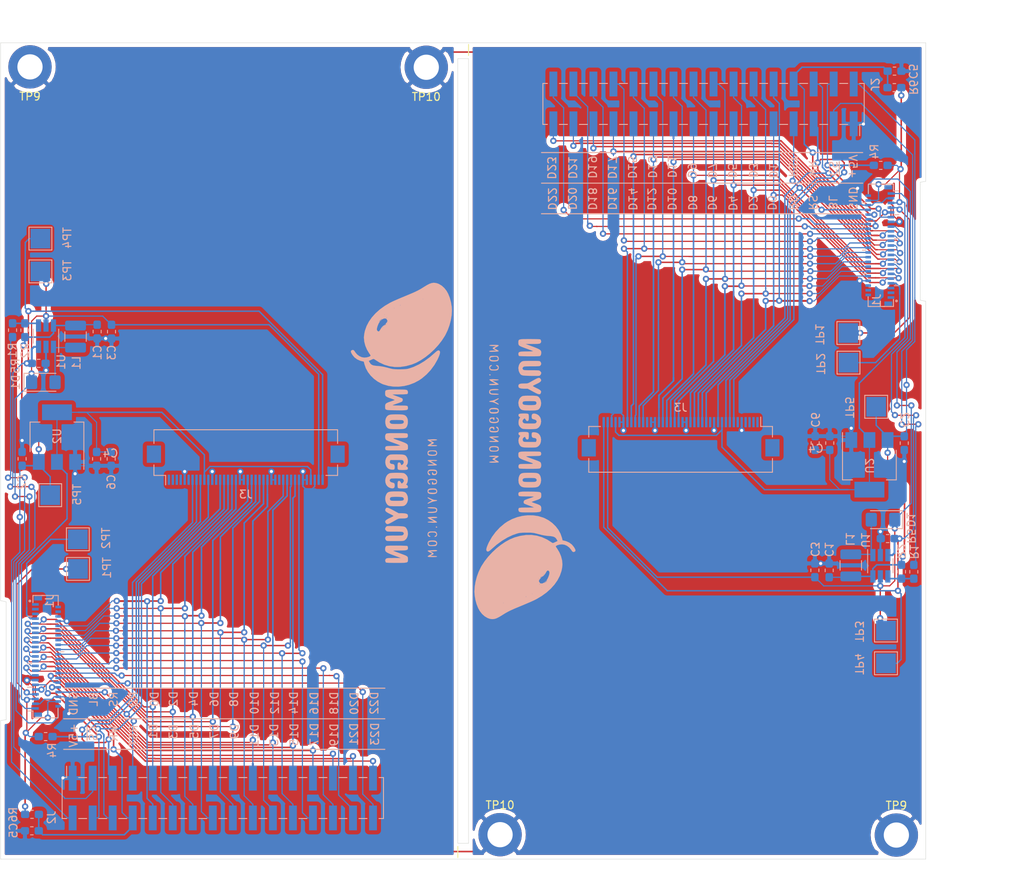
<source format=kicad_pcb>
(kicad_pcb (version 20171130) (host pcbnew "(5.1.4)-1")
  (layers (0 F.Cu signal) (31 B.Cu signal) (34 B.Paste user) (35 F.Paste user) (36 B.SilkS user) (37 F.SilkS user) (38 B.Mask user) (39 F.Mask user) (44 Edge.Cuts user))
  (net 0 "")
  (net 1 +5V)
  (net 2 GND)
  (net 3 /LEDA)
  (net 4 +3V3)
  (net 5 /RST)
  (net 6 "Net-(D1-Pad2)")
  (net 7 /LEDK)
  (net 8 /TE)
  (net 9 /DB22)
  (net 10 /DB20)
  (net 11 /DB18)
  (net 12 /DB16)
  (net 13 /LCD_ID)
  (net 14 /DB23)
  (net 15 /DB21)
  (net 16 /DB19)
  (net 17 /DB17)
  (net 18 /BL)
  (net 19 "Net-(R1-Pad1)")
  (net 20 "Net-(J1-Pad1)")
  (net 21 "Net-(J1-Pad3)")
  (net 22 "Net-(J1-Pad5)")
  (net 23 "Net-(J1-Pad2)")
  (net 24 "Net-(J1-Pad4)")
  (net 25 "Net-(J1-Pad6)")
  (net 26 /HSYNC)
  (net 27 /LCD_CLK)
  (net 28 /D23)
  (net 29 /D21)
  (net 30 /D19)
  (net 31 /D14)
  (net 32 /D12)
  (net 33 /D10)
  (net 34 /D6)
  (net 35 /D4)
  (net 36 /DE)
  (net 37 /VSYNC)
  (net 38 /D22)
  (net 39 /D20)
  (net 40 /D15)
  (net 41 /D13)
  (net 42 /D11)
  (net 43 /D7)
  (net 44 /D5)
  (net 45 /D3)
  (net 46 /D18)
  (net 47 /D2)
  (net 48 "Net-(J3-Pad6)")
  (net 49 /X1)
  (net 50 /Y1)
  (net 51 /X2)
  (net 52 /Y2)
  (module Capacitor_SMD:C_0603_1608Metric_Pad1.05x0.95mm_HandSolder (layer B.Cu) (at 39.605 125.41)
    (fp_text reference C5 (at -2.335 -0.04 90 unlocked) (layer B.SilkS) (effects (justify mirror)))
    (fp_text value 0.1uF)
    (pad 2 smd roundrect (at 0.875 0) (size 1.05 0.95) (layers B.Cu B.Paste B.Mask) (net 5 /RST))
    (pad 1 smd roundrect (at -0.875 0) (size 1.05 0.95) (layers B.Cu B.Paste B.Mask) (net 2 GND))
  )
  (module Connector_PinHeader_2.54mm:PinHeader_2x16_P2.54mm_Vertical_SMD (layer B.Cu) (at 63.83 121.25 270)
    (fp_text reference J2 (at 2.46 21.728 90 unlocked) (layer B.SilkS) (effects (justify mirror)))
    (fp_text value LCD_I8080_CONNECTOR_16x2)
    (pad 32 smd rect (at 2.525 -19.05 270) (size 3.15 1) (layers B.Cu B.Paste B.Mask) (net 14 /DB23))
    (pad 31 smd rect (at -2.525 -19.05 270) (size 3.15 1) (layers B.Cu B.Paste B.Mask) (net 9 /DB22))
    (pad 30 smd rect (at 2.525 -16.51 270) (size 3.15 1) (layers B.Cu B.Paste B.Mask) (net 15 /DB21))
    (pad 29 smd rect (at -2.525 -16.51 270) (size 3.15 1) (layers B.Cu B.Paste B.Mask) (net 10 /DB20))
    (pad 28 smd rect (at 2.525 -13.97 270) (size 3.15 1) (layers B.Cu B.Paste B.Mask) (net 16 /DB19))
    (pad 27 smd rect (at -2.525 -13.97 270) (size 3.15 1) (layers B.Cu B.Paste B.Mask) (net 11 /DB18))
    (pad 26 smd rect (at 2.525 -11.43 270) (size 3.15 1) (layers B.Cu B.Paste B.Mask) (net 17 /DB17))
    (pad 25 smd rect (at -2.525 -11.43 270) (size 3.15 1) (layers B.Cu B.Paste B.Mask) (net 12 /DB16))
    (pad 24 smd rect (at 2.525 -8.89 270) (size 3.15 1) (layers B.Cu B.Paste B.Mask) (net 28 /D23))
    (pad 23 smd rect (at -2.525 -8.89 270) (size 3.15 1) (layers B.Cu B.Paste B.Mask) (net 38 /D22))
    (pad 22 smd rect (at 2.525 -6.35 270) (size 3.15 1) (layers B.Cu B.Paste B.Mask) (net 29 /D21))
    (pad 21 smd rect (at -2.525 -6.35 270) (size 3.15 1) (layers B.Cu B.Paste B.Mask) (net 39 /D20))
    (pad 20 smd rect (at 2.525 -3.81 270) (size 3.15 1) (layers B.Cu B.Paste B.Mask) (net 30 /D19))
    (pad 19 smd rect (at -2.525 -3.81 270) (size 3.15 1) (layers B.Cu B.Paste B.Mask) (net 40 /D15))
    (pad 18 smd rect (at 2.525 -1.27 270) (size 3.15 1) (layers B.Cu B.Paste B.Mask) (net 31 /D14))
    (pad 17 smd rect (at -2.525 -1.27 270) (size 3.15 1) (layers B.Cu B.Paste B.Mask) (net 41 /D13))
    (pad 16 smd rect (at 2.525 1.27 270) (size 3.15 1) (layers B.Cu B.Paste B.Mask) (net 32 /D12))
    (pad 15 smd rect (at -2.525 1.27 270) (size 3.15 1) (layers B.Cu B.Paste B.Mask) (net 42 /D11))
    (pad 14 smd rect (at 2.525 3.81 270) (size 3.15 1) (layers B.Cu B.Paste B.Mask) (net 33 /D10))
    (pad 13 smd rect (at -2.525 3.81 270) (size 3.15 1) (layers B.Cu B.Paste B.Mask) (net 43 /D7))
    (pad 12 smd rect (at 2.525 6.35 270) (size 3.15 1) (layers B.Cu B.Paste B.Mask) (net 34 /D6))
    (pad 11 smd rect (at -2.525 6.35 270) (size 3.15 1) (layers B.Cu B.Paste B.Mask) (net 44 /D5))
    (pad 10 smd rect (at 2.525 8.89 270) (size 3.15 1) (layers B.Cu B.Paste B.Mask) (net 35 /D4))
    (pad 9 smd rect (at -2.525 8.89 270) (size 3.15 1) (layers B.Cu B.Paste B.Mask) (net 45 /D3))
    (pad 8 smd rect (at 2.525 11.43 270) (size 3.15 1) (layers B.Cu B.Paste B.Mask) (net 5 /RST))
    (pad 7 smd rect (at -2.525 11.43 270) (size 3.15 1) (layers B.Cu B.Paste B.Mask) (net 26 /HSYNC))
    (pad 6 smd rect (at 2.525 13.97 270) (size 3.15 1) (layers B.Cu B.Paste B.Mask) (net 27 /LCD_CLK))
    (pad 5 smd rect (at -2.525 13.97 270) (size 3.15 1) (layers B.Cu B.Paste B.Mask) (net 36 /DE))
    (pad 4 smd rect (at 2.525 16.51 270) (size 3.15 1) (layers B.Cu B.Paste B.Mask) (net 37 /VSYNC))
    (pad 3 smd rect (at -2.525 16.51 270) (size 3.15 1) (layers B.Cu B.Paste B.Mask) (net 18 /BL))
    (pad 2 smd rect (at 2.525 19.05 270) (size 3.15 1) (layers B.Cu B.Paste B.Mask) (net 1 +5V))
    (pad 1 smd rect (at -2.525 19.05 270) (size 3.15 1) (layers B.Cu B.Paste B.Mask) (net 2 GND))
  )
  (module Resistor_SMD:R_0603_1608Metric_Pad1.05x0.95mm_HandSolder (layer B.Cu) (at 39.625 123.32 180)
    (fp_text reference R6 (at 2.395 -0.04 90 unlocked) (layer B.SilkS) (effects (justify mirror)))
    (fp_text value 10K)
    (pad 1 smd roundrect (at -0.875 0 180) (size 1.05 0.95) (layers B.Cu B.Paste B.Mask) (net 5 /RST))
    (pad 2 smd roundrect (at 0.875 0 180) (size 1.05 0.95) (layers B.Cu B.Paste B.Mask) (net 4 +3V3))
  )
  (module Capacitor_SMD:C_0603_1608Metric_Pad1.05x0.95mm_HandSolder (layer B.Cu) (at 49.71 62.055 90)
    (fp_text reference C3 (at -2.655 0.01 90 unlocked) (layer B.SilkS) (effects (justify mirror)))
    (fp_text value 0.1uF/25V)
    (pad 1 smd roundrect (at -0.875 0 90) (size 1.05 0.95) (layers B.Cu B.Paste B.Mask) (net 2 GND))
    (pad 2 smd roundrect (at 0.875 0 90) (size 1.05 0.95) (layers B.Cu B.Paste B.Mask) (net 3 /LEDA))
  )
  (module "qconnectors:NT35510-3.97inch-FH26W-45S-0.3SHW(60)" (layer B.Cu) (at 41.44 103.2 270)
    (fp_text reference J1 (at -6.9 -0.42 270) (layer B.SilkS) (effects (justify mirror)))
    (fp_text value "NT35510-3.97inch-FH26W-45S-0.3SHW(60)")
    (pad 1 smd rect (at -6.52 1.385 270) (size 0.33 0.85) (layers B.Cu B.Paste B.Mask) (net 20 "Net-(J1-Pad1)"))
    (pad 3 smd rect (at -5.92 1.385 270) (size 0.33 0.85) (layers B.Cu B.Paste B.Mask) (net 21 "Net-(J1-Pad3)"))
    (pad 5 smd rect (at -5.32 1.385 270) (size 0.33 0.85) (layers B.Cu B.Paste B.Mask) (net 22 "Net-(J1-Pad5)"))
    (pad 7 smd rect (at -4.72 1.385 270) (size 0.33 0.85) (layers B.Cu B.Paste B.Mask) (net 13 /LCD_ID))
    (pad 9 smd rect (at -4.12 1.385 270) (size 0.33 0.85) (layers B.Cu B.Paste B.Mask) (net 45 /D3))
    (pad 11 smd rect (at -3.52 1.385 270) (size 0.33 0.85) (layers B.Cu B.Paste B.Mask) (net 44 /D5))
    (pad 13 smd rect (at -2.92 1.385 270) (size 0.33 0.85) (layers B.Cu B.Paste B.Mask) (net 43 /D7))
    (pad 15 smd rect (at -2.32 1.385 270) (size 0.33 0.85) (layers B.Cu B.Paste B.Mask) (net 42 /D11))
    (pad 17 smd rect (at -1.72 1.385 270) (size 0.33 0.85) (layers B.Cu B.Paste B.Mask) (net 41 /D13))
    (pad 19 smd rect (at -1.12 1.385 270) (size 0.33 0.85) (layers B.Cu B.Paste B.Mask) (net 40 /D15))
    (pad 21 smd rect (at -0.52 1.385 270) (size 0.33 0.85) (layers B.Cu B.Paste B.Mask) (net 39 /D20))
    (pad 23 smd rect (at 0.08 1.385 270) (size 0.33 0.85) (layers B.Cu B.Paste B.Mask) (net 38 /D22))
    (pad 25 smd rect (at 0.68 1.385 270) (size 0.33 0.85) (layers B.Cu B.Paste B.Mask) (net 12 /DB16))
    (pad 27 smd rect (at 1.28 1.385 270) (size 0.33 0.85) (layers B.Cu B.Paste B.Mask) (net 11 /DB18))
    (pad 29 smd rect (at 1.88 1.385 270) (size 0.33 0.85) (layers B.Cu B.Paste B.Mask) (net 10 /DB20))
    (pad 31 smd rect (at 2.48 1.385 270) (size 0.33 0.85) (layers B.Cu B.Paste B.Mask) (net 9 /DB22))
    (pad 33 smd rect (at 3.08 1.385 270) (size 0.33 0.85) (layers B.Cu B.Paste B.Mask) (net 2 GND))
    (pad 35 smd rect (at 3.68 1.385 270) (size 0.33 0.85) (layers B.Cu B.Paste B.Mask) (net 37 /VSYNC))
    (pad 37 smd rect (at 4.28 1.385 270) (size 0.33 0.85) (layers B.Cu B.Paste B.Mask) (net 36 /DE))
    (pad 39 smd rect (at 4.88 1.385 270) (size 0.33 0.85) (layers B.Cu B.Paste B.Mask) (net 8 /TE))
    (pad 41 smd rect (at 5.48 1.385 270) (size 0.33 0.85) (layers B.Cu B.Paste B.Mask) (net 4 +3V3))
    (pad 43 smd rect (at 6.08 1.385 270) (size 0.33 0.85) (layers B.Cu B.Paste B.Mask) (net 2 GND))
    (pad 45 smd rect (at 6.68 1.385 270) (size 0.33 0.85) (layers B.Cu B.Paste B.Mask) (net 7 /LEDK))
    (pad 2 smd rect (at -6.2 -1.5 270) (size 0.33 0.7) (layers B.Cu B.Paste B.Mask) (net 23 "Net-(J1-Pad2)"))
    (pad 4 smd rect (at -5.6 -1.5 270) (size 0.33 0.7) (layers B.Cu B.Paste B.Mask) (net 24 "Net-(J1-Pad4)"))
    (pad 6 smd rect (at -5 -1.5 270) (size 0.33 0.7) (layers B.Cu B.Paste B.Mask) (net 25 "Net-(J1-Pad6)"))
    (pad 8 smd rect (at -4.4 -1.5 270) (size 0.33 0.7) (layers B.Cu B.Paste B.Mask) (net 2 GND))
    (pad 10 smd rect (at -3.8 -1.5 270) (size 0.33 0.7) (layers B.Cu B.Paste B.Mask) (net 35 /D4))
    (pad 12 smd rect (at -3.2 -1.5 270) (size 0.33 0.7) (layers B.Cu B.Paste B.Mask) (net 34 /D6))
    (pad 14 smd rect (at -2.6 -1.5 270) (size 0.33 0.7) (layers B.Cu B.Paste B.Mask) (net 33 /D10))
    (pad 16 smd rect (at -2 -1.5 270) (size 0.33 0.7) (layers B.Cu B.Paste B.Mask) (net 32 /D12))
    (pad 18 smd rect (at -1.4 -1.5 270) (size 0.33 0.7) (layers B.Cu B.Paste B.Mask) (net 31 /D14))
    (pad 20 smd rect (at -0.8 -1.5 270) (size 0.33 0.7) (layers B.Cu B.Paste B.Mask) (net 30 /D19))
    (pad 22 smd rect (at -0.2 -1.5 270) (size 0.33 0.7) (layers B.Cu B.Paste B.Mask) (net 29 /D21))
    (pad 24 smd rect (at 0.4 -1.5 270) (size 0.33 0.7) (layers B.Cu B.Paste B.Mask) (net 28 /D23))
    (pad 26 smd rect (at 1 -1.5 270) (size 0.33 0.7) (layers B.Cu B.Paste B.Mask) (net 17 /DB17))
    (pad 28 smd rect (at 1.6 -1.5 270) (size 0.33 0.7) (layers B.Cu B.Paste B.Mask) (net 16 /DB19))
    (pad 30 smd rect (at 2.2 -1.5 270) (size 0.33 0.7) (layers B.Cu B.Paste B.Mask) (net 15 /DB21))
    (pad 32 smd rect (at 2.8 -1.5 270) (size 0.33 0.7) (layers B.Cu B.Paste B.Mask) (net 14 /DB23))
    (pad 34 smd rect (at 3.4 -1.5 270) (size 0.33 0.7) (layers B.Cu B.Paste B.Mask) (net 5 /RST))
    (pad 36 smd rect (at 4 -1.5 270) (size 0.33 0.7) (layers B.Cu B.Paste B.Mask) (net 27 /LCD_CLK))
    (pad 38 smd rect (at 4.6 -1.5 270) (size 0.33 0.7) (layers B.Cu B.Paste B.Mask) (net 26 /HSYNC))
    (pad 40 smd rect (at 5.2 -1.5 270) (size 0.33 0.7) (layers B.Cu B.Paste B.Mask) (net 2 GND))
    (pad 42 smd rect (at 5.8 -1.5 270) (size 0.33 0.7) (layers B.Cu B.Paste B.Mask) (net 4 +3V3))
    (pad 44 smd rect (at 6.4 -1.5 270) (size 0.33 0.7) (layers B.Cu B.Paste B.Mask) (net 3 /LEDA))
    (pad 0 smd rect (at -7.3 1.05 270) (size 0.55 1) (layers B.Cu B.Paste B.Mask))
    (pad 0 smd rect (at 7.46 1.05 270) (size 0.55 1) (layers B.Cu B.Paste B.Mask))
  )
  (module Connector_FFC-FPC:Hirose_FH12-40S-0.5SH_1x40-1MP_P0.50mm_Horizontal (layer B.Cu) (at 66.74 79.006)
    (fp_text reference J3 (at 0 3.7) (layer B.SilkS) (effects (justify mirror)))
    (fp_text value "I80 to RGB")
    (pad MP smd rect (at 11.65 -1.4) (size 1.8 2.2) (layers B.Cu B.Paste B.Mask))
    (pad MP smd rect (at -11.65 -1.4) (size 1.8 2.2) (layers B.Cu B.Paste B.Mask))
    (pad 1 smd rect (at -9.75 1.85) (size 0.3 1.3) (layers B.Cu B.Paste B.Mask) (net 52 /Y2))
    (pad 2 smd rect (at -9.25 1.85) (size 0.3 1.3) (layers B.Cu B.Paste B.Mask) (net 51 /X2))
    (pad 3 smd rect (at -8.75 1.85) (size 0.3 1.3) (layers B.Cu B.Paste B.Mask) (net 50 /Y1))
    (pad 4 smd rect (at -8.25 1.85) (size 0.3 1.3) (layers B.Cu B.Paste B.Mask) (net 49 /X1))
    (pad 5 smd rect (at -7.75 1.85) (size 0.3 1.3) (layers B.Cu B.Paste B.Mask) (net 2 GND))
    (pad 6 smd rect (at -7.25 1.85) (size 0.3 1.3) (layers B.Cu B.Paste B.Mask) (net 48 "Net-(J3-Pad6)"))
    (pad 7 smd rect (at -6.75 1.85) (size 0.3 1.3) (layers B.Cu B.Paste B.Mask) (net 36 /DE))
    (pad 8 smd rect (at -6.25 1.85) (size 0.3 1.3) (layers B.Cu B.Paste B.Mask) (net 37 /VSYNC))
    (pad 9 smd rect (at -5.75 1.85) (size 0.3 1.3) (layers B.Cu B.Paste B.Mask) (net 26 /HSYNC))
    (pad 10 smd rect (at -5.25 1.85) (size 0.3 1.3) (layers B.Cu B.Paste B.Mask) (net 4 +3V3))
    (pad 11 smd rect (at -4.75 1.85) (size 0.3 1.3) (layers B.Cu B.Paste B.Mask) (net 27 /LCD_CLK))
    (pad 12 smd rect (at -4.25 1.85) (size 0.3 1.3) (layers B.Cu B.Paste B.Mask) (net 2 GND))
    (pad 13 smd rect (at -3.75 1.85) (size 0.3 1.3) (layers B.Cu B.Paste B.Mask) (net 47 /D2))
    (pad 14 smd rect (at -3.25 1.85) (size 0.3 1.3) (layers B.Cu B.Paste B.Mask) (net 45 /D3))
    (pad 15 smd rect (at -2.75 1.85) (size 0.3 1.3) (layers B.Cu B.Paste B.Mask) (net 35 /D4))
    (pad 16 smd rect (at -2.25 1.85) (size 0.3 1.3) (layers B.Cu B.Paste B.Mask) (net 44 /D5))
    (pad 17 smd rect (at -1.75 1.85) (size 0.3 1.3) (layers B.Cu B.Paste B.Mask) (net 34 /D6))
    (pad 18 smd rect (at -1.25 1.85) (size 0.3 1.3) (layers B.Cu B.Paste B.Mask) (net 43 /D7))
    (pad 19 smd rect (at -0.75 1.85) (size 0.3 1.3) (layers B.Cu B.Paste B.Mask) (net 2 GND))
    (pad 20 smd rect (at -0.25 1.85) (size 0.3 1.3) (layers B.Cu B.Paste B.Mask) (net 2 GND))
    (pad 21 smd rect (at 0.25 1.85) (size 0.3 1.3) (layers B.Cu B.Paste B.Mask) (net 33 /D10))
    (pad 22 smd rect (at 0.75 1.85) (size 0.3 1.3) (layers B.Cu B.Paste B.Mask) (net 42 /D11))
    (pad 23 smd rect (at 1.25 1.85) (size 0.3 1.3) (layers B.Cu B.Paste B.Mask) (net 32 /D12))
    (pad 24 smd rect (at 1.75 1.85) (size 0.3 1.3) (layers B.Cu B.Paste B.Mask) (net 41 /D13))
    (pad 25 smd rect (at 2.25 1.85) (size 0.3 1.3) (layers B.Cu B.Paste B.Mask) (net 31 /D14))
    (pad 26 smd rect (at 2.75 1.85) (size 0.3 1.3) (layers B.Cu B.Paste B.Mask) (net 40 /D15))
    (pad 27 smd rect (at 3.25 1.85) (size 0.3 1.3) (layers B.Cu B.Paste B.Mask) (net 2 GND))
    (pad 28 smd rect (at 3.75 1.85) (size 0.3 1.3) (layers B.Cu B.Paste B.Mask) (net 2 GND))
    (pad 29 smd rect (at 4.25 1.85) (size 0.3 1.3) (layers B.Cu B.Paste B.Mask) (net 46 /D18))
    (pad 30 smd rect (at 4.75 1.85) (size 0.3 1.3) (layers B.Cu B.Paste B.Mask) (net 30 /D19))
    (pad 31 smd rect (at 5.25 1.85) (size 0.3 1.3) (layers B.Cu B.Paste B.Mask) (net 39 /D20))
    (pad 32 smd rect (at 5.75 1.85) (size 0.3 1.3) (layers B.Cu B.Paste B.Mask) (net 29 /D21))
    (pad 33 smd rect (at 6.25 1.85) (size 0.3 1.3) (layers B.Cu B.Paste B.Mask) (net 38 /D22))
    (pad 34 smd rect (at 6.75 1.85) (size 0.3 1.3) (layers B.Cu B.Paste B.Mask) (net 28 /D23))
    (pad 35 smd rect (at 7.25 1.85) (size 0.3 1.3) (layers B.Cu B.Paste B.Mask) (net 2 GND))
    (pad 36 smd rect (at 7.75 1.85) (size 0.3 1.3) (layers B.Cu B.Paste B.Mask) (net 2 GND))
    (pad 37 smd rect (at 8.25 1.85) (size 0.3 1.3) (layers B.Cu B.Paste B.Mask) (net 4 +3V3))
    (pad 38 smd rect (at 8.75 1.85) (size 0.3 1.3) (layers B.Cu B.Paste B.Mask) (net 2 GND))
    (pad 39 smd rect (at 9.25 1.85) (size 0.3 1.3) (layers B.Cu B.Paste B.Mask) (net 3 /LEDA))
    (pad 40 smd rect (at 9.75 1.85) (size 0.3 1.3) (layers B.Cu B.Paste B.Mask) (net 7 /LEDK))
  )
  (module Capacitor_SMD:C_0603_1608Metric_Pad1.05x0.95mm_HandSolder (layer B.Cu) (at 38.37 78.195 270)
    (fp_text reference C2 (at 2.97 0.04 90 unlocked) (layer B.SilkS) (effects (justify mirror)))
    (fp_text value 1uF)
    (pad 1 smd roundrect (at -0.875 0 270) (size 1.05 0.95) (layers B.Cu B.Paste B.Mask) (net 2 GND))
    (pad 2 smd roundrect (at 0.875 0 270) (size 1.05 0.95) (layers B.Cu B.Paste B.Mask) (net 1 +5V))
  )
  (module Capacitor_SMD:C_0603_1608Metric_Pad1.05x0.95mm_HandSolder (layer B.Cu) (at 47.89 62.045 270)
    (fp_text reference C1 (at 2.665 -0.04 90 unlocked) (layer B.SilkS) (effects (justify mirror)))
    (fp_text value 10uF)
    (pad 2 smd roundrect (at 0.875 0 270) (size 1.05 0.95) (layers B.Cu B.Paste B.Mask) (net 2 GND))
    (pad 1 smd roundrect (at -0.875 0 270) (size 1.05 0.95) (layers B.Cu B.Paste B.Mask) (net 1 +5V))
  )
  (module logo:monggoyun2 (layer B.Cu) (at 86.552 73.672 270)
    (fp_text reference G*** hide)
    (fp_text value monggoyun2 hide)
  )
  (module Package_TO_SOT_SMD:SOT-23-6_Handsoldering (layer B.Cu) (at 41.4 62.63 90)
    (fp_text reference U1 (at -3.27 1.92 90 unlocked) (layer B.SilkS) (effects (justify mirror)))
    (fp_text value PT4103-SOT23-6)
    (pad 5 smd rect (at 1.35 0 90) (size 1.56 0.65) (layers B.Cu B.Paste B.Mask) (net 3 /LEDA))
    (pad 6 smd rect (at 1.35 0.95 90) (size 1.56 0.65) (layers B.Cu B.Paste B.Mask) (net 1 +5V))
    (pad 4 smd rect (at 1.35 -0.95 90) (size 1.56 0.65) (layers B.Cu B.Paste B.Mask) (net 19 "Net-(R1-Pad1)"))
    (pad 3 smd rect (at -1.35 -0.95 90) (size 1.56 0.65) (layers B.Cu B.Paste B.Mask) (net 7 /LEDK))
    (pad 2 smd rect (at -1.35 0 90) (size 1.56 0.65) (layers B.Cu B.Paste B.Mask) (net 2 GND))
    (pad 1 smd rect (at -1.35 0.95 90) (size 1.56 0.65) (layers B.Cu B.Paste B.Mask) (net 6 "Net-(D1-Pad2)"))
  )
  (module TestPoint:TestPoint_Pad_2.5x2.5mm (layer B.Cu) (at 45.46 92.17 180)
    (fp_text reference TP1 (at -3.67 0.13 90 unlocked) (layer B.SilkS) (effects (justify mirror)))
    (fp_text value TE)
    (pad 1 smd rect (at 0 0 180) (size 2.5 2.5) (layers B.Cu B.Mask) (net 8 /TE))
  )
  (module TestPoint:TestPoint_Pad_2.5x2.5mm (layer B.Cu) (at 41.93 82.81 180)
    (fp_text reference TP5 (at -3.41 0.07 90 unlocked) (layer B.SilkS) (effects (justify mirror)))
    (fp_text value +5V)
    (pad 1 smd rect (at 0 0 180) (size 2.5 2.5) (layers B.Cu B.Mask) (net 1 +5V))
  )
  (module Resistor_SMD:R_0603_1608Metric_Pad1.05x0.95mm_HandSolder (layer B.Cu) (at 37.16 61.865 270)
    (fp_text reference R1 (at 2.565 0.01 90 unlocked) (layer B.SilkS) (effects (justify mirror)))
    (fp_text value 0R)
    (pad 2 smd roundrect (at 0.875 0 270) (size 1.05 0.95) (layers B.Cu B.Paste B.Mask) (net 18 /BL))
    (pad 1 smd roundrect (at -0.875 0 270) (size 1.05 0.95) (layers B.Cu B.Paste B.Mask) (net 19 "Net-(R1-Pad1)"))
  )
  (module Resistor_SMD:R_0603_1608Metric_Pad1.05x0.95mm_HandSolder (layer B.Cu) (at 38.72 61.875 270)
    (fp_text reference R2 (at 2.595 -0.05 90 unlocked) (layer B.SilkS) (effects (justify mirror)))
    (fp_text value 10K)
    (pad 1 smd roundrect (at -0.875 0 270) (size 1.05 0.95) (layers B.Cu B.Paste B.Mask) (net 19 "Net-(R1-Pad1)"))
    (pad 2 smd roundrect (at 0.875 0 270) (size 1.05 0.95) (layers B.Cu B.Paste B.Mask) (net 1 +5V))
  )
  (module Resistor_SMD:R_0603_1608Metric_Pad1.05x0.95mm_HandSolder (layer B.Cu) (at 41.355 113.45 180)
    (fp_text reference R4 (at -0.805 -1.75 270) (layer B.SilkS) (effects (justify mirror)))
    (fp_text value 10K)
    (pad 2 smd roundrect (at 0.875 0 180) (size 1.05 0.95) (layers B.Cu B.Paste B.Mask) (net 4 +3V3))
    (pad 1 smd roundrect (at -0.875 0 180) (size 1.05 0.95) (layers B.Cu B.Paste B.Mask) (net 37 /VSYNC))
  )
  (module TestPoint:TestPoint_Pad_2.5x2.5mm (layer B.Cu) (at 40.69 50.25 180)
    (fp_text reference TP4 (at -3.41 0.09 90 unlocked) (layer B.SilkS) (effects (justify mirror)))
    (fp_text value LEDK)
    (pad 1 smd rect (at 0 0 180) (size 2.5 2.5) (layers B.Cu B.Mask) (net 7 /LEDK))
  )
  (module TestPoint:TestPoint_Pad_2.5x2.5mm (layer B.Cu) (at 40.69 54.41 180)
    (fp_text reference TP3 (at -3.41 0.11 90 unlocked) (layer B.SilkS) (effects (justify mirror)))
    (fp_text value LEDA)
    (pad 1 smd rect (at 0 0 180) (size 2.5 2.5) (layers B.Cu B.Mask) (net 3 /LEDA))
  )
  (module Resistor_SMD:R_0603_1608Metric_Pad1.05x0.95mm_HandSolder (layer B.Cu) (at 40.475 66.08 180)
    (fp_text reference R5 (at 2.955 -0.33 90 unlocked) (layer B.SilkS) (effects (justify mirror)))
    (fp_text value 5R1)
    (pad 2 smd roundrect (at 0.875 0 180) (size 1.05 0.95) (layers B.Cu B.Paste B.Mask) (net 7 /LEDK))
    (pad 1 smd roundrect (at -0.875 0 180) (size 1.05 0.95) (layers B.Cu B.Paste B.Mask) (net 2 GND))
  )
  (module TestPoint:TestPoint_Pad_2.5x2.5mm (layer B.Cu) (at 45.44 88.41 180)
    (fp_text reference TP2 (at -3.57 0.13 90 unlocked) (layer B.SilkS) (effects (justify mirror)))
    (fp_text value LCD_ID)
    (pad 1 smd rect (at 0 0 180) (size 2.5 2.5) (layers B.Cu B.Mask) (net 13 /LCD_ID))
  )
  (module Capacitor_SMD:C_0603_1608Metric_Pad1.05x0.95mm_HandSolder (layer B.Cu) (at 47.82 78.205 270)
    (fp_text reference C4 (at -0.705 -1.76 180) (layer B.SilkS) (effects (justify mirror)))
    (fp_text value 0.1uF)
    (pad 2 smd roundrect (at 0.875 0 270) (size 1.05 0.95) (layers B.Cu B.Paste B.Mask) (net 2 GND))
    (pad 1 smd roundrect (at -0.875 0 270) (size 1.05 0.95) (layers B.Cu B.Paste B.Mask) (net 4 +3V3))
  )
  (module Inductor_SMD:L_1210_3225Metric (layer B.Cu) (at 45.15 62.68 270)
    (fp_text reference L1 (at 3.35 -0.11 90 unlocked) (layer B.SilkS) (effects (justify mirror)))
    (fp_text value 2.2uH<0.1R/1.5A>)
    (pad 2 smd roundrect (at 1.4 0 270) (size 1.25 2.65) (layers B.Cu B.Paste B.Mask) (roundrect_rratio 0.2) (net 6 "Net-(D1-Pad2)"))
    (pad 1 smd roundrect (at -1.4 0 270) (size 1.25 2.65) (layers B.Cu B.Paste B.Mask) (roundrect_rratio 0.2) (net 1 +5V))
  )
  (module Capacitor_SMD:C_0603_1608Metric_Pad1.05x0.95mm_HandSolder (layer B.Cu) (at 49.67 78.205 270)
    (fp_text reference C6 (at 2.945 -0.01 90 unlocked) (layer B.SilkS) (effects (justify mirror)))
    (fp_text value 0.1uF)
    (pad 2 smd roundrect (at 0.875 0 270) (size 1.05 0.95) (layers B.Cu B.Paste B.Mask) (net 2 GND))
    (pad 1 smd roundrect (at -0.875 0 270) (size 1.05 0.95) (layers B.Cu B.Paste B.Mask) (net 4 +3V3))
  )
  (module Diode_SMD:D_1206_3216Metric_Pad1.42x1.75mm_HandSolder (layer B.Cu) (at 41.0625 68.48)
    (fp_text reference D1 (at -3.5025 0.01 90 unlocked) (layer B.SilkS) (effects (justify mirror)))
    (fp_text value 1N4148)
    (pad 2 smd roundrect (at 1.4875 0) (size 1.425 1.75) (layers B.Cu B.Paste B.Mask) (roundrect_rratio 0.175439) (net 6 "Net-(D1-Pad2)"))
    (pad 1 smd roundrect (at -1.4875 0) (size 1.425 1.75) (layers B.Cu B.Paste B.Mask) (roundrect_rratio 0.175439) (net 3 /LEDA))
  )
  (module MountingHole:MountingHole_3.2mm_M3_ISO14580_Pad (layer F.Cu) (at 89.64 28.5 180)
    (fp_text reference TP10 (at 0 -3.75) (layer F.SilkS))
    (fp_text value M3)
    (pad 1 thru_hole circle (at 0 0 180) (size 5.5 5.5) (drill 3.2) (layers *.Cu *.Mask) (net 2 GND))
  )
  (module MountingHole:MountingHole_3.2mm_M3_ISO14580_Pad (layer F.Cu) (at 39.37 28.45 180)
    (fp_text reference TP9 (at 0 -3.75) (layer F.SilkS))
    (fp_text value M3)
    (pad 1 thru_hole circle (at 0 0 180) (size 5.5 5.5) (drill 3.2) (layers *.Cu *.Mask) (net 2 GND))
  )
  (module Package_TO_SOT_SMD:SOT-223-3_TabPin2 (layer B.Cu) (at 42.79 75.44 90)
    (fp_text reference U2 (at 0.12 0.02 90 unlocked) (layer B.SilkS) (effects (justify mirror)))
    (fp_text value AMS1117-3.3)
    (pad 1 smd rect (at -3.15 2.3 90) (size 2 1.5) (layers B.Cu B.Paste B.Mask) (net 2 GND))
    (pad 3 smd rect (at -3.15 -2.3 90) (size 2 1.5) (layers B.Cu B.Paste B.Mask) (net 1 +5V))
    (pad 2 smd rect (at -3.15 0 90) (size 2 1.5) (layers B.Cu B.Paste B.Mask) (net 4 +3V3))
    (pad 2 smd rect (at 3.15 0 90) (size 2 3.8) (layers B.Cu B.Paste B.Mask) (net 4 +3V3))
  )
  (module Resistor_SMD:R_0603_1608Metric_Pad1.05x0.95mm_HandSolder (layer B.Cu) (at 149.015 31.08)
    (fp_text reference R6 (at 2.395 -0.04 270 unlocked) (layer B.SilkS) (effects (justify mirror)))
    (fp_text value 10K)
    (pad 2 smd roundrect (at 0.875 0) (size 1.05 0.95) (layers B.Cu B.Paste B.Mask) (net 4 +3V3))
    (pad 1 smd roundrect (at -0.875 0) (size 1.05 0.95) (layers B.Cu B.Paste B.Mask) (net 5 /RST))
  )
  (module Capacitor_SMD:C_0603_1608Metric_Pad1.05x0.95mm_HandSolder (layer B.Cu) (at 149.035 28.99 180)
    (fp_text reference C5 (at -2.335 -0.04 270 unlocked) (layer B.SilkS) (effects (justify mirror)))
    (fp_text value 0.1uF)
    (pad 1 smd roundrect (at -0.875 0 180) (size 1.05 0.95) (layers B.Cu B.Paste B.Mask) (net 2 GND))
    (pad 2 smd roundrect (at 0.875 0 180) (size 1.05 0.95) (layers B.Cu B.Paste B.Mask) (net 5 /RST))
  )
  (module Connector_PinHeader_2.54mm:PinHeader_2x16_P2.54mm_Vertical_SMD (layer B.Cu) (at 124.81 33.15 90)
    (fp_text reference J2 (at 2.46 21.728 270 unlocked) (layer B.SilkS) (effects (justify mirror)))
    (fp_text value LCD_I8080_CONNECTOR_16x2)
    (pad 1 smd rect (at -2.525 19.05 90) (size 3.15 1) (layers B.Cu B.Paste B.Mask) (net 2 GND))
    (pad 2 smd rect (at 2.525 19.05 90) (size 3.15 1) (layers B.Cu B.Paste B.Mask) (net 1 +5V))
    (pad 3 smd rect (at -2.525 16.51 90) (size 3.15 1) (layers B.Cu B.Paste B.Mask) (net 18 /BL))
    (pad 4 smd rect (at 2.525 16.51 90) (size 3.15 1) (layers B.Cu B.Paste B.Mask) (net 37 /VSYNC))
    (pad 5 smd rect (at -2.525 13.97 90) (size 3.15 1) (layers B.Cu B.Paste B.Mask) (net 36 /DE))
    (pad 6 smd rect (at 2.525 13.97 90) (size 3.15 1) (layers B.Cu B.Paste B.Mask) (net 27 /LCD_CLK))
    (pad 7 smd rect (at -2.525 11.43 90) (size 3.15 1) (layers B.Cu B.Paste B.Mask) (net 26 /HSYNC))
    (pad 8 smd rect (at 2.525 11.43 90) (size 3.15 1) (layers B.Cu B.Paste B.Mask) (net 5 /RST))
    (pad 9 smd rect (at -2.525 8.89 90) (size 3.15 1) (layers B.Cu B.Paste B.Mask) (net 45 /D3))
    (pad 10 smd rect (at 2.525 8.89 90) (size 3.15 1) (layers B.Cu B.Paste B.Mask) (net 35 /D4))
    (pad 11 smd rect (at -2.525 6.35 90) (size 3.15 1) (layers B.Cu B.Paste B.Mask) (net 44 /D5))
    (pad 12 smd rect (at 2.525 6.35 90) (size 3.15 1) (layers B.Cu B.Paste B.Mask) (net 34 /D6))
    (pad 13 smd rect (at -2.525 3.81 90) (size 3.15 1) (layers B.Cu B.Paste B.Mask) (net 43 /D7))
    (pad 14 smd rect (at 2.525 3.81 90) (size 3.15 1) (layers B.Cu B.Paste B.Mask) (net 33 /D10))
    (pad 15 smd rect (at -2.525 1.27 90) (size 3.15 1) (layers B.Cu B.Paste B.Mask) (net 42 /D11))
    (pad 16 smd rect (at 2.525 1.27 90) (size 3.15 1) (layers B.Cu B.Paste B.Mask) (net 32 /D12))
    (pad 17 smd rect (at -2.525 -1.27 90) (size 3.15 1) (layers B.Cu B.Paste B.Mask) (net 41 /D13))
    (pad 18 smd rect (at 2.525 -1.27 90) (size 3.15 1) (layers B.Cu B.Paste B.Mask) (net 31 /D14))
    (pad 19 smd rect (at -2.525 -3.81 90) (size 3.15 1) (layers B.Cu B.Paste B.Mask) (net 40 /D15))
    (pad 20 smd rect (at 2.525 -3.81 90) (size 3.15 1) (layers B.Cu B.Paste B.Mask) (net 30 /D19))
    (pad 21 smd rect (at -2.525 -6.35 90) (size 3.15 1) (layers B.Cu B.Paste B.Mask) (net 39 /D20))
    (pad 22 smd rect (at 2.525 -6.35 90) (size 3.15 1) (layers B.Cu B.Paste B.Mask) (net 29 /D21))
    (pad 23 smd rect (at -2.525 -8.89 90) (size 3.15 1) (layers B.Cu B.Paste B.Mask) (net 38 /D22))
    (pad 24 smd rect (at 2.525 -8.89 90) (size 3.15 1) (layers B.Cu B.Paste B.Mask) (net 28 /D23))
    (pad 25 smd rect (at -2.525 -11.43 90) (size 3.15 1) (layers B.Cu B.Paste B.Mask) (net 12 /DB16))
    (pad 26 smd rect (at 2.525 -11.43 90) (size 3.15 1) (layers B.Cu B.Paste B.Mask) (net 17 /DB17))
    (pad 27 smd rect (at -2.525 -13.97 90) (size 3.15 1) (layers B.Cu B.Paste B.Mask) (net 11 /DB18))
    (pad 28 smd rect (at 2.525 -13.97 90) (size 3.15 1) (layers B.Cu B.Paste B.Mask) (net 16 /DB19))
    (pad 29 smd rect (at -2.525 -16.51 90) (size 3.15 1) (layers B.Cu B.Paste B.Mask) (net 10 /DB20))
    (pad 30 smd rect (at 2.525 -16.51 90) (size 3.15 1) (layers B.Cu B.Paste B.Mask) (net 15 /DB21))
    (pad 31 smd rect (at -2.525 -19.05 90) (size 3.15 1) (layers B.Cu B.Paste B.Mask) (net 9 /DB22))
    (pad 32 smd rect (at 2.525 -19.05 90) (size 3.15 1) (layers B.Cu B.Paste B.Mask) (net 14 /DB23))
  )
  (module Connector_FFC-FPC:Hirose_FH12-40S-0.5SH_1x40-1MP_P0.50mm_Horizontal (layer B.Cu) (at 121.9 75.394 180)
    (fp_text reference J3 (at 0 3.7) (layer B.SilkS) (effects (justify mirror)))
    (fp_text value "I80 to RGB")
    (pad 40 smd rect (at 9.75 1.85 180) (size 0.3 1.3) (layers B.Cu B.Paste B.Mask) (net 7 /LEDK))
    (pad 39 smd rect (at 9.25 1.85 180) (size 0.3 1.3) (layers B.Cu B.Paste B.Mask) (net 3 /LEDA))
    (pad 38 smd rect (at 8.75 1.85 180) (size 0.3 1.3) (layers B.Cu B.Paste B.Mask) (net 2 GND))
    (pad 37 smd rect (at 8.25 1.85 180) (size 0.3 1.3) (layers B.Cu B.Paste B.Mask) (net 4 +3V3))
    (pad 36 smd rect (at 7.75 1.85 180) (size 0.3 1.3) (layers B.Cu B.Paste B.Mask) (net 2 GND))
    (pad 35 smd rect (at 7.25 1.85 180) (size 0.3 1.3) (layers B.Cu B.Paste B.Mask) (net 2 GND))
    (pad 34 smd rect (at 6.75 1.85 180) (size 0.3 1.3) (layers B.Cu B.Paste B.Mask) (net 28 /D23))
    (pad 33 smd rect (at 6.25 1.85 180) (size 0.3 1.3) (layers B.Cu B.Paste B.Mask) (net 38 /D22))
    (pad 32 smd rect (at 5.75 1.85 180) (size 0.3 1.3) (layers B.Cu B.Paste B.Mask) (net 29 /D21))
    (pad 31 smd rect (at 5.25 1.85 180) (size 0.3 1.3) (layers B.Cu B.Paste B.Mask) (net 39 /D20))
    (pad 30 smd rect (at 4.75 1.85 180) (size 0.3 1.3) (layers B.Cu B.Paste B.Mask) (net 30 /D19))
    (pad 29 smd rect (at 4.25 1.85 180) (size 0.3 1.3) (layers B.Cu B.Paste B.Mask) (net 46 /D18))
    (pad 28 smd rect (at 3.75 1.85 180) (size 0.3 1.3) (layers B.Cu B.Paste B.Mask) (net 2 GND))
    (pad 27 smd rect (at 3.25 1.85 180) (size 0.3 1.3) (layers B.Cu B.Paste B.Mask) (net 2 GND))
    (pad 26 smd rect (at 2.75 1.85 180) (size 0.3 1.3) (layers B.Cu B.Paste B.Mask) (net 40 /D15))
    (pad 25 smd rect (at 2.25 1.85 180) (size 0.3 1.3) (layers B.Cu B.Paste B.Mask) (net 31 /D14))
    (pad 24 smd rect (at 1.75 1.85 180) (size 0.3 1.3) (layers B.Cu B.Paste B.Mask) (net 41 /D13))
    (pad 23 smd rect (at 1.25 1.85 180) (size 0.3 1.3) (layers B.Cu B.Paste B.Mask) (net 32 /D12))
    (pad 22 smd rect (at 0.75 1.85 180) (size 0.3 1.3) (layers B.Cu B.Paste B.Mask) (net 42 /D11))
    (pad 21 smd rect (at 0.25 1.85 180) (size 0.3 1.3) (layers B.Cu B.Paste B.Mask) (net 33 /D10))
    (pad 20 smd rect (at -0.25 1.85 180) (size 0.3 1.3) (layers B.Cu B.Paste B.Mask) (net 2 GND))
    (pad 19 smd rect (at -0.75 1.85 180) (size 0.3 1.3) (layers B.Cu B.Paste B.Mask) (net 2 GND))
    (pad 18 smd rect (at -1.25 1.85 180) (size 0.3 1.3) (layers B.Cu B.Paste B.Mask) (net 43 /D7))
    (pad 17 smd rect (at -1.75 1.85 180) (size 0.3 1.3) (layers B.Cu B.Paste B.Mask) (net 34 /D6))
    (pad 16 smd rect (at -2.25 1.85 180) (size 0.3 1.3) (layers B.Cu B.Paste B.Mask) (net 44 /D5))
    (pad 15 smd rect (at -2.75 1.85 180) (size 0.3 1.3) (layers B.Cu B.Paste B.Mask) (net 35 /D4))
    (pad 14 smd rect (at -3.25 1.85 180) (size 0.3 1.3) (layers B.Cu B.Paste B.Mask) (net 45 /D3))
    (pad 13 smd rect (at -3.75 1.85 180) (size 0.3 1.3) (layers B.Cu B.Paste B.Mask) (net 47 /D2))
    (pad 12 smd rect (at -4.25 1.85 180) (size 0.3 1.3) (layers B.Cu B.Paste B.Mask) (net 2 GND))
    (pad 11 smd rect (at -4.75 1.85 180) (size 0.3 1.3) (layers B.Cu B.Paste B.Mask) (net 27 /LCD_CLK))
    (pad 10 smd rect (at -5.25 1.85 180) (size 0.3 1.3) (layers B.Cu B.Paste B.Mask) (net 4 +3V3))
    (pad 9 smd rect (at -5.75 1.85 180) (size 0.3 1.3) (layers B.Cu B.Paste B.Mask) (net 26 /HSYNC))
    (pad 8 smd rect (at -6.25 1.85 180) (size 0.3 1.3) (layers B.Cu B.Paste B.Mask) (net 37 /VSYNC))
    (pad 7 smd rect (at -6.75 1.85 180) (size 0.3 1.3) (layers B.Cu B.Paste B.Mask) (net 36 /DE))
    (pad 6 smd rect (at -7.25 1.85 180) (size 0.3 1.3) (layers B.Cu B.Paste B.Mask) (net 48 "Net-(J3-Pad6)"))
    (pad 5 smd rect (at -7.75 1.85 180) (size 0.3 1.3) (layers B.Cu B.Paste B.Mask) (net 2 GND))
    (pad 4 smd rect (at -8.25 1.85 180) (size 0.3 1.3) (layers B.Cu B.Paste B.Mask) (net 49 /X1))
    (pad 3 smd rect (at -8.75 1.85 180) (size 0.3 1.3) (layers B.Cu B.Paste B.Mask) (net 50 /Y1))
    (pad 2 smd rect (at -9.25 1.85 180) (size 0.3 1.3) (layers B.Cu B.Paste B.Mask) (net 51 /X2))
    (pad 1 smd rect (at -9.75 1.85 180) (size 0.3 1.3) (layers B.Cu B.Paste B.Mask) (net 52 /Y2))
    (pad MP smd rect (at -11.65 -1.4 180) (size 1.8 2.2) (layers B.Cu B.Paste B.Mask))
    (pad MP smd rect (at 11.65 -1.4 180) (size 1.8 2.2) (layers B.Cu B.Paste B.Mask))
  )
  (module logo:monggoyun2 (layer B.Cu) (at 102.088 80.728 90)
    (fp_text reference G*** hide)
    (fp_text value monggoyun2 hide)
  )
  (module "qconnectors:NT35510-3.97inch-FH26W-45S-0.3SHW(60)" (layer B.Cu) (at 147.2 51.2 90)
    (fp_text reference J1 (at -6.9 -0.42 270) (layer B.SilkS) (effects (justify mirror)))
    (fp_text value "NT35510-3.97inch-FH26W-45S-0.3SHW(60)")
    (pad 0 smd rect (at 7.46 1.05 90) (size 0.55 1) (layers B.Cu B.Paste B.Mask))
    (pad 0 smd rect (at -7.3 1.05 90) (size 0.55 1) (layers B.Cu B.Paste B.Mask))
    (pad 44 smd rect (at 6.4 -1.5 90) (size 0.33 0.7) (layers B.Cu B.Paste B.Mask) (net 3 /LEDA))
    (pad 42 smd rect (at 5.8 -1.5 90) (size 0.33 0.7) (layers B.Cu B.Paste B.Mask) (net 4 +3V3))
    (pad 40 smd rect (at 5.2 -1.5 90) (size 0.33 0.7) (layers B.Cu B.Paste B.Mask) (net 2 GND))
    (pad 38 smd rect (at 4.6 -1.5 90) (size 0.33 0.7) (layers B.Cu B.Paste B.Mask) (net 26 /HSYNC))
    (pad 36 smd rect (at 4 -1.5 90) (size 0.33 0.7) (layers B.Cu B.Paste B.Mask) (net 27 /LCD_CLK))
    (pad 34 smd rect (at 3.4 -1.5 90) (size 0.33 0.7) (layers B.Cu B.Paste B.Mask) (net 5 /RST))
    (pad 32 smd rect (at 2.8 -1.5 90) (size 0.33 0.7) (layers B.Cu B.Paste B.Mask) (net 14 /DB23))
    (pad 30 smd rect (at 2.2 -1.5 90) (size 0.33 0.7) (layers B.Cu B.Paste B.Mask) (net 15 /DB21))
    (pad 28 smd rect (at 1.6 -1.5 90) (size 0.33 0.7) (layers B.Cu B.Paste B.Mask) (net 16 /DB19))
    (pad 26 smd rect (at 1 -1.5 90) (size 0.33 0.7) (layers B.Cu B.Paste B.Mask) (net 17 /DB17))
    (pad 24 smd rect (at 0.4 -1.5 90) (size 0.33 0.7) (layers B.Cu B.Paste B.Mask) (net 28 /D23))
    (pad 22 smd rect (at -0.2 -1.5 90) (size 0.33 0.7) (layers B.Cu B.Paste B.Mask) (net 29 /D21))
    (pad 20 smd rect (at -0.8 -1.5 90) (size 0.33 0.7) (layers B.Cu B.Paste B.Mask) (net 30 /D19))
    (pad 18 smd rect (at -1.4 -1.5 90) (size 0.33 0.7) (layers B.Cu B.Paste B.Mask) (net 31 /D14))
    (pad 16 smd rect (at -2 -1.5 90) (size 0.33 0.7) (layers B.Cu B.Paste B.Mask) (net 32 /D12))
    (pad 14 smd rect (at -2.6 -1.5 90) (size 0.33 0.7) (layers B.Cu B.Paste B.Mask) (net 33 /D10))
    (pad 12 smd rect (at -3.2 -1.5 90) (size 0.33 0.7) (layers B.Cu B.Paste B.Mask) (net 34 /D6))
    (pad 10 smd rect (at -3.8 -1.5 90) (size 0.33 0.7) (layers B.Cu B.Paste B.Mask) (net 35 /D4))
    (pad 8 smd rect (at -4.4 -1.5 90) (size 0.33 0.7) (layers B.Cu B.Paste B.Mask) (net 2 GND))
    (pad 6 smd rect (at -5 -1.5 90) (size 0.33 0.7) (layers B.Cu B.Paste B.Mask) (net 25 "Net-(J1-Pad6)"))
    (pad 4 smd rect (at -5.6 -1.5 90) (size 0.33 0.7) (layers B.Cu B.Paste B.Mask) (net 24 "Net-(J1-Pad4)"))
    (pad 2 smd rect (at -6.2 -1.5 90) (size 0.33 0.7) (layers B.Cu B.Paste B.Mask) (net 23 "Net-(J1-Pad2)"))
    (pad 45 smd rect (at 6.68 1.385 90) (size 0.33 0.85) (layers B.Cu B.Paste B.Mask) (net 7 /LEDK))
    (pad 43 smd rect (at 6.08 1.385 90) (size 0.33 0.85) (layers B.Cu B.Paste B.Mask) (net 2 GND))
    (pad 41 smd rect (at 5.48 1.385 90) (size 0.33 0.85) (layers B.Cu B.Paste B.Mask) (net 4 +3V3))
    (pad 39 smd rect (at 4.88 1.385 90) (size 0.33 0.85) (layers B.Cu B.Paste B.Mask) (net 8 /TE))
    (pad 37 smd rect (at 4.28 1.385 90) (size 0.33 0.85) (layers B.Cu B.Paste B.Mask) (net 36 /DE))
    (pad 35 smd rect (at 3.68 1.385 90) (size 0.33 0.85) (layers B.Cu B.Paste B.Mask) (net 37 /VSYNC))
    (pad 33 smd rect (at 3.08 1.385 90) (size 0.33 0.85) (layers B.Cu B.Paste B.Mask) (net 2 GND))
    (pad 31 smd rect (at 2.48 1.385 90) (size 0.33 0.85) (layers B.Cu B.Paste B.Mask) (net 9 /DB22))
    (pad 29 smd rect (at 1.88 1.385 90) (size 0.33 0.85) (layers B.Cu B.Paste B.Mask) (net 10 /DB20))
    (pad 27 smd rect (at 1.28 1.385 90) (size 0.33 0.85) (layers B.Cu B.Paste B.Mask) (net 11 /DB18))
    (pad 25 smd rect (at 0.68 1.385 90) (size 0.33 0.85) (layers B.Cu B.Paste B.Mask) (net 12 /DB16))
    (pad 23 smd rect (at 0.08 1.385 90) (size 0.33 0.85) (layers B.Cu B.Paste B.Mask) (net 38 /D22))
    (pad 21 smd rect (at -0.52 1.385 90) (size 0.33 0.85) (layers B.Cu B.Paste B.Mask) (net 39 /D20))
    (pad 19 smd rect (at -1.12 1.385 90) (size 0.33 0.85) (layers B.Cu B.Paste B.Mask) (net 40 /D15))
    (pad 17 smd rect (at -1.72 1.385 90) (size 0.33 0.85) (layers B.Cu B.Paste B.Mask) (net 41 /D13))
    (pad 15 smd rect (at -2.32 1.385 90) (size 0.33 0.85) (layers B.Cu B.Paste B.Mask) (net 42 /D11))
    (pad 13 smd rect (at -2.92 1.385 90) (size 0.33 0.85) (layers B.Cu B.Paste B.Mask) (net 43 /D7))
    (pad 11 smd rect (at -3.52 1.385 90) (size 0.33 0.85) (layers B.Cu B.Paste B.Mask) (net 44 /D5))
    (pad 9 smd rect (at -4.12 1.385 90) (size 0.33 0.85) (layers B.Cu B.Paste B.Mask) (net 45 /D3))
    (pad 7 smd rect (at -4.72 1.385 90) (size 0.33 0.85) (layers B.Cu B.Paste B.Mask) (net 13 /LCD_ID))
    (pad 5 smd rect (at -5.32 1.385 90) (size 0.33 0.85) (layers B.Cu B.Paste B.Mask) (net 22 "Net-(J1-Pad5)"))
    (pad 3 smd rect (at -5.92 1.385 90) (size 0.33 0.85) (layers B.Cu B.Paste B.Mask) (net 21 "Net-(J1-Pad3)"))
    (pad 1 smd rect (at -6.52 1.385 90) (size 0.33 0.85) (layers B.Cu B.Paste B.Mask) (net 20 "Net-(J1-Pad1)"))
  )
  (module Capacitor_SMD:C_0603_1608Metric_Pad1.05x0.95mm_HandSolder (layer B.Cu) (at 140.75 92.355 90)
    (fp_text reference C1 (at 2.665 -0.04 270 unlocked) (layer B.SilkS) (effects (justify mirror)))
    (fp_text value 10uF)
    (pad 1 smd roundrect (at -0.875 0 90) (size 1.05 0.95) (layers B.Cu B.Paste B.Mask) (net 1 +5V))
    (pad 2 smd roundrect (at 0.875 0 90) (size 1.05 0.95) (layers B.Cu B.Paste B.Mask) (net 2 GND))
  )
  (module Capacitor_SMD:C_0603_1608Metric_Pad1.05x0.95mm_HandSolder (layer B.Cu) (at 150.27 76.205 90)
    (fp_text reference C2 (at 2.97 0.04 270 unlocked) (layer B.SilkS) (effects (justify mirror)))
    (fp_text value 1uF)
    (pad 2 smd roundrect (at 0.875 0 90) (size 1.05 0.95) (layers B.Cu B.Paste B.Mask) (net 1 +5V))
    (pad 1 smd roundrect (at -0.875 0 90) (size 1.05 0.95) (layers B.Cu B.Paste B.Mask) (net 2 GND))
  )
  (module Capacitor_SMD:C_0603_1608Metric_Pad1.05x0.95mm_HandSolder (layer B.Cu) (at 138.93 92.345 270)
    (fp_text reference C3 (at -2.655 0.01 270 unlocked) (layer B.SilkS) (effects (justify mirror)))
    (fp_text value 0.1uF/25V)
    (pad 2 smd roundrect (at 0.875 0 270) (size 1.05 0.95) (layers B.Cu B.Paste B.Mask) (net 3 /LEDA))
    (pad 1 smd roundrect (at -0.875 0 270) (size 1.05 0.95) (layers B.Cu B.Paste B.Mask) (net 2 GND))
  )
  (module Capacitor_SMD:C_0603_1608Metric_Pad1.05x0.95mm_HandSolder (layer B.Cu) (at 140.82 76.195 90)
    (fp_text reference C4 (at -0.705 -1.76 180) (layer B.SilkS) (effects (justify mirror)))
    (fp_text value 0.1uF)
    (pad 1 smd roundrect (at -0.875 0 90) (size 1.05 0.95) (layers B.Cu B.Paste B.Mask) (net 4 +3V3))
    (pad 2 smd roundrect (at 0.875 0 90) (size 1.05 0.95) (layers B.Cu B.Paste B.Mask) (net 2 GND))
  )
  (module Diode_SMD:D_1206_3216Metric_Pad1.42x1.75mm_HandSolder (layer B.Cu) (at 147.5775 85.92 180)
    (fp_text reference D1 (at -3.5025 0.01 270 unlocked) (layer B.SilkS) (effects (justify mirror)))
    (fp_text value 1N4148)
    (pad 1 smd roundrect (at -1.4875 0 180) (size 1.425 1.75) (layers B.Cu B.Paste B.Mask) (roundrect_rratio 0.175439) (net 3 /LEDA))
    (pad 2 smd roundrect (at 1.4875 0 180) (size 1.425 1.75) (layers B.Cu B.Paste B.Mask) (roundrect_rratio 0.175439) (net 6 "Net-(D1-Pad2)"))
  )
  (module Resistor_SMD:R_0603_1608Metric_Pad1.05x0.95mm_HandSolder (layer B.Cu) (at 151.48 92.535 90)
    (fp_text reference R1 (at 2.565 0.01 270 unlocked) (layer B.SilkS) (effects (justify mirror)))
    (fp_text value 0R)
    (pad 1 smd roundrect (at -0.875 0 90) (size 1.05 0.95) (layers B.Cu B.Paste B.Mask) (net 19 "Net-(R1-Pad1)"))
    (pad 2 smd roundrect (at 0.875 0 90) (size 1.05 0.95) (layers B.Cu B.Paste B.Mask) (net 18 /BL))
  )
  (module Resistor_SMD:R_0603_1608Metric_Pad1.05x0.95mm_HandSolder (layer B.Cu) (at 149.92 92.525 90)
    (fp_text reference R2 (at 2.595 -0.05 270 unlocked) (layer B.SilkS) (effects (justify mirror)))
    (fp_text value 10K)
    (pad 2 smd roundrect (at 0.875 0 90) (size 1.05 0.95) (layers B.Cu B.Paste B.Mask) (net 1 +5V))
    (pad 1 smd roundrect (at -0.875 0 90) (size 1.05 0.95) (layers B.Cu B.Paste B.Mask) (net 19 "Net-(R1-Pad1)"))
  )
  (module Resistor_SMD:R_0603_1608Metric_Pad1.05x0.95mm_HandSolder (layer B.Cu) (at 147.285 40.95)
    (fp_text reference R4 (at -0.805 -1.75 -90) (layer B.SilkS) (effects (justify mirror)))
    (fp_text value 10K)
    (pad 1 smd roundrect (at -0.875 0) (size 1.05 0.95) (layers B.Cu B.Paste B.Mask) (net 37 /VSYNC))
    (pad 2 smd roundrect (at 0.875 0) (size 1.05 0.95) (layers B.Cu B.Paste B.Mask) (net 4 +3V3))
  )
  (module Resistor_SMD:R_0603_1608Metric_Pad1.05x0.95mm_HandSolder (layer B.Cu) (at 148.165 88.32)
    (fp_text reference R5 (at 2.955 -0.33 270 unlocked) (layer B.SilkS) (effects (justify mirror)))
    (fp_text value 5R1)
    (pad 1 smd roundrect (at -0.875 0) (size 1.05 0.95) (layers B.Cu B.Paste B.Mask) (net 2 GND))
    (pad 2 smd roundrect (at 0.875 0) (size 1.05 0.95) (layers B.Cu B.Paste B.Mask) (net 7 /LEDK))
  )
  (module TestPoint:TestPoint_Pad_2.5x2.5mm (layer B.Cu) (at 143.18 62.23)
    (fp_text reference TP1 (at -3.67 0.13 -90 unlocked) (layer B.SilkS) (effects (justify mirror)))
    (fp_text value TE)
    (pad 1 smd rect (at 0 0) (size 2.5 2.5) (layers B.Cu B.Mask) (net 8 /TE))
  )
  (module TestPoint:TestPoint_Pad_2.5x2.5mm (layer B.Cu) (at 143.2 65.99)
    (fp_text reference TP2 (at -3.57 0.13 -90 unlocked) (layer B.SilkS) (effects (justify mirror)))
    (fp_text value LCD_ID)
    (pad 1 smd rect (at 0 0) (size 2.5 2.5) (layers B.Cu B.Mask) (net 13 /LCD_ID))
  )
  (module TestPoint:TestPoint_Pad_2.5x2.5mm (layer B.Cu) (at 147.95 99.99)
    (fp_text reference TP3 (at -3.41 0.11 -90 unlocked) (layer B.SilkS) (effects (justify mirror)))
    (fp_text value LEDA)
    (pad 1 smd rect (at 0 0) (size 2.5 2.5) (layers B.Cu B.Mask) (net 3 /LEDA))
  )
  (module TestPoint:TestPoint_Pad_2.5x2.5mm (layer B.Cu) (at 147.95 104.15)
    (fp_text reference TP4 (at -3.41 0.09 -90 unlocked) (layer B.SilkS) (effects (justify mirror)))
    (fp_text value LEDK)
    (pad 1 smd rect (at 0 0) (size 2.5 2.5) (layers B.Cu B.Mask) (net 7 /LEDK))
  )
  (module TestPoint:TestPoint_Pad_2.5x2.5mm (layer B.Cu) (at 146.71 71.59)
    (fp_text reference TP5 (at -3.41 0.07 -90 unlocked) (layer B.SilkS) (effects (justify mirror)))
    (fp_text value +5V)
    (pad 1 smd rect (at 0 0) (size 2.5 2.5) (layers B.Cu B.Mask) (net 1 +5V))
  )
  (module Package_TO_SOT_SMD:SOT-23-6_Handsoldering (layer B.Cu) (at 147.24 91.77 270)
    (fp_text reference U1 (at -3.27 1.92 270 unlocked) (layer B.SilkS) (effects (justify mirror)))
    (fp_text value PT4103-SOT23-6)
    (pad 1 smd rect (at -1.35 0.95 270) (size 1.56 0.65) (layers B.Cu B.Paste B.Mask) (net 6 "Net-(D1-Pad2)"))
    (pad 2 smd rect (at -1.35 0 270) (size 1.56 0.65) (layers B.Cu B.Paste B.Mask) (net 2 GND))
    (pad 3 smd rect (at -1.35 -0.95 270) (size 1.56 0.65) (layers B.Cu B.Paste B.Mask) (net 7 /LEDK))
    (pad 4 smd rect (at 1.35 -0.95 270) (size 1.56 0.65) (layers B.Cu B.Paste B.Mask) (net 19 "Net-(R1-Pad1)"))
    (pad 6 smd rect (at 1.35 0.95 270) (size 1.56 0.65) (layers B.Cu B.Paste B.Mask) (net 1 +5V))
    (pad 5 smd rect (at 1.35 0 270) (size 1.56 0.65) (layers B.Cu B.Paste B.Mask) (net 3 /LEDA))
  )
  (module Package_TO_SOT_SMD:SOT-223-3_TabPin2 (layer B.Cu) (at 145.85 78.96 270)
    (fp_text reference U2 (at 0.12 0.02 270 unlocked) (layer B.SilkS) (effects (justify mirror)))
    (fp_text value AMS1117-3.3)
    (pad 2 smd rect (at 3.15 0 270) (size 2 3.8) (layers B.Cu B.Paste B.Mask) (net 4 +3V3))
    (pad 2 smd rect (at -3.15 0 270) (size 2 1.5) (layers B.Cu B.Paste B.Mask) (net 4 +3V3))
    (pad 3 smd rect (at -3.15 -2.3 270) (size 2 1.5) (layers B.Cu B.Paste B.Mask) (net 1 +5V))
    (pad 1 smd rect (at -3.15 2.3 270) (size 2 1.5) (layers B.Cu B.Paste B.Mask) (net 2 GND))
  )
  (module MountingHole:MountingHole_3.2mm_M3_ISO14580_Pad (layer F.Cu) (at 149.27 125.95)
    (fp_text reference TP9 (at 0 -3.75) (layer F.SilkS))
    (fp_text value M3)
    (pad 1 thru_hole circle (at 0 0) (size 5.5 5.5) (drill 3.2) (layers *.Cu *.Mask) (net 2 GND))
  )
  (module MountingHole:MountingHole_3.2mm_M3_ISO14580_Pad (layer F.Cu) (at 99 125.9)
    (fp_text reference TP10 (at 0 -3.75) (layer F.SilkS))
    (fp_text value M3)
    (pad 1 thru_hole circle (at 0 0) (size 5.5 5.5) (drill 3.2) (layers *.Cu *.Mask) (net 2 GND))
  )
  (module Capacitor_SMD:C_0603_1608Metric_Pad1.05x0.95mm_HandSolder (layer B.Cu) (at 138.97 76.195 90)
    (fp_text reference C6 (at 2.945 -0.01 270 unlocked) (layer B.SilkS) (effects (justify mirror)))
    (fp_text value 0.1uF)
    (pad 1 smd roundrect (at -0.875 0 90) (size 1.05 0.95) (layers B.Cu B.Paste B.Mask) (net 4 +3V3))
    (pad 2 smd roundrect (at 0.875 0 90) (size 1.05 0.95) (layers B.Cu B.Paste B.Mask) (net 2 GND))
  )
  (module Inductor_SMD:L_1210_3225Metric (layer B.Cu) (at 143.49 91.72 90)
    (fp_text reference L1 (at 3.35 -0.11 270 unlocked) (layer B.SilkS) (effects (justify mirror)))
    (fp_text value 2.2uH<0.1R/1.5A>)
    (pad 1 smd roundrect (at -1.4 0 90) (size 1.25 2.65) (layers B.Cu B.Paste B.Mask) (roundrect_rratio 0.2) (net 1 +5V))
    (pad 2 smd roundrect (at 1.4 0 90) (size 1.25 2.65) (layers B.Cu B.Paste B.Mask) (roundrect_rratio 0.2) (net 6 "Net-(D1-Pad2)"))
  )
  (gr_line (start 93.64 129) (end 95 129) (layer Edge.Cuts) (width 0.05))
  (gr_line (start 93.64 127) (end 95 127) (layer Edge.Cuts) (width 0.05))
  (gr_line (start 93.64 27.4) (end 95 27.4) (layer Edge.Cuts) (width 0.05))
  (gr_line (start 93.64 25.4) (end 95 25.4) (layer Edge.Cuts) (width 0.05))
  (gr_line (start 93.64 127) (end 93.64 27.4) (layer Edge.Cuts) (width 0.05))
  (gr_line (start 93.64 127.4) (end 93.64 128.8) (layer F.SilkS) (width 0.13))
  (gr_line (start 43.64 107.31) (end 84.39 107.31) (layer B.SilkS) (width 0.13))
  (gr_line (start 93.64 129) (end 35.64 129) (layer Edge.Cuts) (width 0.05))
  (gr_line (start 36.34 111.31) (end 36.34 96.34) (layer Edge.Cuts) (width 0.05))
  (gr_line (start 35.64 25.4) (end 93.64 25.4) (layer Edge.Cuts) (width 0.05))
  (gr_line (start 43.64 111.19) (end 84.383 111.19) (layer B.SilkS) (width 0.13))
  (gr_text D22 (at 83.038 109.204 90) (layer B.SilkS) (effects (font (size 1 1)) (justify mirror)))
  (gr_text D21 (at 80.468 113.168 90) (layer B.SilkS) (effects (font (size 1 1)) (justify mirror)))
  (gr_text D20 (at 80.508 109.234 90) (layer B.SilkS) (effects (font (size 1 1)) (justify mirror)))
  (gr_text +5V (at 44.896 113.296 90) (layer B.SilkS) (effects (font (size 1 1)) (justify mirror)))
  (gr_text D19 (at 77.958 113.228 90) (layer B.SilkS) (effects (font (size 1 1)) (justify mirror)))
  (gr_text D17 (at 75.438 113.168 90) (layer B.SilkS) (effects (font (size 1 1)) (justify mirror)))
  (gr_text GND (at 44.896 109.232 90) (layer B.SilkS) (effects (font (size 1 1)) (justify mirror)))
  (gr_text D23 (at 83.128 113.128 90) (layer B.SilkS) (effects (font (size 1 1)) (justify mirror)))
  (gr_text D18 (at 77.948 109.204 90) (layer B.SilkS) (effects (font (size 1 1)) (justify mirror)))
  (gr_text BL (at 47.436 108.724 90) (layer B.SilkS) (effects (font (size 1 1)) (justify mirror)))
  (gr_text D16 (at 75.428 109.214 90) (layer B.SilkS) (effects (font (size 1 1)) (justify mirror)))
  (gr_text RS (at 49.976 108.724 90) (layer B.SilkS) (effects (font (size 1 1)) (justify mirror)))
  (gr_text D10 (at 67.858 109.174 90) (layer B.SilkS) (effects (font (size 1 1)) (justify mirror)))
  (gr_text D15 (at 72.888 113.208 90) (layer B.SilkS) (effects (font (size 1 1)) (justify mirror)))
  (gr_text D13 (at 70.338 113.258 90) (layer B.SilkS) (effects (font (size 1 1)) (justify mirror)))
  (gr_text D2 (at 57.578 108.664 90) (layer B.SilkS) (effects (font (size 1 1)) (justify mirror)))
  (gr_text RD (at 52.516 108.724 90) (layer B.SilkS) (effects (font (size 1 1)) (justify mirror)))
  (gr_text WR (at 49.976 113.042 90) (layer B.SilkS) (effects (font (size 1 1)) (justify mirror)))
  (gr_text D9 (at 65.318 112.818 90) (layer B.SilkS) (effects (font (size 1 1)) (justify mirror)))
  (gr_text D8 (at 65.248 108.704 90) (layer B.SilkS) (effects (font (size 1 1)) (justify mirror)))
  (gr_text D0 (at 55.168 108.704 90) (layer B.SilkS) (effects (font (size 1 1)) (justify mirror)))
  (gr_text RST (at 52.516 113.296 90) (layer B.SilkS) (effects (font (size 1 1)) (justify mirror)))
  (gr_text D3 (at 57.558 112.818 90) (layer B.SilkS) (effects (font (size 1 1)) (justify mirror)))
  (gr_text D14 (at 72.838 109.174 90) (layer B.SilkS) (effects (font (size 1 1)) (justify mirror)))
  (gr_text D1 (at 54.998 112.778 90) (layer B.SilkS) (effects (font (size 1 1)) (justify mirror)))
  (gr_text D12 (at 70.428 109.174 90) (layer B.SilkS) (effects (font (size 1 1)) (justify mirror)))
  (gr_text D11 (at 67.848 113.298 90) (layer B.SilkS) (effects (font (size 1 1)) (justify mirror)))
  (gr_text D7 (at 62.748 112.778 90) (layer B.SilkS) (effects (font (size 1 1)) (justify mirror)))
  (gr_text D5 (at 60.218 112.798 90) (layer B.SilkS) (effects (font (size 1 1)) (justify mirror)))
  (gr_text D4 (at 60.148 108.664 90) (layer B.SilkS) (effects (font (size 1 1)) (justify mirror)))
  (gr_text ~CS~ (at 47.436 113.042 90) (layer B.SilkS) (effects (font (size 1 1)) (justify mirror)))
  (gr_text D6 (at 62.758 108.704 90) (layer B.SilkS) (effects (font (size 1 1)) (justify mirror)))
  (gr_line (start 43.64 115.074) (end 84.383 115.074) (layer B.SilkS) (width 0.13))
  (gr_line (start 35.64 96.2) (end 35.64 25.4) (layer Edge.Cuts) (width 0.05))
  (gr_line (start 36.34 96.34) (end 35.64 96.2) (layer Edge.Cuts) (width 0.05))
  (gr_line (start 36.34 111.31) (end 35.64 111.42) (layer Edge.Cuts) (width 0.05))
  (gr_line (start 35.64 129) (end 35.64 111.42) (layer Edge.Cuts) (width 0.05))
  (gr_line (start 153 25.4) (end 153 42.98) (layer Edge.Cuts) (width 0.05))
  (gr_line (start 145 39.326) (end 104.257 39.326) (layer B.SilkS) (width 0.13))
  (gr_line (start 152.3 43.09) (end 153 42.98) (layer Edge.Cuts) (width 0.05))
  (gr_line (start 152.3 58.06) (end 153 58.2) (layer Edge.Cuts) (width 0.05))
  (gr_line (start 153 58.2) (end 153 129) (layer Edge.Cuts) (width 0.05))
  (gr_line (start 152.3 43.09) (end 152.3 58.06) (layer Edge.Cuts) (width 0.05))
  (gr_line (start 145 47.09) (end 104.25 47.09) (layer B.SilkS) (width 0.13))
  (gr_text D3 (at 131.082 41.582 270) (layer B.SilkS) (effects (font (size 1 1)) (justify mirror)))
  (gr_text D6 (at 125.882 45.696 270) (layer B.SilkS) (effects (font (size 1 1)) (justify mirror)))
  (gr_text ~CS~ (at 141.204 41.358 270) (layer B.SilkS) (effects (font (size 1 1)) (justify mirror)))
  (gr_text RST (at 136.124 41.104 270) (layer B.SilkS) (effects (font (size 1 1)) (justify mirror)))
  (gr_text D0 (at 133.472 45.696 270) (layer B.SilkS) (effects (font (size 1 1)) (justify mirror)))
  (gr_text WR (at 138.664 41.358 270) (layer B.SilkS) (effects (font (size 1 1)) (justify mirror)))
  (gr_text RD (at 136.124 45.676 270) (layer B.SilkS) (effects (font (size 1 1)) (justify mirror)))
  (gr_text RS (at 138.664 45.676 270) (layer B.SilkS) (effects (font (size 1 1)) (justify mirror)))
  (gr_text D1 (at 133.642 41.622 270) (layer B.SilkS) (effects (font (size 1 1)) (justify mirror)))
  (gr_text D2 (at 131.062 45.736 270) (layer B.SilkS) (effects (font (size 1 1)) (justify mirror)))
  (gr_text D4 (at 128.492 45.736 270) (layer B.SilkS) (effects (font (size 1 1)) (justify mirror)))
  (gr_text D5 (at 128.422 41.602 270) (layer B.SilkS) (effects (font (size 1 1)) (justify mirror)))
  (gr_text D7 (at 125.892 41.622 270) (layer B.SilkS) (effects (font (size 1 1)) (justify mirror)))
  (gr_text D8 (at 123.392 45.696 270) (layer B.SilkS) (effects (font (size 1 1)) (justify mirror)))
  (gr_text D9 (at 123.322 41.582 270) (layer B.SilkS) (effects (font (size 1 1)) (justify mirror)))
  (gr_text D10 (at 120.782 45.226 270) (layer B.SilkS) (effects (font (size 1 1)) (justify mirror)))
  (gr_text D11 (at 120.792 41.102 270) (layer B.SilkS) (effects (font (size 1 1)) (justify mirror)))
  (gr_text D12 (at 118.212 45.226 270) (layer B.SilkS) (effects (font (size 1 1)) (justify mirror)))
  (gr_text D13 (at 118.302 41.142 270) (layer B.SilkS) (effects (font (size 1 1)) (justify mirror)))
  (gr_text D14 (at 115.802 45.226 270) (layer B.SilkS) (effects (font (size 1 1)) (justify mirror)))
  (gr_text D15 (at 115.752 41.192 270) (layer B.SilkS) (effects (font (size 1 1)) (justify mirror)))
  (gr_text D16 (at 113.212 45.186 270) (layer B.SilkS) (effects (font (size 1 1)) (justify mirror)))
  (gr_text D17 (at 113.202 41.232 270) (layer B.SilkS) (effects (font (size 1 1)) (justify mirror)))
  (gr_text D18 (at 110.692 45.196 270) (layer B.SilkS) (effects (font (size 1 1)) (justify mirror)))
  (gr_text D19 (at 110.682 41.172 270) (layer B.SilkS) (effects (font (size 1 1)) (justify mirror)))
  (gr_text D20 (at 108.132 45.166 270) (layer B.SilkS) (effects (font (size 1 1)) (justify mirror)))
  (gr_text D21 (at 108.172 41.232 270) (layer B.SilkS) (effects (font (size 1 1)) (justify mirror)))
  (gr_text D22 (at 105.602 45.196 270) (layer B.SilkS) (effects (font (size 1 1)) (justify mirror)))
  (gr_text D23 (at 105.512 41.272 270) (layer B.SilkS) (effects (font (size 1 1)) (justify mirror)))
  (gr_text BL (at 141.204 45.676 270) (layer B.SilkS) (effects (font (size 1 1)) (justify mirror)))
  (gr_line (start 145 43.21) (end 104.257 43.21) (layer B.SilkS) (width 0.13))
  (gr_text +5V (at 143.744 41.104 270) (layer B.SilkS) (effects (font (size 1 1)) (justify mirror)))
  (gr_text GND (at 143.744 45.168 270) (layer B.SilkS) (effects (font (size 1 1)) (justify mirror)))
  (gr_line (start 95 27) (end 95 25.6) (layer F.SilkS) (width 0.13))
  (gr_line (start 153 129) (end 95 129) (layer Edge.Cuts) (width 0.05))
  (gr_line (start 95 25.4) (end 153 25.4) (layer Edge.Cuts) (width 0.05))
  (gr_line (start 95 27.4) (end 95 127) (layer Edge.Cuts) (width 0.05))
  (segment (start 148.58999 47.425983) (end 148.754018 47.59001) (width 0.15) (layer F.Cu) (net 0))
  (segment (start 148.58999 46.37999) (end 148.58999 47.425983) (width 0.15) (layer F.Cu) (net 0))
  (segment (start 148.48 46.14) (end 148.48 46.27) (width 0.15) (layer F.Cu) (net 0))
  (segment (start 148.48 46.27) (end 148.58999 46.37999) (width 0.15) (layer F.Cu) (net 0))
  (segment (start 40.05001 106.974017) (end 39.885982 106.80999) (width 0.15) (layer F.Cu) (net 0))
  (segment (start 40.05001 108.02001) (end 40.05001 106.974017) (width 0.15) (layer F.Cu) (net 0))
  (segment (start 40.16 108.26) (end 40.16 108.13) (width 0.15) (layer F.Cu) (net 0))
  (segment (start 40.16 108.13) (end 40.05001 108.02001) (width 0.15) (layer F.Cu) (net 0))
  (segment (start 92.6 128.04) (end 95.99 128.04) (width 0.2) (layer F.Cu) (net 0))
  (segment (start 92.74 26.57) (end 95.98 26.57) (width 0.2) (layer F.Cu) (net 0))
  (segment (start 144.51 30.625) (end 144.545 30.59) (width 0.15) (layer B.Cu) (net 1))
  (segment (start 143.86 30.625) (end 144.51 30.625) (width 0.15) (layer B.Cu) (net 1))
  (segment (start 143.49 93.12) (end 146.29 93.12) (width 0.2) (layer B.Cu) (net 1))
  (segment (start 143.38 93.23) (end 143.49 93.12) (width 0.15) (layer B.Cu) (net 1))
  (segment (start 140.75 93.23) (end 143.38 93.23) (width 0.15) (layer B.Cu) (net 1))
  (segment (start 144.51 30.625) (end 151.0325 37.1475) (width 0.15) (layer B.Cu) (net 1))
  (segment (start 151.61002 39.504027) (end 151.61002 57.81) (width 0.13) (layer B.Cu) (net 1))
  (segment (start 151.61002 57.81) (end 151.61002 63.29998) (width 0.13) (layer B.Cu) (net 1))
  (segment (start 151.61002 37.72502) (end 151.0325 37.1475) (width 0.15) (layer B.Cu) (net 1))
  (segment (start 151.61002 39.504027) (end 151.61002 37.72502) (width 0.15) (layer B.Cu) (net 1))
  (via (at 148.16 77.42) (size 0.8) (drill 0.4) (layers F.Cu B.Cu) (net 1))
  (segment (start 148.16 79.56) (end 148.16 77.42) (width 0.15) (layer F.Cu) (net 1))
  (segment (start 148.15 76.844315) (end 148.15 75.81) (width 0.15) (layer B.Cu) (net 1))
  (segment (start 148.16 76.854315) (end 148.15 76.844315) (width 0.15) (layer B.Cu) (net 1))
  (segment (start 148.16 77.42) (end 148.16 76.854315) (width 0.15) (layer B.Cu) (net 1))
  (segment (start 148.63 75.33) (end 148.15 75.81) (width 0.2) (layer B.Cu) (net 1))
  (segment (start 150.27 75.33) (end 148.63 75.33) (width 0.2) (layer B.Cu) (net 1))
  (via (at 150.089999 90.6) (size 0.8) (drill 0.4) (layers F.Cu B.Cu) (net 1))
  (segment (start 149.92 91.65) (end 149.92 90.769999) (width 0.2) (layer B.Cu) (net 1))
  (segment (start 149.92 90.769999) (end 150.089999 90.6) (width 0.2) (layer B.Cu) (net 1))
  (segment (start 150.089999 90.6) (end 150.29 90.399999) (width 0.2) (layer F.Cu) (net 1))
  (segment (start 150.305001 81.705001) (end 149.95 81.35) (width 0.2) (layer F.Cu) (net 1))
  (segment (start 150.305001 88.622401) (end 150.305001 81.705001) (width 0.2) (layer F.Cu) (net 1))
  (segment (start 150.29 88.637402) (end 150.305001 88.622401) (width 0.2) (layer F.Cu) (net 1))
  (segment (start 150.29 90.399999) (end 150.29 88.637402) (width 0.2) (layer F.Cu) (net 1))
  (segment (start 149.95 81.35) (end 148.16 79.56) (width 0.15) (layer F.Cu) (net 1))
  (segment (start 146.78 91.65) (end 149.92 91.65) (width 0.2) (layer B.Cu) (net 1))
  (segment (start 146.29 93.12) (end 146.29 92.14) (width 0.2) (layer B.Cu) (net 1))
  (segment (start 146.29 92.14) (end 146.78 91.65) (width 0.2) (layer B.Cu) (net 1))
  (segment (start 151.61002 63.29998) (end 150.71 64.2) (width 0.15) (layer B.Cu) (net 1))
  (via (at 150.56 68.82) (size 0.8) (drill 0.4) (layers F.Cu B.Cu) (net 1))
  (segment (start 150.71 64.2) (end 150.56 64.35) (width 0.15) (layer B.Cu) (net 1))
  (segment (start 150.56 64.35) (end 150.56 68.82) (width 0.15) (layer B.Cu) (net 1))
  (segment (start 150.56 75.04) (end 150.27 75.33) (width 0.15) (layer B.Cu) (net 1))
  (segment (start 150.56 68.82) (end 150.56 75.04) (width 0.15) (layer B.Cu) (net 1))
  (segment (start 148.15 75.81) (end 148.15 75.38) (width 0.18) (layer B.Cu) (net 1))
  (segment (start 146.71 73.94) (end 146.71 71.59) (width 0.18) (layer B.Cu) (net 1))
  (segment (start 148.15 75.38) (end 146.71 73.94) (width 0.18) (layer B.Cu) (net 1))
  (segment (start 38.08 85.58) (end 38.08 79.36) (width 0.15) (layer B.Cu) (net 1))
  (segment (start 41.86 62.75) (end 38.72 62.75) (width 0.2) (layer B.Cu) (net 1))
  (segment (start 38.08 79.36) (end 38.37 79.07) (width 0.15) (layer B.Cu) (net 1))
  (segment (start 38.69 73.05) (end 40.48 74.84) (width 0.15) (layer F.Cu) (net 1))
  (segment (start 42.35 61.28) (end 42.35 62.26) (width 0.2) (layer B.Cu) (net 1))
  (segment (start 42.35 62.26) (end 41.86 62.75) (width 0.2) (layer B.Cu) (net 1))
  (segment (start 37.02998 91.10002) (end 37.93 90.2) (width 0.15) (layer B.Cu) (net 1))
  (segment (start 38.08 90.05) (end 38.08 85.58) (width 0.15) (layer B.Cu) (net 1))
  (segment (start 38.35 64.000001) (end 38.35 65.762598) (width 0.2) (layer F.Cu) (net 1))
  (segment (start 37.93 90.2) (end 38.08 90.05) (width 0.15) (layer B.Cu) (net 1))
  (segment (start 38.35 65.762598) (end 38.334999 65.777599) (width 0.2) (layer F.Cu) (net 1))
  (via (at 40.48 76.98) (size 0.8) (drill 0.4) (layers F.Cu B.Cu) (net 1))
  (via (at 38.550001 63.8) (size 0.8) (drill 0.4) (layers F.Cu B.Cu) (net 1))
  (via (at 38.08 85.58) (size 0.8) (drill 0.4) (layers F.Cu B.Cu) (net 1))
  (segment (start 41.93 80.46) (end 41.93 82.81) (width 0.18) (layer B.Cu) (net 1))
  (segment (start 40.49 78.59) (end 40.49 79.02) (width 0.18) (layer B.Cu) (net 1))
  (segment (start 40.49 79.02) (end 41.93 80.46) (width 0.18) (layer B.Cu) (net 1))
  (segment (start 38.334999 72.694999) (end 38.69 73.05) (width 0.2) (layer F.Cu) (net 1))
  (segment (start 38.334999 65.777599) (end 38.334999 72.694999) (width 0.2) (layer F.Cu) (net 1))
  (segment (start 38.37 79.07) (end 40.01 79.07) (width 0.2) (layer B.Cu) (net 1))
  (segment (start 47.89 61.17) (end 45.26 61.17) (width 0.15) (layer B.Cu) (net 1))
  (segment (start 45.26 61.17) (end 45.15 61.28) (width 0.15) (layer B.Cu) (net 1))
  (segment (start 37.02998 114.895973) (end 37.02998 116.67498) (width 0.15) (layer B.Cu) (net 1))
  (segment (start 44.78 123.775) (end 44.13 123.775) (width 0.15) (layer B.Cu) (net 1))
  (segment (start 45.15 61.28) (end 42.35 61.28) (width 0.2) (layer B.Cu) (net 1))
  (segment (start 44.13 123.775) (end 37.6075 117.2525) (width 0.15) (layer B.Cu) (net 1))
  (segment (start 40.48 77.545685) (end 40.49 77.555685) (width 0.15) (layer B.Cu) (net 1))
  (segment (start 38.72 62.75) (end 38.72 63.630001) (width 0.2) (layer B.Cu) (net 1))
  (segment (start 40.48 74.84) (end 40.48 76.98) (width 0.15) (layer F.Cu) (net 1))
  (segment (start 37.02998 116.67498) (end 37.6075 117.2525) (width 0.15) (layer B.Cu) (net 1))
  (segment (start 44.13 123.775) (end 44.095 123.81) (width 0.15) (layer B.Cu) (net 1))
  (segment (start 40.49 77.555685) (end 40.49 78.59) (width 0.15) (layer B.Cu) (net 1))
  (segment (start 40.48 76.98) (end 40.48 77.545685) (width 0.15) (layer B.Cu) (net 1))
  (segment (start 38.72 63.630001) (end 38.550001 63.8) (width 0.2) (layer B.Cu) (net 1))
  (segment (start 38.550001 63.8) (end 38.35 64.000001) (width 0.2) (layer F.Cu) (net 1))
  (segment (start 37.02998 96.59) (end 37.02998 91.10002) (width 0.13) (layer B.Cu) (net 1))
  (segment (start 37.02998 114.895973) (end 37.02998 96.59) (width 0.13) (layer B.Cu) (net 1))
  (segment (start 40.01 79.07) (end 40.49 78.59) (width 0.2) (layer B.Cu) (net 1))
  (segment (start 147.24 88.37) (end 147.29 88.32) (width 0.25) (layer B.Cu) (net 2))
  (segment (start 147.24 90.42) (end 147.24 88.37) (width 0.25) (layer B.Cu) (net 2))
  (segment (start 144.51 35.675) (end 144.545 35.71) (width 0.15) (layer B.Cu) (net 2))
  (segment (start 143.86 35.675) (end 144.51 35.675) (width 0.15) (layer B.Cu) (net 2))
  (via (at 145.09 35.71) (size 0.8) (drill 0.4) (layers F.Cu B.Cu) (net 2))
  (segment (start 144.545 35.71) (end 145.09 35.71) (width 0.15) (layer B.Cu) (net 2))
  (segment (start 143.06 75.32) (end 143.55 75.81) (width 0.13) (layer B.Cu) (net 2))
  (segment (start 140.82 75.32) (end 143.06 75.32) (width 0.13) (layer B.Cu) (net 2))
  (via (at 147.24 87.43) (size 0.8) (drill 0.4) (layers F.Cu B.Cu) (net 2))
  (segment (start 147.29 88.32) (end 147.29 87.48) (width 0.15) (layer B.Cu) (net 2))
  (segment (start 147.29 87.48) (end 147.24 87.43) (width 0.15) (layer B.Cu) (net 2))
  (segment (start 140.175 91.48) (end 140.155 91.46) (width 0.15) (layer B.Cu) (net 2))
  (segment (start 140.75 91.48) (end 140.175 91.48) (width 0.15) (layer B.Cu) (net 2))
  (via (at 139.67 91.48) (size 0.8) (drill 0.4) (layers F.Cu B.Cu) (net 2))
  (segment (start 140.75 91.48) (end 139.67 91.48) (width 0.15) (layer B.Cu) (net 2))
  (segment (start 139.545 75.32) (end 140.82 75.32) (width 0.15) (layer B.Cu) (net 2))
  (segment (start 138.97 75.32) (end 139.545 75.32) (width 0.15) (layer B.Cu) (net 2))
  (segment (start 150.27 77.175) (end 150.27 78.53) (width 0.15) (layer B.Cu) (net 2))
  (via (at 150.27 78.53) (size 0.8) (drill 0.4) (layers F.Cu B.Cu) (net 2))
  (segment (start 143.55 75.81) (end 143.55 74.66) (width 0.15) (layer B.Cu) (net 2))
  (via (at 143.55 74.31) (size 0.8) (drill 0.4) (layers F.Cu B.Cu) (net 2))
  (segment (start 143.55 74.66) (end 143.55 74.31) (width 0.15) (layer B.Cu) (net 2))
  (segment (start 144.35 43.88) (end 144.35 43.86) (width 0.15) (layer B.Cu) (net 2))
  (segment (start 144.35 45.38) (end 144.97 46) (width 0.15) (layer B.Cu) (net 2))
  (segment (start 144.97 46) (end 145.7 46) (width 0.15) (layer B.Cu) (net 2))
  (segment (start 144.35 43.86) (end 144.35 45.38) (width 0.15) (layer B.Cu) (net 2))
  (via (at 144.35 43.86) (size 0.8) (drill 0.4) (layers F.Cu B.Cu) (net 2))
  (segment (start 148.01 45.12) (end 148.585 45.12) (width 0.15) (layer B.Cu) (net 2))
  (segment (start 147.44999 45.68001) (end 148.01 45.12) (width 0.15) (layer B.Cu) (net 2))
  (segment (start 146.51999 45.68001) (end 147.44999 45.68001) (width 0.15) (layer B.Cu) (net 2))
  (segment (start 146.2 46) (end 146.51999 45.68001) (width 0.15) (layer B.Cu) (net 2))
  (segment (start 145.7 46) (end 146.2 46) (width 0.15) (layer B.Cu) (net 2))
  (via (at 149.66 48.1) (size 0.8) (drill 0.4) (layers F.Cu B.Cu) (net 2))
  (segment (start 148.585 48.12) (end 149.64 48.12) (width 0.15) (layer B.Cu) (net 2))
  (segment (start 149.64 48.12) (end 149.66 48.1) (width 0.15) (layer B.Cu) (net 2))
  (via (at 144.61 55.6) (size 0.8) (drill 0.4) (layers F.Cu B.Cu) (net 2))
  (segment (start 145.7 55.6) (end 144.61 55.6) (width 0.15) (layer B.Cu) (net 2))
  (segment (start 149.66 48.1) (end 148.87 47.31) (width 0.15) (layer F.Cu) (net 2))
  (segment (start 148.87 47.31) (end 148.87 46.11) (width 0.15) (layer F.Cu) (net 2))
  (segment (start 148.87 46.134007) (end 148.87 46.264007) (width 0.15) (layer F.Cu) (net 2))
  (segment (start 148.62 45.884007) (end 148.87 46.134007) (width 0.15) (layer F.Cu) (net 2))
  (segment (start 148.62 45.86) (end 148.62 45.884007) (width 0.15) (layer F.Cu) (net 2))
  (segment (start 148.62 45.86) (end 147.79 45.03) (width 0.15) (layer F.Cu) (net 2))
  (segment (start 148.87 46.11) (end 148.62 45.86) (width 0.15) (layer F.Cu) (net 2))
  (segment (start 139.66 91.47) (end 139.67 91.48) (width 0.15) (layer B.Cu) (net 2))
  (segment (start 138.93 91.47) (end 139.66 91.47) (width 0.15) (layer B.Cu) (net 2))
  (via (at 129.650126 74.592108) (size 0.8) (drill 0.4) (layers F.Cu B.Cu) (net 2))
  (segment (start 129.65 73.544) (end 129.65 74.591982) (width 0.18) (layer B.Cu) (net 2))
  (segment (start 129.65 74.591982) (end 129.650126 74.592108) (width 0.18) (layer B.Cu) (net 2))
  (via (at 126.150126 74.592108) (size 0.8) (drill 0.4) (layers F.Cu B.Cu) (net 2))
  (segment (start 126.15 73.544) (end 126.15 74.591982) (width 0.18) (layer B.Cu) (net 2))
  (segment (start 126.15 74.591982) (end 126.150126 74.592108) (width 0.18) (layer B.Cu) (net 2))
  (segment (start 122.15 73.544) (end 122.65 73.544) (width 0.18) (layer B.Cu) (net 2))
  (via (at 122.59 74.59) (size 0.8) (drill 0.4) (layers F.Cu B.Cu) (net 2))
  (segment (start 122.65 73.544) (end 122.65 74.53) (width 0.18) (layer B.Cu) (net 2))
  (segment (start 122.65 74.53) (end 122.59 74.59) (width 0.18) (layer B.Cu) (net 2))
  (segment (start 118.15 73.544) (end 118.65 73.544) (width 0.18) (layer B.Cu) (net 2))
  (via (at 118.65 74.6) (size 0.8) (drill 0.4) (layers F.Cu B.Cu) (net 2))
  (segment (start 118.65 73.544) (end 118.65 74.6) (width 0.18) (layer B.Cu) (net 2))
  (segment (start 114.15 73.544) (end 114.65 73.544) (width 0.18) (layer B.Cu) (net 2))
  (via (at 114.65 74.6) (size 0.8) (drill 0.4) (layers F.Cu B.Cu) (net 2))
  (segment (start 114.65 73.544) (end 114.65 74.6) (width 0.18) (layer B.Cu) (net 2))
  (segment (start 113.15 72.714) (end 113.146 72.71) (width 0.18) (layer B.Cu) (net 2))
  (segment (start 113.15 73.544) (end 113.15 72.714) (width 0.18) (layer B.Cu) (net 2))
  (segment (start 113.146 72.71) (end 113.466 72.39) (width 0.18) (layer B.Cu) (net 2))
  (segment (start 114.326 72.39) (end 114.15 72.39) (width 0.18) (layer B.Cu) (net 2))
  (segment (start 114.65 72.714) (end 114.326 72.39) (width 0.18) (layer B.Cu) (net 2))
  (segment (start 114.65 73.544) (end 114.65 72.714) (width 0.18) (layer B.Cu) (net 2))
  (segment (start 113.466 72.39) (end 114.15 72.39) (width 0.18) (layer B.Cu) (net 2))
  (segment (start 114.15 72.39) (end 114.3 72.39) (width 0.18) (layer B.Cu) (net 2))
  (via (at 73.99 79.8) (size 0.8) (drill 0.4) (layers F.Cu B.Cu) (net 2))
  (via (at 45.09 80.09) (size 0.8) (drill 0.4) (layers F.Cu B.Cu) (net 2))
  (via (at 41.4 66.97) (size 0.8) (drill 0.4) (layers F.Cu B.Cu) (net 2))
  (via (at 38.98 106.3) (size 0.8) (drill 0.4) (layers F.Cu B.Cu) (net 2))
  (via (at 69.99 79.8) (size 0.8) (drill 0.4) (layers F.Cu B.Cu) (net 2))
  (via (at 48.97 62.92) (size 0.8) (drill 0.4) (layers F.Cu B.Cu) (net 2))
  (via (at 44.03 98.8) (size 0.8) (drill 0.4) (layers F.Cu B.Cu) (net 2))
  (via (at 62.489874 79.807892) (size 0.8) (drill 0.4) (layers F.Cu B.Cu) (net 2))
  (via (at 66.05 79.81) (size 0.8) (drill 0.4) (layers F.Cu B.Cu) (net 2))
  (via (at 43.55 118.69) (size 0.8) (drill 0.4) (layers F.Cu B.Cu) (net 2))
  (via (at 38.37 75.87) (size 0.8) (drill 0.4) (layers F.Cu B.Cu) (net 2))
  (via (at 44.29 110.54) (size 0.8) (drill 0.4) (layers F.Cu B.Cu) (net 2))
  (via (at 58.989874 79.807892) (size 0.8) (drill 0.4) (layers F.Cu B.Cu) (net 2))
  (segment (start 49.095 79.08) (end 47.82 79.08) (width 0.15) (layer B.Cu) (net 2))
  (segment (start 74.314 82.01) (end 74.49 82.01) (width 0.18) (layer B.Cu) (net 2))
  (segment (start 47.89 62.92) (end 48.97 62.92) (width 0.15) (layer B.Cu) (net 2))
  (segment (start 42.12001 108.71999) (end 41.19001 108.71999) (width 0.15) (layer B.Cu) (net 2))
  (segment (start 42.44 108.4) (end 42.12001 108.71999) (width 0.15) (layer B.Cu) (net 2))
  (segment (start 48.465 62.92) (end 48.485 62.94) (width 0.15) (layer B.Cu) (net 2))
  (segment (start 44.29 109.02) (end 43.67 108.4) (width 0.15) (layer B.Cu) (net 2))
  (segment (start 39.77 108.265993) (end 39.77 108.135993) (width 0.15) (layer F.Cu) (net 2))
  (segment (start 38.37 77.225) (end 38.37 75.87) (width 0.15) (layer B.Cu) (net 2))
  (segment (start 40.02 108.54) (end 40.02 108.515993) (width 0.15) (layer F.Cu) (net 2))
  (segment (start 40.02 108.54) (end 40.85 109.37) (width 0.15) (layer F.Cu) (net 2))
  (segment (start 45.58 79.08) (end 45.09 78.59) (width 0.13) (layer B.Cu) (net 2))
  (segment (start 42.94 108.4) (end 42.44 108.4) (width 0.15) (layer B.Cu) (net 2))
  (segment (start 40.055 106.28) (end 39 106.28) (width 0.15) (layer B.Cu) (net 2))
  (segment (start 38.98 106.3) (end 39.77 107.09) (width 0.15) (layer F.Cu) (net 2))
  (segment (start 47.82 79.08) (end 45.58 79.08) (width 0.13) (layer B.Cu) (net 2))
  (segment (start 43.67 108.4) (end 42.94 108.4) (width 0.15) (layer B.Cu) (net 2))
  (segment (start 39 106.28) (end 38.98 106.3) (width 0.15) (layer B.Cu) (net 2))
  (segment (start 44.78 118.725) (end 44.13 118.725) (width 0.15) (layer B.Cu) (net 2))
  (segment (start 41.35 66.92) (end 41.4 66.97) (width 0.15) (layer B.Cu) (net 2))
  (segment (start 45.09 79.74) (end 45.09 80.09) (width 0.15) (layer B.Cu) (net 2))
  (segment (start 41.4 66.03) (end 41.35 66.08) (width 0.25) (layer B.Cu) (net 2))
  (segment (start 44.095 118.69) (end 43.55 118.69) (width 0.15) (layer B.Cu) (net 2))
  (segment (start 45.09 78.59) (end 45.09 79.74) (width 0.15) (layer B.Cu) (net 2))
  (segment (start 44.29 110.52) (end 44.29 110.54) (width 0.15) (layer B.Cu) (net 2))
  (segment (start 42.94 98.8) (end 44.03 98.8) (width 0.15) (layer B.Cu) (net 2))
  (segment (start 41.4 63.98) (end 41.4 66.03) (width 0.25) (layer B.Cu) (net 2))
  (segment (start 44.29 110.54) (end 44.29 109.02) (width 0.15) (layer B.Cu) (net 2))
  (segment (start 39.77 107.09) (end 39.77 108.29) (width 0.15) (layer F.Cu) (net 2))
  (segment (start 40.02 108.515993) (end 39.77 108.265993) (width 0.15) (layer F.Cu) (net 2))
  (segment (start 40.63 109.28) (end 40.055 109.28) (width 0.15) (layer B.Cu) (net 2))
  (segment (start 39.77 108.29) (end 40.02 108.54) (width 0.15) (layer F.Cu) (net 2))
  (segment (start 48.98 62.93) (end 48.97 62.92) (width 0.15) (layer B.Cu) (net 2))
  (segment (start 49.67 79.08) (end 49.095 79.08) (width 0.15) (layer B.Cu) (net 2))
  (segment (start 49.71 62.93) (end 48.98 62.93) (width 0.15) (layer B.Cu) (net 2))
  (segment (start 58.99 80.856) (end 58.99 79.808018) (width 0.18) (layer B.Cu) (net 2))
  (segment (start 62.49 80.856) (end 62.49 79.808018) (width 0.18) (layer B.Cu) (net 2))
  (segment (start 62.49 79.808018) (end 62.489874 79.807892) (width 0.18) (layer B.Cu) (net 2))
  (segment (start 69.99 80.856) (end 69.99 79.8) (width 0.18) (layer B.Cu) (net 2))
  (segment (start 74.49 80.856) (end 73.99 80.856) (width 0.18) (layer B.Cu) (net 2))
  (segment (start 73.99 80.856) (end 73.99 79.8) (width 0.18) (layer B.Cu) (net 2))
  (segment (start 41.19001 108.71999) (end 40.63 109.28) (width 0.15) (layer B.Cu) (net 2))
  (segment (start 41.35 66.08) (end 41.35 66.92) (width 0.15) (layer B.Cu) (net 2))
  (segment (start 65.99 80.856) (end 65.99 79.87) (width 0.18) (layer B.Cu) (net 2))
  (segment (start 70.49 80.856) (end 69.99 80.856) (width 0.18) (layer B.Cu) (net 2))
  (segment (start 75.49 81.686) (end 75.494 81.69) (width 0.18) (layer B.Cu) (net 2))
  (segment (start 75.49 80.856) (end 75.49 81.686) (width 0.18) (layer B.Cu) (net 2))
  (segment (start 44.13 118.725) (end 44.095 118.69) (width 0.15) (layer B.Cu) (net 2))
  (segment (start 58.99 79.808018) (end 58.989874 79.807892) (width 0.18) (layer B.Cu) (net 2))
  (segment (start 65.99 79.87) (end 66.05 79.81) (width 0.18) (layer B.Cu) (net 2))
  (segment (start 66.49 80.856) (end 65.99 80.856) (width 0.18) (layer B.Cu) (net 2))
  (segment (start 47.89 62.92) (end 48.465 62.92) (width 0.15) (layer B.Cu) (net 2))
  (segment (start 75.494 81.69) (end 75.174 82.01) (width 0.18) (layer B.Cu) (net 2))
  (segment (start 73.99 81.686) (end 74.314 82.01) (width 0.18) (layer B.Cu) (net 2))
  (segment (start 73.99 80.856) (end 73.99 81.686) (width 0.18) (layer B.Cu) (net 2))
  (segment (start 74.49 82.01) (end 74.34 82.01) (width 0.18) (layer B.Cu) (net 2))
  (segment (start 75.174 82.01) (end 74.49 82.01) (width 0.18) (layer B.Cu) (net 2))
  (via (at 147.23 94.32) (size 0.8) (drill 0.4) (layers F.Cu B.Cu) (net 3))
  (segment (start 147.24 93.12) (end 147.24 94.31) (width 0.15) (layer B.Cu) (net 3))
  (segment (start 147.24 94.31) (end 147.23 94.32) (width 0.15) (layer B.Cu) (net 3))
  (segment (start 147.23 94.32) (end 148.42 94.32) (width 0.15) (layer F.Cu) (net 3))
  (via (at 149.07 87.03) (size 0.8) (drill 0.4) (layers F.Cu B.Cu) (net 3))
  (segment (start 148.42 94.32) (end 149.07 93.67) (width 0.15) (layer F.Cu) (net 3))
  (segment (start 149.07 93.67) (end 149.07 87.03) (width 0.15) (layer F.Cu) (net 3))
  (segment (start 149.07 85.925) (end 149.065 85.92) (width 0.15) (layer B.Cu) (net 3))
  (segment (start 149.07 87.03) (end 149.07 85.925) (width 0.15) (layer B.Cu) (net 3))
  (segment (start 139.449072 93.719072) (end 140.05 94.32) (width 0.15) (layer B.Cu) (net 3))
  (segment (start 139.429072 93.719072) (end 139.449072 93.719072) (width 0.15) (layer B.Cu) (net 3))
  (segment (start 138.93 93.22) (end 139.429072 93.719072) (width 0.15) (layer B.Cu) (net 3))
  (segment (start 140.05 94.32) (end 147.23 94.32) (width 0.15) (layer B.Cu) (net 3))
  (segment (start 145.7 44.8) (end 145.7 43.6) (width 0.15) (layer B.Cu) (net 3))
  (segment (start 145.7 43.745) (end 145.7 43.6) (width 0.15) (layer B.Cu) (net 3))
  (segment (start 145.7 43.6) (end 145.7 43.43) (width 0.15) (layer B.Cu) (net 3))
  (segment (start 145.7 43.43) (end 146.445 42.685) (width 0.15) (layer B.Cu) (net 3))
  (segment (start 149.475002 42.685) (end 151.04 44.249998) (width 0.15) (layer B.Cu) (net 3))
  (segment (start 146.445 42.685) (end 149.475002 42.685) (width 0.15) (layer B.Cu) (net 3))
  (segment (start 151.04 44.249998) (end 151.04 62.964414) (width 0.15) (layer B.Cu) (net 3))
  (segment (start 150.347207 63.657207) (end 150.342793 63.657207) (width 0.15) (layer B.Cu) (net 3))
  (segment (start 150.347207 63.657207) (end 150.14 63.864414) (width 0.15) (layer B.Cu) (net 3))
  (segment (start 151.04 62.964414) (end 150.347207 63.657207) (width 0.15) (layer B.Cu) (net 3))
  (segment (start 150.342793 63.657207) (end 149.73 64.27) (width 0.15) (layer B.Cu) (net 3))
  (segment (start 149.73 64.27) (end 149.35 64.65) (width 0.15) (layer B.Cu) (net 3))
  (via (at 149.34 71.42) (size 0.8) (drill 0.4) (layers F.Cu B.Cu) (net 3))
  (segment (start 149.35 71.41) (end 149.34 71.42) (width 0.15) (layer B.Cu) (net 3))
  (segment (start 149.35 71.23) (end 149.35 71.41) (width 0.15) (layer B.Cu) (net 3))
  (segment (start 149.35 71.23) (end 149.35 71.31) (width 0.15) (layer B.Cu) (net 3))
  (segment (start 149.35 64.65) (end 149.35 71.23) (width 0.15) (layer B.Cu) (net 3))
  (segment (start 150.19 71.42) (end 151.47 71.42) (width 0.15) (layer F.Cu) (net 3))
  (segment (start 149.34 71.42) (end 150.19 71.42) (width 0.15) (layer F.Cu) (net 3))
  (segment (start 151.165 83.82) (end 150.8525 84.1325) (width 0.15) (layer B.Cu) (net 3))
  (segment (start 151.165 71.42) (end 151.165 83.82) (width 0.15) (layer B.Cu) (net 3))
  (segment (start 149.065 85.92) (end 150.8525 84.1325) (width 0.15) (layer B.Cu) (net 3))
  (via (at 151.165 71.42) (size 0.8) (drill 0.4) (layers F.Cu B.Cu) (net 3))
  (via (at 147.21 98.42) (size 0.8) (drill 0.4) (layers F.Cu B.Cu) (net 3))
  (segment (start 147.23 94.32) (end 147.23 98.4) (width 0.18) (layer F.Cu) (net 3))
  (segment (start 147.23 98.4) (end 147.21 98.42) (width 0.18) (layer F.Cu) (net 3))
  (segment (start 147.95 99.16) (end 147.95 99.99) (width 0.18) (layer B.Cu) (net 3))
  (segment (start 147.21 98.42) (end 147.95 99.16) (width 0.18) (layer B.Cu) (net 3))
  (segment (start 138.355 93.22) (end 138.93 93.22) (width 0.18) (layer B.Cu) (net 3))
  (segment (start 118.92842 93.22) (end 138.355 93.22) (width 0.18) (layer B.Cu) (net 3))
  (segment (start 112.65 86.94158) (end 118.92842 93.22) (width 0.18) (layer B.Cu) (net 3))
  (segment (start 112.65 73.544) (end 112.65 86.94158) (width 0.18) (layer B.Cu) (net 3))
  (via (at 41.43 55.98) (size 0.8) (drill 0.4) (layers F.Cu B.Cu) (net 3))
  (via (at 39.3 82.98) (size 0.8) (drill 0.4) (layers F.Cu B.Cu) (net 3))
  (via (at 41.41 60.08) (size 0.8) (drill 0.4) (layers F.Cu B.Cu) (net 3))
  (via (at 39.57 67.37) (size 0.8) (drill 0.4) (layers F.Cu B.Cu) (net 3))
  (via (at 37.475 82.98) (size 0.8) (drill 0.4) (layers F.Cu B.Cu) (net 3))
  (segment (start 38.292793 90.742793) (end 38.297207 90.742793) (width 0.15) (layer B.Cu) (net 3))
  (segment (start 48.59 60.08) (end 41.41 60.08) (width 0.15) (layer B.Cu) (net 3))
  (segment (start 49.71 61.18) (end 49.210928 60.680928) (width 0.15) (layer B.Cu) (net 3))
  (segment (start 38.91 90.13) (end 39.29 89.75) (width 0.15) (layer B.Cu) (net 3))
  (segment (start 38.45 82.98) (end 37.17 82.98) (width 0.15) (layer F.Cu) (net 3))
  (segment (start 42.94 109.6) (end 42.94 110.8) (width 0.15) (layer B.Cu) (net 3))
  (segment (start 38.297207 90.742793) (end 38.91 90.13) (width 0.15) (layer B.Cu) (net 3))
  (segment (start 39.57 67.37) (end 39.57 68.475) (width 0.15) (layer B.Cu) (net 3))
  (segment (start 39.57 68.475) (end 39.575 68.48) (width 0.15) (layer B.Cu) (net 3))
  (segment (start 42.195 111.715) (end 39.164998 111.715) (width 0.15) (layer B.Cu) (net 3))
  (segment (start 37.6 91.435586) (end 38.292793 90.742793) (width 0.15) (layer B.Cu) (net 3))
  (segment (start 39.29 82.99) (end 39.3 82.98) (width 0.15) (layer B.Cu) (net 3))
  (segment (start 37.6 110.150002) (end 37.6 91.435586) (width 0.15) (layer B.Cu) (net 3))
  (segment (start 39.29 89.75) (end 39.29 83.17) (width 0.15) (layer B.Cu) (net 3))
  (segment (start 49.210928 60.680928) (end 49.190928 60.680928) (width 0.15) (layer B.Cu) (net 3))
  (segment (start 42.94 110.97) (end 42.195 111.715) (width 0.15) (layer B.Cu) (net 3))
  (segment (start 41.4 60.09) (end 41.41 60.08) (width 0.15) (layer B.Cu) (net 3))
  (segment (start 40.22 60.08) (end 39.57 60.73) (width 0.15) (layer F.Cu) (net 3))
  (segment (start 39.164998 111.715) (end 37.6 110.150002) (width 0.15) (layer B.Cu) (net 3))
  (segment (start 38.292793 90.742793) (end 38.5 90.535586) (width 0.15) (layer B.Cu) (net 3))
  (segment (start 39.29 83.17) (end 39.29 83.09) (width 0.15) (layer B.Cu) (net 3))
  (segment (start 49.190928 60.680928) (end 48.59 60.08) (width 0.15) (layer B.Cu) (net 3))
  (segment (start 42.94 110.8) (end 42.94 110.97) (width 0.15) (layer B.Cu) (net 3))
  (segment (start 39.3 82.98) (end 38.45 82.98) (width 0.15) (layer F.Cu) (net 3))
  (segment (start 37.475 70.58) (end 37.7875 70.2675) (width 0.15) (layer B.Cu) (net 3))
  (segment (start 37.475 82.98) (end 37.475 70.58) (width 0.15) (layer B.Cu) (net 3))
  (segment (start 41.41 56) (end 41.43 55.98) (width 0.18) (layer F.Cu) (net 3))
  (segment (start 40.69 55.24) (end 40.69 54.41) (width 0.18) (layer B.Cu) (net 3))
  (segment (start 41.43 55.98) (end 40.69 55.24) (width 0.18) (layer B.Cu) (net 3))
  (segment (start 50.285 61.18) (end 49.71 61.18) (width 0.18) (layer B.Cu) (net 3))
  (segment (start 75.99 67.45842) (end 69.71158 61.18) (width 0.18) (layer B.Cu) (net 3))
  (segment (start 41.4 61.28) (end 41.4 60.09) (width 0.15) (layer B.Cu) (net 3))
  (segment (start 75.99 80.856) (end 75.99 67.45842) (width 0.18) (layer B.Cu) (net 3))
  (segment (start 41.41 60.08) (end 40.22 60.08) (width 0.15) (layer F.Cu) (net 3))
  (segment (start 41.41 60.08) (end 41.41 56) (width 0.18) (layer F.Cu) (net 3))
  (segment (start 39.575 68.48) (end 37.7875 70.2675) (width 0.15) (layer B.Cu) (net 3))
  (segment (start 39.29 83.17) (end 39.29 82.99) (width 0.15) (layer B.Cu) (net 3))
  (segment (start 39.57 60.73) (end 39.57 67.37) (width 0.15) (layer F.Cu) (net 3))
  (segment (start 42.94 110.655) (end 42.94 110.8) (width 0.15) (layer B.Cu) (net 3))
  (segment (start 69.71158 61.18) (end 50.285 61.18) (width 0.18) (layer B.Cu) (net 3))
  (segment (start 140.82 77.07) (end 140.82 80.84) (width 0.13) (layer B.Cu) (net 4))
  (segment (start 140.82 80.84) (end 142.09 82.11) (width 0.13) (layer B.Cu) (net 4))
  (segment (start 145.85 76.94) (end 145.85 82.11) (width 0.13) (layer B.Cu) (net 4))
  (segment (start 145.85 75.81) (end 145.85 76.94) (width 0.13) (layer B.Cu) (net 4))
  (segment (start 148.785 40.95) (end 148.805 40.93) (width 0.15) (layer B.Cu) (net 4))
  (segment (start 148.16 40.95) (end 148.785 40.95) (width 0.15) (layer B.Cu) (net 4))
  (via (at 149.8 41.42) (size 0.8) (drill 0.4) (layers F.Cu B.Cu) (net 4))
  (segment (start 148.785 40.95) (end 149.33 40.95) (width 0.15) (layer B.Cu) (net 4))
  (segment (start 149.33 40.95) (end 149.8 41.42) (width 0.15) (layer B.Cu) (net 4))
  (segment (start 138.97 77.07) (end 140.82 77.07) (width 0.15) (layer B.Cu) (net 4))
  (segment (start 150.347245 52.007757) (end 150.35 52.010512) (width 0.15) (layer B.Cu) (net 4))
  (segment (start 150.35 52.010512) (end 150.35 62.805858) (width 0.15) (layer B.Cu) (net 4))
  (segment (start 147.87 43.35) (end 149.8 41.42) (width 0.15) (layer F.Cu) (net 4))
  (segment (start 147.01 43.35) (end 147.87 43.35) (width 0.15) (layer F.Cu) (net 4))
  (via (at 149.668796 45.620066) (size 0.8) (drill 0.4) (layers F.Cu B.Cu) (net 4))
  (segment (start 148.585 45.72) (end 149.568862 45.72) (width 0.15) (layer B.Cu) (net 4))
  (segment (start 149.568862 45.72) (end 149.668796 45.620066) (width 0.15) (layer B.Cu) (net 4))
  (segment (start 149.668796 41.551204) (end 149.8 41.42) (width 0.15) (layer F.Cu) (net 4))
  (segment (start 149.668796 45.620066) (end 149.668796 41.551204) (width 0.15) (layer F.Cu) (net 4))
  (segment (start 150.347245 45.73283) (end 150.347245 45.852755) (width 0.15) (layer B.Cu) (net 4))
  (segment (start 150.234481 45.620066) (end 150.347245 45.73283) (width 0.15) (layer B.Cu) (net 4))
  (segment (start 149.668796 45.620066) (end 150.234481 45.620066) (width 0.15) (layer B.Cu) (net 4))
  (segment (start 150.347245 45.852755) (end 150.347245 52.007757) (width 0.15) (layer B.Cu) (net 4))
  (segment (start 145.7 45.4) (end 146.88 45.4) (width 0.15) (layer B.Cu) (net 4))
  (segment (start 147.01 45.27) (end 147.01 43.35) (width 0.15) (layer B.Cu) (net 4))
  (segment (start 146.88 45.4) (end 147.01 45.27) (width 0.15) (layer B.Cu) (net 4))
  (via (at 147.01 43.35) (size 0.8) (drill 0.4) (layers F.Cu B.Cu) (net 4))
  (segment (start 132.55 82.11) (end 143.15 82.11) (width 0.18) (layer B.Cu) (net 4))
  (segment (start 127.15 76.71) (end 132.55 82.11) (width 0.18) (layer B.Cu) (net 4))
  (segment (start 127.15 73.544) (end 127.15 76.71) (width 0.18) (layer B.Cu) (net 4))
  (segment (start 142.09 82.11) (end 143.15 82.11) (width 0.13) (layer B.Cu) (net 4))
  (segment (start 143.15 82.11) (end 145.85 82.11) (width 0.13) (layer B.Cu) (net 4))
  (segment (start 127.15 74.374) (end 127.15 73.544) (width 0.18) (layer B.Cu) (net 4))
  (segment (start 127.15 74.509836) (end 127.15 74.374) (width 0.18) (layer B.Cu) (net 4))
  (segment (start 126.439835 75.220001) (end 127.15 74.509836) (width 0.18) (layer B.Cu) (net 4))
  (segment (start 114.069999 75.220001) (end 126.439835 75.220001) (width 0.18) (layer B.Cu) (net 4))
  (segment (start 113.65 74.800002) (end 114.069999 75.220001) (width 0.18) (layer B.Cu) (net 4))
  (segment (start 113.65 73.544) (end 113.65 74.800002) (width 0.18) (layer B.Cu) (net 4))
  (segment (start 149.89 31.08) (end 149.89 32.08) (width 0.2) (layer B.Cu) (net 4))
  (via (at 149.89 32.08) (size 0.8) (drill 0.4) (layers F.Cu B.Cu) (net 4))
  (segment (start 149.89 41.33) (end 149.8 41.42) (width 0.2) (layer F.Cu) (net 4))
  (segment (start 149.89 32.08) (end 149.89 41.33) (width 0.2) (layer F.Cu) (net 4))
  (segment (start 150.35 62.805858) (end 146.022929 67.132929) (width 0.15) (layer B.Cu) (net 4))
  (segment (start 145.85 75.56) (end 145.85 75.81) (width 0.18) (layer B.Cu) (net 4))
  (segment (start 146.022929 67.132929) (end 145.132929 68.022929) (width 0.18) (layer B.Cu) (net 4))
  (segment (start 145.132929 68.022929) (end 145.132929 68.027071) (width 0.18) (layer B.Cu) (net 4))
  (segment (start 145.132929 68.027071) (end 144.57 68.59) (width 0.18) (layer B.Cu) (net 4))
  (segment (start 144.57 68.59) (end 144.57 74.31) (width 0.18) (layer B.Cu) (net 4))
  (segment (start 144.57 74.31) (end 144.6 74.31) (width 0.18) (layer B.Cu) (net 4))
  (segment (start 144.6 74.31) (end 145.85 75.56) (width 0.18) (layer B.Cu) (net 4))
  (via (at 38.84 112.98) (size 0.8) (drill 0.4) (layers F.Cu B.Cu) (net 4))
  (via (at 38.971204 108.779934) (size 0.8) (drill 0.4) (layers F.Cu B.Cu) (net 4))
  (via (at 38.75 122.32) (size 0.8) (drill 0.4) (layers F.Cu B.Cu) (net 4))
  (via (at 41.63 111.05) (size 0.8) (drill 0.4) (layers F.Cu B.Cu) (net 4))
  (segment (start 38.29 102.389488) (end 38.29 91.594142) (width 0.15) (layer B.Cu) (net 4))
  (segment (start 40.77 111.05) (end 38.84 112.98) (width 0.15) (layer F.Cu) (net 4))
  (segment (start 47.82 77.33) (end 47.82 73.56) (width 0.13) (layer B.Cu) (net 4))
  (segment (start 47.82 73.56) (end 46.55 72.29) (width 0.13) (layer B.Cu) (net 4))
  (segment (start 42.79 78.59) (end 42.79 77.46) (width 0.13) (layer B.Cu) (net 4))
  (segment (start 42.79 77.46) (end 42.79 72.29) (width 0.13) (layer B.Cu) (net 4))
  (segment (start 39.855 113.45) (end 39.835 113.47) (width 0.15) (layer B.Cu) (net 4))
  (segment (start 40.48 113.45) (end 39.855 113.45) (width 0.15) (layer B.Cu) (net 4))
  (segment (start 39.855 113.45) (end 39.31 113.45) (width 0.15) (layer B.Cu) (net 4))
  (segment (start 39.31 113.45) (end 38.84 112.98) (width 0.15) (layer B.Cu) (net 4))
  (segment (start 49.67 77.33) (end 47.82 77.33) (width 0.15) (layer B.Cu) (net 4))
  (segment (start 38.292755 102.392243) (end 38.29 102.389488) (width 0.15) (layer B.Cu) (net 4))
  (segment (start 42.79 78.84) (end 42.79 78.59) (width 0.18) (layer B.Cu) (net 4))
  (segment (start 42.94 109) (end 41.76 109) (width 0.15) (layer B.Cu) (net 4))
  (segment (start 38.971204 108.779934) (end 38.971204 112.848796) (width 0.15) (layer F.Cu) (net 4))
  (segment (start 38.292755 108.547245) (end 38.292755 102.392243) (width 0.15) (layer B.Cu) (net 4))
  (segment (start 61.49 77.69) (end 56.09 72.29) (width 0.18) (layer B.Cu) (net 4))
  (segment (start 61.49 79.890164) (end 61.49 80.026) (width 0.18) (layer B.Cu) (net 4))
  (segment (start 61.49 80.026) (end 61.49 80.856) (width 0.18) (layer B.Cu) (net 4))
  (segment (start 38.75 122.32) (end 38.75 113.07) (width 0.2) (layer F.Cu) (net 4))
  (segment (start 44.07 80.09) (end 44.04 80.09) (width 0.18) (layer B.Cu) (net 4))
  (segment (start 38.75 113.07) (end 38.84 112.98) (width 0.2) (layer F.Cu) (net 4))
  (segment (start 38.405519 108.779934) (end 38.292755 108.66717) (width 0.15) (layer B.Cu) (net 4))
  (segment (start 46.55 72.29) (end 45.49 72.29) (width 0.13) (layer B.Cu) (net 4))
  (segment (start 41.63 111.05) (end 40.77 111.05) (width 0.15) (layer F.Cu) (net 4))
  (segment (start 41.76 109) (end 41.63 109.13) (width 0.15) (layer B.Cu) (net 4))
  (segment (start 38.971204 108.779934) (end 38.405519 108.779934) (width 0.15) (layer B.Cu) (net 4))
  (segment (start 38.292755 108.66717) (end 38.292755 108.547245) (width 0.15) (layer B.Cu) (net 4))
  (segment (start 44.07 85.81) (end 44.07 80.09) (width 0.18) (layer B.Cu) (net 4))
  (segment (start 61.49 80.856) (end 61.49 77.69) (width 0.18) (layer B.Cu) (net 4))
  (segment (start 74.99 80.856) (end 74.99 79.599998) (width 0.18) (layer B.Cu) (net 4))
  (segment (start 62.200165 79.179999) (end 61.49 79.890164) (width 0.18) (layer B.Cu) (net 4))
  (segment (start 41.63 109.13) (end 41.63 111.05) (width 0.15) (layer B.Cu) (net 4))
  (segment (start 74.99 79.599998) (end 74.570001 79.179999) (width 0.18) (layer B.Cu) (net 4))
  (segment (start 43.507071 86.377071) (end 43.507071 86.372929) (width 0.18) (layer B.Cu) (net 4))
  (segment (start 38.971204 112.848796) (end 38.84 112.98) (width 0.15) (layer F.Cu) (net 4))
  (segment (start 56.09 72.29) (end 45.49 72.29) (width 0.18) (layer B.Cu) (net 4))
  (segment (start 42.617071 87.267071) (end 43.507071 86.377071) (width 0.18) (layer B.Cu) (net 4))
  (segment (start 40.055 108.68) (end 39.071138 108.68) (width 0.15) (layer B.Cu) (net 4))
  (segment (start 43.507071 86.372929) (end 44.07 85.81) (width 0.18) (layer B.Cu) (net 4))
  (segment (start 38.75 123.32) (end 38.75 122.32) (width 0.2) (layer B.Cu) (net 4))
  (segment (start 74.570001 79.179999) (end 62.200165 79.179999) (width 0.18) (layer B.Cu) (net 4))
  (segment (start 45.49 72.29) (end 42.79 72.29) (width 0.13) (layer B.Cu) (net 4))
  (segment (start 39.071138 108.68) (end 38.971204 108.779934) (width 0.15) (layer B.Cu) (net 4))
  (segment (start 38.29 91.594142) (end 42.617071 87.267071) (width 0.15) (layer B.Cu) (net 4))
  (segment (start 44.04 80.09) (end 42.79 78.84) (width 0.18) (layer B.Cu) (net 4))
  (segment (start 136.89 30.625) (end 136.24 30.625) (width 0.15) (layer B.Cu) (net 5))
  (segment (start 137.586942 31.321942) (end 136.89 30.625) (width 0.15) (layer B.Cu) (net 5))
  (via (at 146.63 48.654298) (size 0.8) (drill 0.4) (layers F.Cu B.Cu) (net 5))
  (segment (start 146.63 48.23) (end 146.63 48.654298) (width 0.15) (layer B.Cu) (net 5))
  (segment (start 145.7 47.8) (end 146.2 47.8) (width 0.15) (layer B.Cu) (net 5))
  (segment (start 146.2 47.8) (end 146.63 48.23) (width 0.15) (layer B.Cu) (net 5))
  (via (at 138.664 39.326) (size 0.8) (drill 0.4) (layers F.Cu B.Cu) (net 5))
  (segment (start 137.586942 38.248942) (end 137.586942 36.216942) (width 0.2) (layer B.Cu) (net 5))
  (segment (start 138.664 39.326) (end 137.586942 38.248942) (width 0.2) (layer B.Cu) (net 5))
  (segment (start 137.586942 36.216942) (end 137.586942 31.321942) (width 0.15) (layer B.Cu) (net 5))
  (segment (start 145.960298 48.654298) (end 146.63 48.654298) (width 0.2) (layer F.Cu) (net 5))
  (segment (start 145.63601 48.33001) (end 145.960298 48.654298) (width 0.2) (layer F.Cu) (net 5))
  (segment (start 145.631949 48.33001) (end 145.63601 48.33001) (width 0.2) (layer F.Cu) (net 5))
  (segment (start 138.664 41.362061) (end 145.631949 48.33001) (width 0.2) (layer F.Cu) (net 5))
  (segment (start 138.664 39.326) (end 138.664 41.362061) (width 0.2) (layer F.Cu) (net 5))
  (segment (start 148.16 31.06) (end 148.14 31.08) (width 0.2) (layer B.Cu) (net 5))
  (segment (start 148.16 28.99) (end 148.16 31.06) (width 0.2) (layer B.Cu) (net 5))
  (segment (start 136.24 29.55) (end 136.24 30.625) (width 0.2) (layer B.Cu) (net 5))
  (segment (start 137.299072 28.490928) (end 136.24 29.55) (width 0.2) (layer B.Cu) (net 5))
  (segment (start 147.660928 28.490928) (end 137.299072 28.490928) (width 0.2) (layer B.Cu) (net 5))
  (segment (start 148.16 28.99) (end 147.660928 28.490928) (width 0.2) (layer B.Cu) (net 5))
  (via (at 49.976 115.074) (size 0.8) (drill 0.4) (layers F.Cu B.Cu) (net 5))
  (via (at 42.01 105.745702) (size 0.8) (drill 0.4) (layers F.Cu B.Cu) (net 5))
  (segment (start 42.679702 105.745702) (end 42.01 105.745702) (width 0.2) (layer F.Cu) (net 5))
  (segment (start 51.053058 118.183058) (end 51.053058 123.078058) (width 0.15) (layer B.Cu) (net 5))
  (segment (start 42.94 106.6) (end 42.44 106.6) (width 0.15) (layer B.Cu) (net 5))
  (segment (start 42.44 106.6) (end 42.01 106.17) (width 0.15) (layer B.Cu) (net 5))
  (segment (start 51.053058 116.151058) (end 51.053058 118.183058) (width 0.2) (layer B.Cu) (net 5))
  (segment (start 43.008051 106.06999) (end 43.00399 106.06999) (width 0.2) (layer F.Cu) (net 5))
  (segment (start 52.4 124.85) (end 52.4 123.775) (width 0.2) (layer B.Cu) (net 5))
  (segment (start 51.340928 125.909072) (end 52.4 124.85) (width 0.2) (layer B.Cu) (net 5))
  (segment (start 51.75 123.775) (end 52.4 123.775) (width 0.15) (layer B.Cu) (net 5))
  (segment (start 49.976 115.074) (end 51.053058 116.151058) (width 0.2) (layer B.Cu) (net 5))
  (segment (start 40.48 123.34) (end 40.5 123.32) (width 0.2) (layer B.Cu) (net 5))
  (segment (start 40.48 125.41) (end 40.48 123.34) (width 0.2) (layer B.Cu) (net 5))
  (segment (start 49.976 115.074) (end 49.976 113.037939) (width 0.2) (layer F.Cu) (net 5))
  (segment (start 40.48 125.41) (end 40.979072 125.909072) (width 0.2) (layer B.Cu) (net 5))
  (segment (start 51.053058 123.078058) (end 51.75 123.775) (width 0.15) (layer B.Cu) (net 5))
  (segment (start 43.00399 106.06999) (end 42.679702 105.745702) (width 0.2) (layer F.Cu) (net 5))
  (segment (start 42.01 106.17) (end 42.01 105.745702) (width 0.15) (layer B.Cu) (net 5))
  (segment (start 40.979072 125.909072) (end 51.340928 125.909072) (width 0.2) (layer B.Cu) (net 5))
  (segment (start 49.976 113.037939) (end 43.008051 106.06999) (width 0.2) (layer F.Cu) (net 5))
  (segment (start 146.09 90.22) (end 146.29 90.42) (width 0.15) (layer B.Cu) (net 6))
  (segment (start 146.09 85.92) (end 146.09 90.22) (width 0.15) (layer B.Cu) (net 6))
  (segment (start 146.19 90.32) (end 146.29 90.42) (width 0.15) (layer B.Cu) (net 6))
  (segment (start 143.49 90.32) (end 146.19 90.32) (width 0.15) (layer B.Cu) (net 6))
  (segment (start 42.55 64.18) (end 42.35 63.98) (width 0.15) (layer B.Cu) (net 6))
  (segment (start 42.55 68.48) (end 42.55 64.18) (width 0.15) (layer B.Cu) (net 6))
  (segment (start 42.45 64.08) (end 42.35 63.98) (width 0.15) (layer B.Cu) (net 6))
  (segment (start 45.15 64.08) (end 42.45 64.08) (width 0.15) (layer B.Cu) (net 6))
  (segment (start 148.765 90.42) (end 148.19 90.42) (width 0.25) (layer B.Cu) (net 7))
  (segment (start 149.04 90.145) (end 148.765 90.42) (width 0.25) (layer B.Cu) (net 7))
  (segment (start 149.04 88.32) (end 149.04 90.145) (width 0.25) (layer B.Cu) (net 7))
  (segment (start 148.65 71.96) (end 148.65 64.930136) (width 0.15) (layer B.Cu) (net 7))
  (segment (start 148.65 64.930136) (end 150.682139 62.897997) (width 0.15) (layer B.Cu) (net 7))
  (segment (start 150.682139 45.325752) (end 150.682139 45.522139) (width 0.15) (layer B.Cu) (net 7))
  (segment (start 149.876387 44.52) (end 150.682139 45.325752) (width 0.15) (layer B.Cu) (net 7))
  (segment (start 148.585 44.52) (end 149.876387 44.52) (width 0.15) (layer B.Cu) (net 7))
  (segment (start 150.682139 62.897997) (end 150.682139 45.522139) (width 0.15) (layer B.Cu) (net 7))
  (via (at 149.469999 94.940001) (size 0.8) (drill 0.4) (layers F.Cu B.Cu) (net 7))
  (segment (start 149.469999 94.940001) (end 149.469999 88.735001) (width 0.18) (layer F.Cu) (net 7))
  (segment (start 149.469999 88.735001) (end 149.885 88.32) (width 0.18) (layer F.Cu) (net 7))
  (via (at 149.675 88.32) (size 0.8) (drill 0.4) (layers F.Cu B.Cu) (net 7))
  (segment (start 149.469999 88.735001) (end 149.469999 88.525001) (width 0.2) (layer F.Cu) (net 7))
  (segment (start 149.469999 88.525001) (end 149.675 88.32) (width 0.2) (layer F.Cu) (net 7))
  (via (at 149.09 72.65) (size 0.8) (drill 0.4) (layers F.Cu B.Cu) (net 7))
  (segment (start 148.65 71.96) (end 148.65 72.21) (width 0.15) (layer B.Cu) (net 7))
  (segment (start 148.65 72.21) (end 149.09 72.65) (width 0.15) (layer B.Cu) (net 7))
  (segment (start 151.44501 72.99499) (end 151.77 72.67) (width 0.15) (layer B.Cu) (net 7))
  (segment (start 151.44501 87.115675) (end 151.44501 72.99499) (width 0.15) (layer B.Cu) (net 7))
  (segment (start 150.240685 88.32) (end 151.44501 87.115675) (width 0.15) (layer B.Cu) (net 7))
  (segment (start 149.675 88.32) (end 150.240685 88.32) (width 0.15) (layer B.Cu) (net 7))
  (via (at 151.77 72.67) (size 0.8) (drill 0.4) (layers F.Cu B.Cu) (net 7))
  (segment (start 149.11 72.67) (end 149.09 72.65) (width 0.15) (layer F.Cu) (net 7))
  (segment (start 151.77 72.67) (end 149.11 72.67) (width 0.15) (layer F.Cu) (net 7))
  (segment (start 149.04 88.32) (end 149.675 88.32) (width 0.18) (layer B.Cu) (net 7))
  (segment (start 149.869998 95.34) (end 149.869998 95.529998) (width 0.18) (layer B.Cu) (net 7))
  (segment (start 149.469999 94.940001) (end 149.869998 95.34) (width 0.18) (layer B.Cu) (net 7))
  (segment (start 149.869998 103.660002) (end 149.869998 103.330002) (width 0.18) (layer B.Cu) (net 7))
  (segment (start 149.38 104.15) (end 149.869998 103.660002) (width 0.18) (layer B.Cu) (net 7))
  (segment (start 147.95 104.15) (end 149.38 104.15) (width 0.18) (layer B.Cu) (net 7))
  (segment (start 149.869998 95.529998) (end 149.869998 103.330002) (width 0.18) (layer B.Cu) (net 7))
  (segment (start 134.349999 94.940001) (end 149.469999 94.940001) (width 0.18) (layer B.Cu) (net 7))
  (segment (start 120.210001 94.940001) (end 134.349999 94.940001) (width 0.18) (layer B.Cu) (net 7))
  (segment (start 112.15 86.88) (end 120.210001 94.940001) (width 0.18) (layer B.Cu) (net 7))
  (segment (start 112.15 73.544) (end 112.15 86.88) (width 0.18) (layer B.Cu) (net 7))
  (via (at 39.170001 59.459999) (size 0.8) (drill 0.4) (layers F.Cu B.Cu) (net 7))
  (via (at 38.965 66.08) (size 0.8) (drill 0.4) (layers F.Cu B.Cu) (net 7))
  (via (at 39.55 81.75) (size 0.8) (drill 0.4) (layers F.Cu B.Cu) (net 7))
  (via (at 36.87 81.73) (size 0.8) (drill 0.4) (layers F.Cu B.Cu) (net 7))
  (segment (start 38.763613 109.88) (end 37.957861 109.074248) (width 0.15) (layer B.Cu) (net 7))
  (segment (start 39.875 63.98) (end 40.45 63.98) (width 0.25) (layer B.Cu) (net 7))
  (segment (start 39.6 64.255) (end 39.875 63.98) (width 0.25) (layer B.Cu) (net 7))
  (segment (start 39.6 66.08) (end 39.6 64.255) (width 0.25) (layer B.Cu) (net 7))
  (segment (start 39.99 89.469864) (end 37.957861 91.502003) (width 0.15) (layer B.Cu) (net 7))
  (segment (start 39.99 82.44) (end 39.99 89.469864) (width 0.15) (layer B.Cu) (net 7))
  (segment (start 37.957861 109.074248) (end 37.957861 108.877861) (width 0.15) (layer B.Cu) (net 7))
  (segment (start 40.055 109.88) (end 38.763613 109.88) (width 0.15) (layer B.Cu) (net 7))
  (segment (start 39.170001 65.874999) (end 38.965 66.08) (width 0.2) (layer F.Cu) (net 7))
  (segment (start 38.770002 58.870002) (end 38.770002 51.069998) (width 0.18) (layer B.Cu) (net 7))
  (segment (start 38.770002 59.06) (end 38.770002 58.870002) (width 0.18) (layer B.Cu) (net 7))
  (segment (start 40.69 50.25) (end 39.26 50.25) (width 0.18) (layer B.Cu) (net 7))
  (segment (start 37.19499 81.40501) (end 36.87 81.73) (width 0.15) (layer B.Cu) (net 7))
  (segment (start 38.965 66.08) (end 38.399315 66.08) (width 0.15) (layer B.Cu) (net 7))
  (segment (start 38.770002 50.739998) (end 38.770002 51.069998) (width 0.18) (layer B.Cu) (net 7))
  (segment (start 68.429999 59.459999) (end 54.290001 59.459999) (width 0.18) (layer B.Cu) (net 7))
  (segment (start 39.170001 59.459999) (end 38.770002 59.06) (width 0.18) (layer B.Cu) (net 7))
  (segment (start 76.49 67.52) (end 68.429999 59.459999) (width 0.18) (layer B.Cu) (net 7))
  (segment (start 37.19499 67.284325) (end 37.19499 81.40501) (width 0.15) (layer B.Cu) (net 7))
  (segment (start 39.170001 65.664999) (end 39.170001 65.874999) (width 0.2) (layer F.Cu) (net 7))
  (segment (start 54.290001 59.459999) (end 39.170001 59.459999) (width 0.18) (layer B.Cu) (net 7))
  (segment (start 39.170001 59.459999) (end 39.170001 65.664999) (width 0.18) (layer F.Cu) (net 7))
  (segment (start 39.99 82.44) (end 39.99 82.19) (width 0.15) (layer B.Cu) (net 7))
  (segment (start 38.399315 66.08) (end 37.19499 67.284325) (width 0.15) (layer B.Cu) (net 7))
  (segment (start 39.170001 65.664999) (end 38.755 66.08) (width 0.18) (layer F.Cu) (net 7))
  (segment (start 39.99 82.19) (end 39.55 81.75) (width 0.15) (layer B.Cu) (net 7))
  (segment (start 39.53 81.73) (end 39.55 81.75) (width 0.15) (layer F.Cu) (net 7))
  (segment (start 39.6 66.08) (end 38.965 66.08) (width 0.18) (layer B.Cu) (net 7))
  (segment (start 37.957861 91.502003) (end 37.957861 108.877861) (width 0.15) (layer B.Cu) (net 7))
  (segment (start 36.87 81.73) (end 39.53 81.73) (width 0.15) (layer F.Cu) (net 7))
  (segment (start 39.26 50.25) (end 38.770002 50.739998) (width 0.18) (layer B.Cu) (net 7))
  (segment (start 76.49 80.856) (end 76.49 67.52) (width 0.18) (layer B.Cu) (net 7))
  (via (at 149.68 46.55) (size 0.8) (drill 0.4) (layers F.Cu B.Cu) (net 8))
  (segment (start 148.585 46.32) (end 149.45 46.32) (width 0.15) (layer B.Cu) (net 8))
  (segment (start 149.45 46.32) (end 149.68 46.55) (width 0.15) (layer B.Cu) (net 8))
  (segment (start 150.079999 46.949999) (end 150.93 47.8) (width 0.15) (layer F.Cu) (net 8))
  (segment (start 149.68 46.55) (end 150.079999 46.949999) (width 0.15) (layer F.Cu) (net 8))
  (via (at 144.68 62.22) (size 0.8) (drill 0.4) (layers F.Cu B.Cu) (net 8))
  (segment (start 143.18 62.23) (end 144.67 62.23) (width 0.18) (layer B.Cu) (net 8))
  (segment (start 144.67 62.23) (end 144.68 62.22) (width 0.18) (layer B.Cu) (net 8))
  (segment (start 148.99 62.22) (end 150.93 60.28) (width 0.18) (layer F.Cu) (net 8))
  (segment (start 144.68 62.22) (end 148.99 62.22) (width 0.18) (layer F.Cu) (net 8))
  (segment (start 150.93 60.28) (end 150.93 47.8) (width 0.15) (layer F.Cu) (net 8))
  (via (at 38.96 107.85) (size 0.8) (drill 0.4) (layers F.Cu B.Cu) (net 8))
  (via (at 43.96 92.18) (size 0.8) (drill 0.4) (layers F.Cu B.Cu) (net 8))
  (segment (start 39.19 108.08) (end 38.96 107.85) (width 0.15) (layer B.Cu) (net 8))
  (segment (start 37.71 94.12) (end 37.71 106.6) (width 0.15) (layer F.Cu) (net 8))
  (segment (start 38.560001 107.450001) (end 37.71 106.6) (width 0.15) (layer F.Cu) (net 8))
  (segment (start 43.97 92.17) (end 43.96 92.18) (width 0.18) (layer B.Cu) (net 8))
  (segment (start 38.96 107.85) (end 38.560001 107.450001) (width 0.15) (layer F.Cu) (net 8))
  (segment (start 45.46 92.17) (end 43.97 92.17) (width 0.18) (layer B.Cu) (net 8))
  (segment (start 43.96 92.18) (end 39.65 92.18) (width 0.18) (layer F.Cu) (net 8))
  (segment (start 39.65 92.18) (end 37.71 94.12) (width 0.18) (layer F.Cu) (net 8))
  (segment (start 40.055 108.08) (end 39.19 108.08) (width 0.15) (layer B.Cu) (net 8))
  (via (at 105.76 37.84) (size 0.8) (drill 0.4) (layers F.Cu B.Cu) (net 9))
  (segment (start 105.76 37.84) (end 105.76 35.675) (width 0.15) (layer B.Cu) (net 9))
  (via (at 149.731604 49.670145) (size 0.8) (drill 0.4) (layers F.Cu B.Cu) (net 9))
  (segment (start 149.68 49.26) (end 149.68 49.8) (width 0.13) (layer B.Cu) (net 9))
  (segment (start 148.585 48.72) (end 149.14 48.72) (width 0.13) (layer B.Cu) (net 9))
  (segment (start 149.14 48.72) (end 149.68 49.26) (width 0.13) (layer B.Cu) (net 9))
  (segment (start 149.129298 49.249298) (end 149.68 49.8) (width 0.13) (layer F.Cu) (net 9))
  (segment (start 146.266702 49.249298) (end 149.129298 49.249298) (width 0.13) (layer F.Cu) (net 9))
  (segment (start 105.76 37.84) (end 133.622 37.84) (width 0.15) (layer F.Cu) (net 9))
  (segment (start 134.34 37.84) (end 133.622 37.84) (width 0.2) (layer F.Cu) (net 9))
  (segment (start 134.638 37.84) (end 134.34 37.84) (width 0.2) (layer F.Cu) (net 9))
  (segment (start 146.047298 49.249298) (end 134.638 37.84) (width 0.2) (layer F.Cu) (net 9))
  (segment (start 146.266702 49.249298) (end 146.047298 49.249298) (width 0.2) (layer F.Cu) (net 9))
  (via (at 82.88 116.56) (size 0.8) (drill 0.4) (layers F.Cu B.Cu) (net 9))
  (via (at 38.908396 104.729855) (size 0.8) (drill 0.4) (layers F.Cu B.Cu) (net 9))
  (segment (start 42.373298 105.150702) (end 39.510702 105.150702) (width 0.13) (layer F.Cu) (net 9))
  (segment (start 54.3 116.56) (end 55.018 116.56) (width 0.2) (layer F.Cu) (net 9))
  (segment (start 42.373298 105.150702) (end 42.592702 105.150702) (width 0.2) (layer F.Cu) (net 9))
  (segment (start 39.5 105.68) (end 38.96 105.14) (width 0.13) (layer B.Cu) (net 9))
  (segment (start 82.88 116.56) (end 55.018 116.56) (width 0.15) (layer F.Cu) (net 9))
  (segment (start 54.002 116.56) (end 54.3 116.56) (width 0.2) (layer F.Cu) (net 9))
  (segment (start 39.510702 105.150702) (end 38.96 104.6) (width 0.13) (layer F.Cu) (net 9))
  (segment (start 40.055 105.68) (end 39.5 105.68) (width 0.13) (layer B.Cu) (net 9))
  (segment (start 38.96 105.14) (end 38.96 104.6) (width 0.13) (layer B.Cu) (net 9))
  (segment (start 42.592702 105.150702) (end 54.002 116.56) (width 0.2) (layer F.Cu) (net 9))
  (segment (start 82.88 116.56) (end 82.88 118.725) (width 0.15) (layer B.Cu) (net 9))
  (via (at 108.3 38.465) (size 0.8) (drill 0.4) (layers F.Cu B.Cu) (net 10))
  (segment (start 108.3 38.18) (end 108.3 38.465) (width 0.15) (layer B.Cu) (net 10))
  (segment (start 108.3 38.18) (end 108.3 35.675) (width 0.15) (layer B.Cu) (net 10))
  (via (at 147.54 49.844299) (size 0.8) (drill 0.4) (layers F.Cu B.Cu) (net 10))
  (segment (start 148.585 49.32) (end 148.064299 49.32) (width 0.13) (layer B.Cu) (net 10))
  (segment (start 148.064299 49.32) (end 147.54 49.844299) (width 0.13) (layer B.Cu) (net 10))
  (segment (start 147.54 49.844299) (end 146.896299 49.844299) (width 0.13) (layer F.Cu) (net 10))
  (segment (start 108.3 38.448) (end 108.60299 38.14501) (width 0.2) (layer F.Cu) (net 10))
  (segment (start 108.60299 38.14501) (end 133.41901 38.14501) (width 0.2) (layer F.Cu) (net 10))
  (segment (start 108.3 38.465) (end 108.3 38.448) (width 0.2) (layer F.Cu) (net 10))
  (segment (start 146.388299 49.844299) (end 146.896299 49.844299) (width 0.2) (layer F.Cu) (net 10))
  (segment (start 133.41901 38.14501) (end 133.44401 38.17001) (width 0.2) (layer F.Cu) (net 10))
  (segment (start 133.44401 38.17001) (end 134.501306 38.17001) (width 0.2) (layer F.Cu) (net 10))
  (segment (start 145.542648 49.211352) (end 145.542648 49.252648) (width 0.18) (layer F.Cu) (net 10))
  (segment (start 145.542648 49.211352) (end 145.910603 49.579307) (width 0.2) (layer F.Cu) (net 10))
  (segment (start 147.54 49.844299) (end 146.134299 49.844299) (width 0.18) (layer F.Cu) (net 10))
  (segment (start 145.288648 48.998648) (end 145.288648 48.957352) (width 0.18) (layer F.Cu) (net 10))
  (segment (start 146.134299 49.844299) (end 145.288648 48.998648) (width 0.18) (layer F.Cu) (net 10))
  (segment (start 134.501306 38.17001) (end 145.288648 48.957352) (width 0.2) (layer F.Cu) (net 10))
  (segment (start 145.288648 48.957352) (end 145.542648 49.211352) (width 0.2) (layer F.Cu) (net 10))
  (via (at 41.1 104.555701) (size 0.8) (drill 0.4) (layers F.Cu B.Cu) (net 10))
  (via (at 80.34 115.935) (size 0.8) (drill 0.4) (layers F.Cu B.Cu) (net 10))
  (segment (start 80.34 116.22) (end 80.34 118.725) (width 0.15) (layer B.Cu) (net 10))
  (segment (start 40.575701 105.08) (end 41.1 104.555701) (width 0.13) (layer B.Cu) (net 10))
  (segment (start 80.34 116.22) (end 80.34 115.935) (width 0.15) (layer B.Cu) (net 10))
  (segment (start 40.055 105.08) (end 40.575701 105.08) (width 0.13) (layer B.Cu) (net 10))
  (segment (start 42.251701 104.555701) (end 41.743701 104.555701) (width 0.2) (layer F.Cu) (net 10))
  (segment (start 41.1 104.555701) (end 41.743701 104.555701) (width 0.13) (layer F.Cu) (net 10))
  (segment (start 80.34 115.935) (end 80.34 115.952) (width 0.2) (layer F.Cu) (net 10))
  (segment (start 80.34 115.952) (end 80.03701 116.25499) (width 0.2) (layer F.Cu) (net 10))
  (segment (start 55.22099 116.25499) (end 55.19599 116.22999) (width 0.2) (layer F.Cu) (net 10))
  (segment (start 43.351352 105.442648) (end 43.097352 105.188648) (width 0.2) (layer F.Cu) (net 10))
  (segment (start 80.03701 116.25499) (end 55.22099 116.25499) (width 0.2) (layer F.Cu) (net 10))
  (segment (start 43.097352 105.188648) (end 42.729397 104.820693) (width 0.2) (layer F.Cu) (net 10))
  (segment (start 43.351352 105.401352) (end 43.351352 105.442648) (width 0.18) (layer F.Cu) (net 10))
  (segment (start 41.1 104.555701) (end 42.505701 104.555701) (width 0.18) (layer F.Cu) (net 10))
  (segment (start 54.138694 116.22999) (end 43.351352 105.442648) (width 0.2) (layer F.Cu) (net 10))
  (segment (start 42.505701 104.555701) (end 43.351352 105.401352) (width 0.18) (layer F.Cu) (net 10))
  (segment (start 43.097352 105.188648) (end 43.097352 105.147352) (width 0.18) (layer F.Cu) (net 10))
  (segment (start 55.19599 116.22999) (end 54.138694 116.22999) (width 0.2) (layer F.Cu) (net 10))
  (segment (start 110.84 38.99) (end 110.84 39.09) (width 0.15) (layer B.Cu) (net 11))
  (segment (start 110.84 38.99) (end 110.84 35.675) (width 0.15) (layer B.Cu) (net 11))
  (via (at 149.700756 50.839298) (size 0.8) (drill 0.4) (layers F.Cu B.Cu) (net 11))
  (segment (start 149.700756 50.480756) (end 149.700756 50.839298) (width 0.13) (layer B.Cu) (net 11))
  (segment (start 148.585 49.92) (end 149.14 49.92) (width 0.13) (layer B.Cu) (net 11))
  (segment (start 149.14 49.92) (end 149.700756 50.480756) (width 0.13) (layer B.Cu) (net 11))
  (segment (start 149.300757 50.439299) (end 149.700756 50.839298) (width 0.13) (layer F.Cu) (net 11))
  (segment (start 146.729299 50.439299) (end 149.300757 50.439299) (width 0.13) (layer F.Cu) (net 11))
  (segment (start 111.05101 38.564) (end 110.84 38.77501) (width 0.18) (layer F.Cu) (net 11))
  (via (at 110.84 38.77501) (size 0.8) (drill 0.4) (layers F.Cu B.Cu) (net 11))
  (segment (start 146.729299 50.439299) (end 146.290879 50.439299) (width 0.18) (layer F.Cu) (net 11))
  (segment (start 144.82958 48.978) (end 144.82958 48.950846) (width 0.18) (layer F.Cu) (net 11))
  (segment (start 146.290879 50.439299) (end 144.82958 48.978) (width 0.18) (layer F.Cu) (net 11))
  (segment (start 144.82958 48.950846) (end 134.442734 38.564) (width 0.18) (layer F.Cu) (net 11))
  (segment (start 134.442734 38.564) (end 111.05101 38.564) (width 0.18) (layer F.Cu) (net 11))
  (via (at 38.939244 103.560702) (size 0.8) (drill 0.4) (layers F.Cu B.Cu) (net 11))
  (via (at 77.8 115.62499) (size 0.8) (drill 0.4) (layers F.Cu B.Cu) (net 11))
  (segment (start 77.58899 115.836) (end 77.8 115.62499) (width 0.18) (layer F.Cu) (net 11))
  (segment (start 43.81042 105.422) (end 43.81042 105.449154) (width 0.18) (layer F.Cu) (net 11))
  (segment (start 38.939244 103.919244) (end 38.939244 103.560702) (width 0.13) (layer B.Cu) (net 11))
  (segment (start 41.910701 103.960701) (end 39.339243 103.960701) (width 0.13) (layer F.Cu) (net 11))
  (segment (start 41.910701 103.960701) (end 42.349121 103.960701) (width 0.18) (layer F.Cu) (net 11))
  (segment (start 40.055 104.48) (end 39.5 104.48) (width 0.13) (layer B.Cu) (net 11))
  (segment (start 43.81042 105.449154) (end 54.197266 115.836) (width 0.18) (layer F.Cu) (net 11))
  (segment (start 39.339243 103.960701) (end 38.939244 103.560702) (width 0.13) (layer F.Cu) (net 11))
  (segment (start 54.197266 115.836) (end 77.58899 115.836) (width 0.18) (layer F.Cu) (net 11))
  (segment (start 39.5 104.48) (end 38.939244 103.919244) (width 0.13) (layer B.Cu) (net 11))
  (segment (start 42.349121 103.960701) (end 43.81042 105.422) (width 0.18) (layer F.Cu) (net 11))
  (segment (start 77.8 115.41) (end 77.8 115.31) (width 0.15) (layer B.Cu) (net 11))
  (segment (start 77.8 115.41) (end 77.8 118.725) (width 0.15) (layer B.Cu) (net 11))
  (segment (start 113.38 39.49) (end 113.38 39.715) (width 0.15) (layer B.Cu) (net 12))
  (segment (start 113.38 39.49) (end 113.38 35.675) (width 0.15) (layer B.Cu) (net 12))
  (via (at 147.54 51.059996) (size 0.8) (drill 0.4) (layers F.Cu B.Cu) (net 12))
  (segment (start 148.585 50.52) (end 148.079996 50.52) (width 0.13) (layer B.Cu) (net 12))
  (segment (start 148.079996 50.52) (end 147.54 51.059996) (width 0.13) (layer B.Cu) (net 12))
  (segment (start 146.488004 51.059996) (end 147.54 51.059996) (width 0.13) (layer F.Cu) (net 12))
  (segment (start 113.522 39.326) (end 113.38 39.184) (width 0.18) (layer F.Cu) (net 12))
  (via (at 113.38 39.184) (size 0.8) (drill 0.4) (layers F.Cu B.Cu) (net 12))
  (segment (start 146.473156 51.059996) (end 146.488004 51.059996) (width 0.18) (layer F.Cu) (net 12))
  (segment (start 113.38 39.184) (end 134.59716 39.184) (width 0.18) (layer F.Cu) (net 12))
  (segment (start 134.59716 39.184) (end 146.473156 51.059996) (width 0.18) (layer F.Cu) (net 12))
  (via (at 75.26 115.216) (size 0.8) (drill 0.4) (layers F.Cu B.Cu) (net 12))
  (via (at 41.1 103.340004) (size 0.8) (drill 0.4) (layers F.Cu B.Cu) (net 12))
  (segment (start 40.055 103.88) (end 40.560004 103.88) (width 0.13) (layer B.Cu) (net 12))
  (segment (start 75.26 114.91) (end 75.26 118.725) (width 0.15) (layer B.Cu) (net 12))
  (segment (start 75.118 115.074) (end 75.26 115.216) (width 0.18) (layer F.Cu) (net 12))
  (segment (start 42.166844 103.340004) (end 42.151996 103.340004) (width 0.18) (layer F.Cu) (net 12))
  (segment (start 42.151996 103.340004) (end 41.1 103.340004) (width 0.13) (layer F.Cu) (net 12))
  (segment (start 75.26 115.216) (end 54.04284 115.216) (width 0.18) (layer F.Cu) (net 12))
  (segment (start 54.04284 115.216) (end 42.166844 103.340004) (width 0.18) (layer F.Cu) (net 12))
  (segment (start 40.560004 103.88) (end 41.1 103.340004) (width 0.13) (layer B.Cu) (net 12))
  (segment (start 75.26 114.91) (end 75.26 114.685) (width 0.15) (layer B.Cu) (net 12))
  (segment (start 148.585 55.92) (end 149.21 55.92) (width 0.2) (layer B.Cu) (net 13))
  (segment (start 149.69 57.3) (end 149.69 61.87) (width 0.15) (layer B.Cu) (net 13))
  (segment (start 149.21 55.92) (end 149.69 56.4) (width 0.2) (layer B.Cu) (net 13))
  (segment (start 149.69 56.4) (end 149.69 57.3) (width 0.2) (layer B.Cu) (net 13))
  (segment (start 146.63 65.99) (end 143.2 65.99) (width 0.18) (layer B.Cu) (net 13))
  (segment (start 149.69 61.87) (end 149.69 62.93) (width 0.18) (layer B.Cu) (net 13))
  (segment (start 149.69 62.93) (end 146.63 65.99) (width 0.18) (layer B.Cu) (net 13))
  (segment (start 38.95 92.53) (end 38.95 91.47) (width 0.18) (layer B.Cu) (net 13))
  (segment (start 42.01 88.41) (end 45.44 88.41) (width 0.18) (layer B.Cu) (net 13))
  (segment (start 40.055 98.48) (end 39.43 98.48) (width 0.2) (layer B.Cu) (net 13))
  (segment (start 38.95 97.1) (end 38.95 92.53) (width 0.15) (layer B.Cu) (net 13))
  (segment (start 38.95 98) (end 38.95 97.1) (width 0.2) (layer B.Cu) (net 13))
  (segment (start 38.95 91.47) (end 42.01 88.41) (width 0.18) (layer B.Cu) (net 13))
  (segment (start 39.43 98.48) (end 38.95 98) (width 0.2) (layer B.Cu) (net 13))
  (segment (start 105.76 32.35) (end 107.06 33.65) (width 0.15) (layer B.Cu) (net 14))
  (segment (start 105.76 30.625) (end 105.76 32.35) (width 0.15) (layer B.Cu) (net 14))
  (via (at 107.06 46.61) (size 0.8) (drill 0.4) (layers F.Cu B.Cu) (net 14))
  (segment (start 107.06 33.65) (end 107.06 46.61) (width 0.15) (layer B.Cu) (net 14))
  (via (at 136.886 47.708) (size 0.8) (drill 0.4) (layers F.Cu B.Cu) (net 14))
  (segment (start 108.19 47.74) (end 107.06 46.61) (width 0.15) (layer F.Cu) (net 14))
  (segment (start 138.919335 48.4) (end 139.356 48.4) (width 0.18) (layer B.Cu) (net 14))
  (segment (start 138.999058 48.4) (end 139.356 48.4) (width 0.15) (layer B.Cu) (net 14))
  (segment (start 139.356 48.4) (end 145.7 48.4) (width 0.15) (layer B.Cu) (net 14))
  (segment (start 137.108 47.74) (end 136.854 47.74) (width 0.15) (layer F.Cu) (net 14))
  (segment (start 136.664 47.74) (end 108.19 47.74) (width 0.15) (layer F.Cu) (net 14))
  (segment (start 136.854 47.74) (end 136.664 47.74) (width 0.15) (layer F.Cu) (net 14))
  (segment (start 138.227334 47.708) (end 138.699667 48.180333) (width 0.18) (layer B.Cu) (net 14))
  (segment (start 136.886 47.708) (end 138.227334 47.708) (width 0.18) (layer B.Cu) (net 14))
  (segment (start 138.699667 48.180333) (end 138.919335 48.4) (width 0.18) (layer B.Cu) (net 14))
  (via (at 81.58 107.79) (size 0.8) (drill 0.4) (layers F.Cu B.Cu) (net 14))
  (via (at 51.754 106.692) (size 0.8) (drill 0.4) (layers F.Cu B.Cu) (net 14))
  (segment (start 49.720665 106) (end 49.284 106) (width 0.18) (layer B.Cu) (net 14))
  (segment (start 82.88 122.05) (end 81.58 120.75) (width 0.15) (layer B.Cu) (net 14))
  (segment (start 51.786 106.66) (end 51.976 106.66) (width 0.15) (layer F.Cu) (net 14))
  (segment (start 49.940333 106.219667) (end 49.720665 106) (width 0.18) (layer B.Cu) (net 14))
  (segment (start 82.88 123.775) (end 82.88 122.05) (width 0.15) (layer B.Cu) (net 14))
  (segment (start 81.58 120.75) (end 81.58 107.79) (width 0.15) (layer B.Cu) (net 14))
  (segment (start 49.640942 106) (end 49.284 106) (width 0.15) (layer B.Cu) (net 14))
  (segment (start 51.976 106.66) (end 80.45 106.66) (width 0.15) (layer F.Cu) (net 14))
  (segment (start 51.754 106.692) (end 50.412666 106.692) (width 0.18) (layer B.Cu) (net 14))
  (segment (start 80.45 106.66) (end 81.58 107.79) (width 0.15) (layer F.Cu) (net 14))
  (segment (start 49.284 106) (end 42.94 106) (width 0.15) (layer B.Cu) (net 14))
  (segment (start 51.532 106.66) (end 51.786 106.66) (width 0.15) (layer F.Cu) (net 14))
  (segment (start 50.412666 106.692) (end 49.940333 106.219667) (width 0.18) (layer B.Cu) (net 14))
  (segment (start 108.3 30.625) (end 108.3 31.7) (width 0.15) (layer B.Cu) (net 15))
  (segment (start 108.3 31.7) (end 110.114999 33.514999) (width 0.15) (layer B.Cu) (net 15))
  (via (at 137.648 48.69423) (size 0.8) (drill 0.4) (layers F.Cu B.Cu) (net 15))
  (segment (start 137.730278 48.69423) (end 137.724508 48.7) (width 0.15) (layer F.Cu) (net 15))
  (segment (start 137.724508 48.7) (end 114.67 48.7) (width 0.15) (layer F.Cu) (net 15))
  (segment (start 114.67 48.7) (end 111.9 48.7) (width 0.15) (layer F.Cu) (net 15))
  (segment (start 111.26 48.7) (end 111.24 48.68) (width 0.15) (layer F.Cu) (net 15))
  (segment (start 110.149314 48.154999) (end 110.114999 48.154999) (width 0.15) (layer B.Cu) (net 15))
  (segment (start 110.114999 33.514999) (end 110.114999 48.154999) (width 0.15) (layer B.Cu) (net 15))
  (segment (start 111.32 48.7) (end 110.47 48.7) (width 0.15) (layer F.Cu) (net 15))
  (segment (start 111.32 48.7) (end 111.26 48.7) (width 0.15) (layer F.Cu) (net 15))
  (segment (start 111.9 48.7) (end 111.32 48.7) (width 0.15) (layer F.Cu) (net 15))
  (via (at 110.39 48.62) (size 0.8) (drill 0.4) (layers F.Cu B.Cu) (net 15))
  (segment (start 110.47 48.7) (end 110.39 48.62) (width 0.15) (layer F.Cu) (net 15))
  (segment (start 110.114999 48.344999) (end 110.114999 48.154999) (width 0.15) (layer B.Cu) (net 15))
  (segment (start 110.39 48.62) (end 110.114999 48.344999) (width 0.15) (layer B.Cu) (net 15))
  (segment (start 145.2 49) (end 145.7 49) (width 0.15) (layer B.Cu) (net 15))
  (segment (start 139.167418 49) (end 145.2 49) (width 0.15) (layer B.Cu) (net 15))
  (segment (start 138.213685 48.69423) (end 137.648 48.69423) (width 0.18) (layer B.Cu) (net 15))
  (segment (start 138.519455 49) (end 138.213685 48.69423) (width 0.18) (layer B.Cu) (net 15))
  (segment (start 139.167418 49) (end 138.519455 49) (width 0.18) (layer B.Cu) (net 15))
  (via (at 78.25 105.78) (size 0.8) (drill 0.4) (layers F.Cu B.Cu) (net 15))
  (via (at 50.992 105.70577) (size 0.8) (drill 0.4) (layers F.Cu B.Cu) (net 15))
  (segment (start 50.909722 105.70577) (end 50.915492 105.7) (width 0.15) (layer F.Cu) (net 15))
  (segment (start 50.915492 105.7) (end 73.97 105.7) (width 0.15) (layer F.Cu) (net 15))
  (segment (start 73.97 105.7) (end 76.74 105.7) (width 0.15) (layer F.Cu) (net 15))
  (segment (start 77.38 105.7) (end 77.4 105.72) (width 0.15) (layer F.Cu) (net 15))
  (segment (start 78.490686 106.245001) (end 78.525001 106.245001) (width 0.15) (layer B.Cu) (net 15))
  (segment (start 78.525001 120.885001) (end 78.525001 106.245001) (width 0.15) (layer B.Cu) (net 15))
  (segment (start 80.34 123.775) (end 80.34 122.7) (width 0.15) (layer B.Cu) (net 15))
  (segment (start 80.34 122.7) (end 78.525001 120.885001) (width 0.15) (layer B.Cu) (net 15))
  (segment (start 78.17 105.7) (end 78.25 105.78) (width 0.15) (layer F.Cu) (net 15))
  (segment (start 49.472582 105.4) (end 50.120545 105.4) (width 0.18) (layer B.Cu) (net 15))
  (segment (start 77.32 105.7) (end 77.38 105.7) (width 0.15) (layer F.Cu) (net 15))
  (segment (start 43.44 105.4) (end 42.94 105.4) (width 0.15) (layer B.Cu) (net 15))
  (segment (start 50.426315 105.70577) (end 50.992 105.70577) (width 0.18) (layer B.Cu) (net 15))
  (segment (start 78.25 105.78) (end 78.525001 106.055001) (width 0.15) (layer B.Cu) (net 15))
  (segment (start 76.74 105.7) (end 77.32 105.7) (width 0.15) (layer F.Cu) (net 15))
  (segment (start 50.120545 105.4) (end 50.426315 105.70577) (width 0.18) (layer B.Cu) (net 15))
  (segment (start 77.32 105.7) (end 78.17 105.7) (width 0.15) (layer F.Cu) (net 15))
  (segment (start 49.472582 105.4) (end 43.44 105.4) (width 0.15) (layer B.Cu) (net 15))
  (segment (start 78.525001 106.055001) (end 78.525001 106.245001) (width 0.15) (layer B.Cu) (net 15))
  (segment (start 112.06 33.57) (end 112.06 34.414998) (width 0.15) (layer B.Cu) (net 16))
  (segment (start 110.84 30.625) (end 110.84 32.35) (width 0.15) (layer B.Cu) (net 16))
  (segment (start 110.84 32.35) (end 112.06 33.57) (width 0.15) (layer B.Cu) (net 16))
  (via (at 138.323943 49.643819) (size 0.8) (drill 0.4) (layers F.Cu B.Cu) (net 16))
  (via (at 112.06 49.62) (size 0.8) (drill 0.4) (layers F.Cu B.Cu) (net 16))
  (segment (start 112.083819 49.643819) (end 112.06 49.62) (width 0.15) (layer F.Cu) (net 16))
  (segment (start 138.323943 49.643819) (end 112.083819 49.643819) (width 0.15) (layer F.Cu) (net 16))
  (segment (start 112.06 34.414998) (end 112.06 49.62) (width 0.15) (layer B.Cu) (net 16))
  (segment (start 145.656181 49.643819) (end 145.7 49.6) (width 0.15) (layer B.Cu) (net 16))
  (segment (start 138.323943 49.643819) (end 145.656181 49.643819) (width 0.15) (layer B.Cu) (net 16))
  (via (at 76.58 104.78) (size 0.8) (drill 0.4) (layers F.Cu B.Cu) (net 16))
  (via (at 50.316057 104.756181) (size 0.8) (drill 0.4) (layers F.Cu B.Cu) (net 16))
  (segment (start 76.58 120.83) (end 76.58 119.985002) (width 0.15) (layer B.Cu) (net 16))
  (segment (start 77.8 122.05) (end 76.58 120.83) (width 0.15) (layer B.Cu) (net 16))
  (segment (start 42.983819 104.756181) (end 42.94 104.8) (width 0.15) (layer B.Cu) (net 16))
  (segment (start 77.8 123.775) (end 77.8 122.05) (width 0.15) (layer B.Cu) (net 16))
  (segment (start 76.556181 104.756181) (end 76.58 104.78) (width 0.15) (layer F.Cu) (net 16))
  (segment (start 50.316057 104.756181) (end 76.556181 104.756181) (width 0.15) (layer F.Cu) (net 16))
  (segment (start 50.316057 104.756181) (end 42.983819 104.756181) (width 0.15) (layer B.Cu) (net 16))
  (segment (start 76.58 119.985002) (end 76.58 104.78) (width 0.15) (layer B.Cu) (net 16))
  (segment (start 114.03 30.625) (end 114.71 31.305) (width 0.15) (layer B.Cu) (net 17))
  (segment (start 113.38 30.625) (end 114.03 30.625) (width 0.15) (layer B.Cu) (net 17))
  (via (at 138.318404 50.593805) (size 0.8) (drill 0.4) (layers F.Cu B.Cu) (net 17))
  (via (at 114.71 50.48) (size 0.8) (drill 0.4) (layers F.Cu B.Cu) (net 17))
  (segment (start 114.823805 50.593805) (end 114.71 50.48) (width 0.15) (layer F.Cu) (net 17))
  (segment (start 138.318404 50.593805) (end 114.823805 50.593805) (width 0.15) (layer F.Cu) (net 17))
  (segment (start 114.71 31.305) (end 114.71 50.48) (width 0.15) (layer B.Cu) (net 17))
  (segment (start 145.2 50.2) (end 145.7 50.2) (width 0.15) (layer B.Cu) (net 17))
  (segment (start 139.277894 50.2) (end 145.2 50.2) (width 0.15) (layer B.Cu) (net 17))
  (segment (start 138.884089 50.593805) (end 139.277894 50.2) (width 0.15) (layer B.Cu) (net 17))
  (segment (start 138.318404 50.593805) (end 138.884089 50.593805) (width 0.15) (layer B.Cu) (net 17))
  (via (at 50.321596 103.806195) (size 0.8) (drill 0.4) (layers F.Cu B.Cu) (net 17))
  (via (at 73.93 103.92) (size 0.8) (drill 0.4) (layers F.Cu B.Cu) (net 17))
  (segment (start 74.61 123.775) (end 73.93 123.095) (width 0.15) (layer B.Cu) (net 17))
  (segment (start 43.44 104.2) (end 42.94 104.2) (width 0.15) (layer B.Cu) (net 17))
  (segment (start 50.321596 103.806195) (end 49.755911 103.806195) (width 0.15) (layer B.Cu) (net 17))
  (segment (start 49.362106 104.2) (end 43.44 104.2) (width 0.15) (layer B.Cu) (net 17))
  (segment (start 75.26 123.775) (end 74.61 123.775) (width 0.15) (layer B.Cu) (net 17))
  (segment (start 73.816195 103.806195) (end 73.93 103.92) (width 0.15) (layer F.Cu) (net 17))
  (segment (start 49.755911 103.806195) (end 49.362106 104.2) (width 0.15) (layer B.Cu) (net 17))
  (segment (start 73.93 123.095) (end 73.93 103.92) (width 0.15) (layer B.Cu) (net 17))
  (segment (start 50.321596 103.806195) (end 73.816195 103.806195) (width 0.15) (layer F.Cu) (net 17))
  (segment (start 141.32 33.95) (end 142.18 33.09) (width 0.15) (layer B.Cu) (net 18))
  (segment (start 141.32 35.675) (end 141.32 33.95) (width 0.15) (layer B.Cu) (net 18))
  (segment (start 142.18 33.09) (end 144.89 33.09) (width 0.15) (layer B.Cu) (net 18))
  (segment (start 144.89 33.09) (end 144.89 33.18) (width 0.15) (layer B.Cu) (net 18))
  (segment (start 144.89 33.18) (end 149.895 38.185) (width 0.15) (layer B.Cu) (net 18))
  (segment (start 151.33001 39.62001) (end 151.33001 63.14999) (width 0.13) (layer B.Cu) (net 18))
  (segment (start 149.895 38.185) (end 151.33001 39.62001) (width 0.13) (layer B.Cu) (net 18))
  (segment (start 151.33001 63.14999) (end 151.175 63.305) (width 0.13) (layer B.Cu) (net 18))
  (segment (start 150.88 63.6) (end 150.88 63.61) (width 0.15) (layer B.Cu) (net 18))
  (segment (start 150.88 63.6) (end 151.175 63.305) (width 0.15) (layer B.Cu) (net 18))
  (segment (start 150.88 63.61) (end 149.955 64.535) (width 0.15) (layer B.Cu) (net 18))
  (segment (start 149.955 64.535) (end 149.955 70) (width 0.15) (layer B.Cu) (net 18))
  (segment (start 151.48 91.66) (end 151.48 91.35) (width 0.15) (layer B.Cu) (net 18))
  (segment (start 151.72502 91.10498) (end 151.72502 87.231658) (width 0.15) (layer B.Cu) (net 18))
  (segment (start 151.48 91.35) (end 151.72502 91.10498) (width 0.15) (layer B.Cu) (net 18))
  (via (at 152.05001 73.81) (size 0.8) (drill 0.4) (layers F.Cu B.Cu) (net 18))
  (segment (start 151.72502 87.231658) (end 151.72502 74.13499) (width 0.15) (layer B.Cu) (net 18))
  (segment (start 151.72502 74.13499) (end 152.05001 73.81) (width 0.15) (layer B.Cu) (net 18))
  (via (at 149.95 73.84) (size 0.8) (drill 0.4) (layers F.Cu B.Cu) (net 18))
  (segment (start 152.05001 73.81) (end 149.98 73.81) (width 0.15) (layer F.Cu) (net 18))
  (segment (start 149.98 73.81) (end 149.95 73.84) (width 0.15) (layer F.Cu) (net 18))
  (segment (start 149.95 70.005) (end 149.955 70) (width 0.15) (layer B.Cu) (net 18))
  (segment (start 149.95 73.84) (end 149.95 70.005) (width 0.15) (layer B.Cu) (net 18))
  (via (at 38.69 80.56) (size 0.8) (drill 0.4) (layers F.Cu B.Cu) (net 18))
  (via (at 36.58999 80.59) (size 0.8) (drill 0.4) (layers F.Cu B.Cu) (net 18))
  (segment (start 36.91498 63.29502) (end 36.91498 67.168342) (width 0.15) (layer B.Cu) (net 18))
  (segment (start 37.16 63.05) (end 36.91498 63.29502) (width 0.15) (layer B.Cu) (net 18))
  (segment (start 36.91498 80.26501) (end 36.58999 80.59) (width 0.15) (layer B.Cu) (net 18))
  (segment (start 38.66 80.59) (end 38.69 80.56) (width 0.15) (layer F.Cu) (net 18))
  (segment (start 38.69 80.56) (end 38.69 84.395) (width 0.15) (layer B.Cu) (net 18))
  (segment (start 36.91498 67.168342) (end 36.91498 80.26501) (width 0.15) (layer B.Cu) (net 18))
  (segment (start 38.69 84.395) (end 38.685 84.4) (width 0.15) (layer B.Cu) (net 18))
  (segment (start 36.58999 80.59) (end 38.66 80.59) (width 0.15) (layer F.Cu) (net 18))
  (segment (start 38.685 89.865) (end 38.685 84.4) (width 0.15) (layer B.Cu) (net 18))
  (segment (start 47.32 120.45) (end 46.46 121.31) (width 0.15) (layer B.Cu) (net 18))
  (segment (start 38.745 116.215) (end 37.30999 114.77999) (width 0.13) (layer B.Cu) (net 18))
  (segment (start 37.30999 91.25001) (end 37.465 91.095) (width 0.13) (layer B.Cu) (net 18))
  (segment (start 43.75 121.31) (end 43.75 121.22) (width 0.15) (layer B.Cu) (net 18))
  (segment (start 46.46 121.31) (end 43.75 121.31) (width 0.15) (layer B.Cu) (net 18))
  (segment (start 47.32 118.725) (end 47.32 120.45) (width 0.15) (layer B.Cu) (net 18))
  (segment (start 43.75 121.22) (end 38.745 116.215) (width 0.15) (layer B.Cu) (net 18))
  (segment (start 37.30999 114.77999) (end 37.30999 91.25001) (width 0.13) (layer B.Cu) (net 18))
  (segment (start 37.76 90.8) (end 37.76 90.79) (width 0.15) (layer B.Cu) (net 18))
  (segment (start 37.76 90.8) (end 37.465 91.095) (width 0.15) (layer B.Cu) (net 18))
  (segment (start 37.76 90.79) (end 38.685 89.865) (width 0.15) (layer B.Cu) (net 18))
  (segment (start 37.16 62.74) (end 37.16 63.05) (width 0.15) (layer B.Cu) (net 18))
  (segment (start 151.47 93.4) (end 151.48 93.41) (width 0.2) (layer B.Cu) (net 19))
  (segment (start 149.92 93.4) (end 151.47 93.4) (width 0.2) (layer B.Cu) (net 19))
  (segment (start 149.345 93.4) (end 149.335 93.39) (width 0.2) (layer B.Cu) (net 19))
  (segment (start 149.92 93.4) (end 149.345 93.4) (width 0.2) (layer B.Cu) (net 19))
  (segment (start 148.47 93.4) (end 148.19 93.12) (width 0.2) (layer B.Cu) (net 19))
  (segment (start 149.92 93.4) (end 148.47 93.4) (width 0.2) (layer B.Cu) (net 19))
  (segment (start 40.17 61) (end 40.45 61.28) (width 0.2) (layer B.Cu) (net 19))
  (segment (start 38.72 61) (end 40.17 61) (width 0.2) (layer B.Cu) (net 19))
  (segment (start 38.72 61) (end 37.17 61) (width 0.2) (layer B.Cu) (net 19))
  (segment (start 37.17 61) (end 37.16 60.99) (width 0.2) (layer B.Cu) (net 19))
  (segment (start 38.72 61) (end 39.295 61) (width 0.2) (layer B.Cu) (net 19))
  (segment (start 39.295 61) (end 39.305 61.01) (width 0.2) (layer B.Cu) (net 19))
  (segment (start 136.24 42.69) (end 136.24 35.675) (width 0.15) (layer B.Cu) (net 26))
  (via (at 136.105 42.908233) (size 0.8) (drill 0.4) (layers F.Cu B.Cu) (net 26))
  (segment (start 136.24 42.69) (end 136.24 42.773233) (width 0.18) (layer B.Cu) (net 26))
  (segment (start 136.24 42.773233) (end 136.105 42.908233) (width 0.18) (layer B.Cu) (net 26))
  (via (at 139.784383 46.587617) (size 0.8) (drill 0.4) (layers F.Cu B.Cu) (net 26))
  (segment (start 136.105 42.908233) (end 136.504999 43.308233) (width 0.18) (layer F.Cu) (net 26))
  (segment (start 136.504999 43.308233) (end 139.784383 46.587617) (width 0.18) (layer F.Cu) (net 26))
  (segment (start 145.687617 46.587617) (end 145.7 46.6) (width 0.18) (layer B.Cu) (net 26))
  (segment (start 139.784383 46.587617) (end 145.687617 46.587617) (width 0.18) (layer B.Cu) (net 26))
  (segment (start 127.65 68.248982) (end 135.48 60.418982) (width 0.18) (layer B.Cu) (net 26))
  (segment (start 127.65 73.544) (end 127.65 68.248982) (width 0.18) (layer B.Cu) (net 26))
  (via (at 137.002207 43.805441) (size 0.8) (drill 0.4) (layers F.Cu B.Cu) (net 26))
  (segment (start 135.48 60.418982) (end 135.48 45.327648) (width 0.18) (layer B.Cu) (net 26))
  (segment (start 135.48 45.327648) (end 137.002207 43.805441) (width 0.18) (layer B.Cu) (net 26))
  (via (at 52.535 111.491767) (size 0.8) (drill 0.4) (layers F.Cu B.Cu) (net 26))
  (via (at 48.855617 107.812383) (size 0.8) (drill 0.4) (layers F.Cu B.Cu) (net 26))
  (via (at 51.637793 110.594559) (size 0.8) (drill 0.4) (layers F.Cu B.Cu) (net 26))
  (segment (start 52.4 111.71) (end 52.4 118.725) (width 0.15) (layer B.Cu) (net 26))
  (segment (start 60.99 86.151018) (end 53.16 93.981018) (width 0.18) (layer B.Cu) (net 26))
  (segment (start 52.135001 111.091767) (end 48.855617 107.812383) (width 0.18) (layer F.Cu) (net 26))
  (segment (start 52.4 111.626767) (end 52.535 111.491767) (width 0.18) (layer B.Cu) (net 26))
  (segment (start 52.4 111.71) (end 52.4 111.626767) (width 0.18) (layer B.Cu) (net 26))
  (segment (start 60.99 80.856) (end 60.99 86.151018) (width 0.18) (layer B.Cu) (net 26))
  (segment (start 42.952383 107.812383) (end 42.94 107.8) (width 0.18) (layer B.Cu) (net 26))
  (segment (start 53.16 93.981018) (end 53.16 109.072352) (width 0.18) (layer B.Cu) (net 26))
  (segment (start 52.535 111.491767) (end 52.135001 111.091767) (width 0.18) (layer F.Cu) (net 26))
  (segment (start 48.855617 107.812383) (end 42.952383 107.812383) (width 0.18) (layer B.Cu) (net 26))
  (segment (start 53.16 109.072352) (end 51.637793 110.594559) (width 0.18) (layer B.Cu) (net 26))
  (via (at 146.47 47.21) (size 0.8) (drill 0.4) (layers F.Cu B.Cu) (net 27))
  (segment (start 145.7 47.2) (end 146.46 47.2) (width 0.15) (layer B.Cu) (net 27))
  (segment (start 146.46 47.2) (end 146.47 47.21) (width 0.15) (layer B.Cu) (net 27))
  (via (at 140.647233 41.946188) (size 0.8) (drill 0.4) (layers F.Cu B.Cu) (net 27))
  (segment (start 140.647233 41.946188) (end 139.899999 41.198954) (width 0.2) (layer B.Cu) (net 27))
  (segment (start 139.9 31.095) (end 139.43 30.625) (width 0.15) (layer B.Cu) (net 27))
  (segment (start 139.43 30.625) (end 138.78 30.625) (width 0.15) (layer B.Cu) (net 27))
  (segment (start 139.9 41.138) (end 139.9 40.884) (width 0.2) (layer B.Cu) (net 27))
  (segment (start 139.9 41.138) (end 139.9 31.095) (width 0.15) (layer B.Cu) (net 27))
  (segment (start 146.47 47.21) (end 146.04 47.21) (width 0.2) (layer F.Cu) (net 27))
  (segment (start 146.04 47.21) (end 146.03 47.2) (width 0.2) (layer F.Cu) (net 27))
  (segment (start 145.901044 47.2) (end 145.330522 46.629478) (width 0.2) (layer F.Cu) (net 27))
  (segment (start 146.03 47.2) (end 145.901044 47.2) (width 0.2) (layer F.Cu) (net 27))
  (segment (start 145.330522 46.629478) (end 140.647233 41.946188) (width 0.2) (layer F.Cu) (net 27))
  (segment (start 126.65 73.544) (end 126.65 68.810562) (width 0.18) (layer B.Cu) (net 27))
  (segment (start 126.65 68.810562) (end 135.030001 60.430561) (width 0.18) (layer B.Cu) (net 27))
  (segment (start 138.903812 41.946188) (end 140.647233 41.946188) (width 0.18) (layer B.Cu) (net 27))
  (segment (start 138.903812 41.946188) (end 137.984647 41.946188) (width 0.18) (layer B.Cu) (net 27))
  (segment (start 135.330835 44.6) (end 137.984647 41.946188) (width 0.18) (layer B.Cu) (net 27))
  (segment (start 135.330835 44.6) (end 135.13 44.800835) (width 0.18) (layer B.Cu) (net 27))
  (segment (start 135.13 44.800835) (end 135.129165 44.800835) (width 0.18) (layer B.Cu) (net 27))
  (segment (start 135.129165 60.331397) (end 134.020009 61.440553) (width 0.18) (layer B.Cu) (net 27))
  (segment (start 135.129165 44.800835) (end 135.129165 60.331397) (width 0.18) (layer B.Cu) (net 27))
  (via (at 42.17 107.19) (size 0.8) (drill 0.4) (layers F.Cu B.Cu) (net 27))
  (via (at 47.992767 112.453812) (size 0.8) (drill 0.4) (layers F.Cu B.Cu) (net 27))
  (segment (start 53.510835 94.068603) (end 54.619991 92.959447) (width 0.18) (layer B.Cu) (net 27))
  (segment (start 42.6 107.19) (end 42.61 107.2) (width 0.2) (layer F.Cu) (net 27))
  (segment (start 42.17 107.19) (end 42.6 107.19) (width 0.2) (layer F.Cu) (net 27))
  (segment (start 61.99 85.589438) (end 53.609999 93.969439) (width 0.18) (layer B.Cu) (net 27))
  (segment (start 42.18 107.2) (end 42.17 107.19) (width 0.15) (layer B.Cu) (net 27))
  (segment (start 48.74 113.262) (end 48.74 113.516) (width 0.2) (layer B.Cu) (net 27))
  (segment (start 53.309165 109.8) (end 53.51 109.599165) (width 0.18) (layer B.Cu) (net 27))
  (segment (start 48.74 123.305) (end 49.21 123.775) (width 0.15) (layer B.Cu) (net 27))
  (segment (start 42.94 107.2) (end 42.18 107.2) (width 0.15) (layer B.Cu) (net 27))
  (segment (start 53.51 109.599165) (end 53.510835 109.599165) (width 0.18) (layer B.Cu) (net 27))
  (segment (start 42.61 107.2) (end 42.738956 107.2) (width 0.2) (layer F.Cu) (net 27))
  (segment (start 61.99 80.856) (end 61.99 85.589438) (width 0.18) (layer B.Cu) (net 27))
  (segment (start 49.736188 112.453812) (end 47.992767 112.453812) (width 0.18) (layer B.Cu) (net 27))
  (segment (start 53.510835 109.599165) (end 53.510835 94.068603) (width 0.18) (layer B.Cu) (net 27))
  (segment (start 43.309478 107.770522) (end 47.992767 112.453812) (width 0.2) (layer F.Cu) (net 27))
  (segment (start 47.992767 112.453812) (end 48.740001 113.201046) (width 0.2) (layer B.Cu) (net 27))
  (segment (start 49.21 123.775) (end 49.86 123.775) (width 0.15) (layer B.Cu) (net 27))
  (segment (start 48.74 113.262) (end 48.74 123.305) (width 0.15) (layer B.Cu) (net 27))
  (segment (start 53.309165 109.8) (end 50.655353 112.453812) (width 0.18) (layer B.Cu) (net 27))
  (segment (start 49.736188 112.453812) (end 50.655353 112.453812) (width 0.18) (layer B.Cu) (net 27))
  (segment (start 42.738956 107.2) (end 43.309478 107.770522) (width 0.2) (layer F.Cu) (net 27))
  (segment (start 115.92 30.625) (end 115.92 32.35) (width 0.15) (layer B.Cu) (net 28))
  (segment (start 115.92 32.35) (end 117.29 33.72) (width 0.15) (layer B.Cu) (net 28))
  (via (at 138.320357 51.543805) (size 0.8) (drill 0.4) (layers F.Cu B.Cu) (net 28))
  (segment (start 137.754672 51.543805) (end 137.750867 51.54) (width 0.15) (layer F.Cu) (net 28))
  (segment (start 138.320357 51.543805) (end 137.754672 51.543805) (width 0.15) (layer F.Cu) (net 28))
  (via (at 117.29 51.52) (size 0.8) (drill 0.4) (layers F.Cu B.Cu) (net 28))
  (segment (start 117.31 51.54) (end 117.29 51.52) (width 0.15) (layer F.Cu) (net 28))
  (segment (start 137.750867 51.54) (end 117.31 51.54) (width 0.15) (layer F.Cu) (net 28))
  (segment (start 117.29 33.72) (end 117.29 51.52) (width 0.15) (layer B.Cu) (net 28))
  (segment (start 117.29 51.52) (end 117.29 51.75) (width 0.15) (layer B.Cu) (net 28))
  (segment (start 138.886042 51.543805) (end 138.892237 51.55) (width 0.15) (layer B.Cu) (net 28))
  (segment (start 138.320357 51.543805) (end 138.886042 51.543805) (width 0.15) (layer B.Cu) (net 28))
  (segment (start 145.2 50.8) (end 145.7 50.8) (width 0.15) (layer B.Cu) (net 28))
  (segment (start 143.364008 50.8) (end 145.2 50.8) (width 0.15) (layer B.Cu) (net 28))
  (segment (start 142.614008 51.55) (end 143.364008 50.8) (width 0.15) (layer B.Cu) (net 28))
  (segment (start 138.892237 51.55) (end 142.614008 51.55) (width 0.15) (layer B.Cu) (net 28))
  (via (at 114.72 51.53) (size 0.8) (drill 0.4) (layers F.Cu B.Cu) (net 28))
  (segment (start 117.29 51.52) (end 114.73 51.52) (width 0.18) (layer F.Cu) (net 28))
  (segment (start 114.73 51.52) (end 114.72 51.53) (width 0.18) (layer F.Cu) (net 28))
  (segment (start 115.15 51.96) (end 114.72 51.53) (width 0.18) (layer B.Cu) (net 28))
  (segment (start 115.15 73.544) (end 115.15 51.96) (width 0.18) (layer B.Cu) (net 28))
  (via (at 50.319643 102.856195) (size 0.8) (drill 0.4) (layers F.Cu B.Cu) (net 28))
  (via (at 71.35 102.88) (size 0.8) (drill 0.4) (layers F.Cu B.Cu) (net 28))
  (via (at 73.92 102.87) (size 0.8) (drill 0.4) (layers F.Cu B.Cu) (net 28))
  (segment (start 50.885328 102.856195) (end 50.889133 102.86) (width 0.15) (layer F.Cu) (net 28))
  (segment (start 46.025992 102.85) (end 45.275992 103.6) (width 0.15) (layer B.Cu) (net 28))
  (segment (start 49.747763 102.85) (end 46.025992 102.85) (width 0.15) (layer B.Cu) (net 28))
  (segment (start 73.91 102.88) (end 73.92 102.87) (width 0.18) (layer F.Cu) (net 28))
  (segment (start 72.72 122.05) (end 71.35 120.68) (width 0.15) (layer B.Cu) (net 28))
  (segment (start 45.275992 103.6) (end 43.44 103.6) (width 0.15) (layer B.Cu) (net 28))
  (segment (start 71.35 102.88) (end 73.91 102.88) (width 0.18) (layer F.Cu) (net 28))
  (segment (start 73.49 102.44) (end 73.92 102.87) (width 0.18) (layer B.Cu) (net 28))
  (segment (start 71.35 120.68) (end 71.35 102.88) (width 0.15) (layer B.Cu) (net 28))
  (segment (start 43.44 103.6) (end 42.94 103.6) (width 0.15) (layer B.Cu) (net 28))
  (segment (start 73.49 80.856) (end 73.49 102.44) (width 0.18) (layer B.Cu) (net 28))
  (segment (start 72.72 123.775) (end 72.72 122.05) (width 0.15) (layer B.Cu) (net 28))
  (segment (start 50.319643 102.856195) (end 50.885328 102.856195) (width 0.15) (layer F.Cu) (net 28))
  (segment (start 71.33 102.86) (end 71.35 102.88) (width 0.15) (layer F.Cu) (net 28))
  (segment (start 50.889133 102.86) (end 71.33 102.86) (width 0.15) (layer F.Cu) (net 28))
  (segment (start 71.35 102.88) (end 71.35 102.65) (width 0.15) (layer B.Cu) (net 28))
  (segment (start 49.753958 102.856195) (end 49.747763 102.85) (width 0.15) (layer B.Cu) (net 28))
  (segment (start 50.319643 102.856195) (end 49.753958 102.856195) (width 0.15) (layer B.Cu) (net 28))
  (segment (start 119.635001 32.875001) (end 119.635001 52.504999) (width 0.15) (layer B.Cu) (net 29))
  (segment (start 118.46 30.625) (end 118.46 31.7) (width 0.15) (layer B.Cu) (net 29))
  (segment (start 118.46 31.7) (end 119.635001 32.875001) (width 0.15) (layer B.Cu) (net 29))
  (via (at 119.635001 52.504999) (size 0.8) (drill 0.4) (layers F.Cu B.Cu) (net 29))
  (via (at 138.336534 52.493669) (size 0.8) (drill 0.4) (layers F.Cu B.Cu) (net 29))
  (segment (start 137.770849 52.493669) (end 137.754518 52.51) (width 0.15) (layer F.Cu) (net 29))
  (segment (start 138.336534 52.493669) (end 137.770849 52.493669) (width 0.15) (layer F.Cu) (net 29))
  (segment (start 123.364999 52.504999) (end 123.37 52.51) (width 0.15) (layer F.Cu) (net 29))
  (segment (start 119.635001 52.504999) (end 123.364999 52.504999) (width 0.15) (layer F.Cu) (net 29))
  (segment (start 137.754518 52.51) (end 123.37 52.51) (width 0.15) (layer F.Cu) (net 29))
  (segment (start 123.37 52.51) (end 122.94 52.51) (width 0.15) (layer F.Cu) (net 29))
  (segment (start 138.336534 52.493669) (end 142.066331 52.493669) (width 0.15) (layer B.Cu) (net 29))
  (segment (start 143.16 51.4) (end 145.7 51.4) (width 0.15) (layer B.Cu) (net 29))
  (segment (start 142.066331 52.493669) (end 143.16 51.4) (width 0.15) (layer B.Cu) (net 29))
  (via (at 116.55 52.5) (size 0.8) (drill 0.4) (layers F.Cu B.Cu) (net 29))
  (segment (start 116.24001 52.80999) (end 116.55 52.5) (width 0.18) (layer B.Cu) (net 29))
  (segment (start 116.24001 72.62399) (end 116.24001 52.80999) (width 0.18) (layer B.Cu) (net 29))
  (segment (start 116.15 73.544) (end 116.15 72.714) (width 0.18) (layer B.Cu) (net 29))
  (segment (start 116.15 72.714) (end 116.24001 72.62399) (width 0.18) (layer B.Cu) (net 29))
  (segment (start 119.630002 52.5) (end 119.635001 52.504999) (width 0.18) (layer F.Cu) (net 29))
  (segment (start 116.55 52.5) (end 119.630002 52.5) (width 0.18) (layer F.Cu) (net 29))
  (via (at 69.004999 101.895001) (size 0.8) (drill 0.4) (layers F.Cu B.Cu) (net 29))
  (segment (start 69.004999 121.524999) (end 69.004999 101.895001) (width 0.15) (layer B.Cu) (net 29))
  (segment (start 70.18 123.775) (end 70.18 122.7) (width 0.15) (layer B.Cu) (net 29))
  (segment (start 70.18 122.7) (end 69.004999 121.524999) (width 0.15) (layer B.Cu) (net 29))
  (segment (start 50.869151 101.906331) (end 50.885482 101.89) (width 0.15) (layer F.Cu) (net 29))
  (segment (start 50.303466 101.906331) (end 50.869151 101.906331) (width 0.15) (layer F.Cu) (net 29))
  (segment (start 65.275001 101.895001) (end 65.27 101.89) (width 0.15) (layer F.Cu) (net 29))
  (segment (start 69.004999 101.895001) (end 65.275001 101.895001) (width 0.15) (layer F.Cu) (net 29))
  (segment (start 50.885482 101.89) (end 65.27 101.89) (width 0.15) (layer F.Cu) (net 29))
  (segment (start 50.303466 101.906331) (end 46.573669 101.906331) (width 0.15) (layer B.Cu) (net 29))
  (segment (start 72.39999 101.59001) (end 72.09 101.9) (width 0.18) (layer B.Cu) (net 29))
  (segment (start 65.27 101.89) (end 65.7 101.89) (width 0.15) (layer F.Cu) (net 29))
  (segment (start 46.573669 101.906331) (end 45.48 103) (width 0.15) (layer B.Cu) (net 29))
  (segment (start 69.009998 101.9) (end 69.004999 101.895001) (width 0.18) (layer F.Cu) (net 29))
  (segment (start 72.09 101.9) (end 69.009998 101.9) (width 0.18) (layer F.Cu) (net 29))
  (segment (start 72.49 80.856) (end 72.49 81.686) (width 0.18) (layer B.Cu) (net 29))
  (segment (start 72.49 81.686) (end 72.39999 81.77601) (width 0.18) (layer B.Cu) (net 29))
  (segment (start 72.39999 81.77601) (end 72.39999 101.59001) (width 0.18) (layer B.Cu) (net 29))
  (segment (start 45.48 103) (end 42.94 103) (width 0.15) (layer B.Cu) (net 29))
  (via (at 72.09 101.9) (size 0.8) (drill 0.4) (layers F.Cu B.Cu) (net 29))
  (via (at 50.303466 101.906331) (size 0.8) (drill 0.4) (layers F.Cu B.Cu) (net 29))
  (segment (start 122.1 33.45) (end 122.1 34.294998) (width 0.15) (layer B.Cu) (net 30))
  (segment (start 121 30.625) (end 121 32.35) (width 0.15) (layer B.Cu) (net 30))
  (segment (start 121 32.35) (end 122.1 33.45) (width 0.15) (layer B.Cu) (net 30))
  (via (at 138.31 53.43) (size 0.8) (drill 0.4) (layers F.Cu B.Cu) (net 30))
  (segment (start 138.31 53.43) (end 137.744315 53.43) (width 0.15) (layer F.Cu) (net 30))
  (segment (start 137.744315 53.43) (end 122.28 53.43) (width 0.15) (layer F.Cu) (net 30))
  (via (at 122.1 53.25) (size 0.8) (drill 0.4) (layers F.Cu B.Cu) (net 30))
  (segment (start 122.28 53.43) (end 122.1 53.25) (width 0.15) (layer F.Cu) (net 30))
  (segment (start 122.1 53.25) (end 122.1 52.55) (width 0.15) (layer B.Cu) (net 30))
  (segment (start 122.1 34.294998) (end 122.1 52.55) (width 0.15) (layer B.Cu) (net 30))
  (segment (start 122.1 52.55) (end 122.1 52.99) (width 0.15) (layer B.Cu) (net 30))
  (segment (start 145.2 52) (end 145.7 52) (width 0.15) (layer B.Cu) (net 30))
  (segment (start 142.978016 52) (end 145.2 52) (width 0.15) (layer B.Cu) (net 30))
  (segment (start 141.548016 53.43) (end 142.978016 52) (width 0.15) (layer B.Cu) (net 30))
  (segment (start 138.31 53.43) (end 141.548016 53.43) (width 0.15) (layer B.Cu) (net 30))
  (segment (start 117.15 73.544) (end 117.15 72.714) (width 0.18) (layer B.Cu) (net 30))
  (segment (start 117.15 72.714) (end 117.15 71.452562) (width 0.18) (layer B.Cu) (net 30))
  (via (at 119.09 53.258574) (size 0.8) (drill 0.4) (layers F.Cu B.Cu) (net 30))
  (segment (start 117.15 71.452562) (end 119.09 69.512562) (width 0.18) (layer B.Cu) (net 30))
  (segment (start 119.09 69.512562) (end 119.09 53.258574) (width 0.18) (layer B.Cu) (net 30))
  (segment (start 122.091426 53.258574) (end 122.1 53.25) (width 0.18) (layer F.Cu) (net 30))
  (segment (start 119.09 53.258574) (end 122.091426 53.258574) (width 0.18) (layer F.Cu) (net 30))
  (segment (start 66.54 101.85) (end 66.54 101.41) (width 0.15) (layer B.Cu) (net 30))
  (segment (start 47.091984 100.97) (end 45.661984 102.4) (width 0.15) (layer B.Cu) (net 30))
  (segment (start 50.33 100.97) (end 50.895685 100.97) (width 0.15) (layer F.Cu) (net 30))
  (segment (start 45.661984 102.4) (end 43.44 102.4) (width 0.15) (layer B.Cu) (net 30))
  (segment (start 66.54 120.105002) (end 66.54 101.85) (width 0.15) (layer B.Cu) (net 30))
  (segment (start 66.36 100.97) (end 66.54 101.15) (width 0.15) (layer F.Cu) (net 30))
  (segment (start 71.49 82.947438) (end 69.55 84.887438) (width 0.18) (layer B.Cu) (net 30))
  (segment (start 66.548574 101.141426) (end 66.54 101.15) (width 0.18) (layer F.Cu) (net 30))
  (segment (start 50.33 100.97) (end 47.091984 100.97) (width 0.15) (layer B.Cu) (net 30))
  (segment (start 43.44 102.4) (end 42.94 102.4) (width 0.15) (layer B.Cu) (net 30))
  (segment (start 69.55 101.141426) (end 66.548574 101.141426) (width 0.18) (layer F.Cu) (net 30))
  (segment (start 66.54 101.15) (end 66.54 101.85) (width 0.15) (layer B.Cu) (net 30))
  (segment (start 66.54 120.95) (end 66.54 120.105002) (width 0.15) (layer B.Cu) (net 30))
  (segment (start 71.49 80.856) (end 71.49 81.686) (width 0.18) (layer B.Cu) (net 30))
  (segment (start 50.895685 100.97) (end 66.36 100.97) (width 0.15) (layer F.Cu) (net 30))
  (segment (start 67.64 122.05) (end 66.54 120.95) (width 0.15) (layer B.Cu) (net 30))
  (segment (start 71.49 81.686) (end 71.49 82.947438) (width 0.18) (layer B.Cu) (net 30))
  (segment (start 69.55 84.887438) (end 69.55 101.141426) (width 0.18) (layer B.Cu) (net 30))
  (segment (start 67.64 123.775) (end 67.64 122.05) (width 0.15) (layer B.Cu) (net 30))
  (via (at 50.33 100.97) (size 0.8) (drill 0.4) (layers F.Cu B.Cu) (net 30))
  (via (at 66.54 101.15) (size 0.8) (drill 0.4) (layers F.Cu B.Cu) (net 30))
  (via (at 69.55 101.141426) (size 0.8) (drill 0.4) (layers F.Cu B.Cu) (net 30))
  (segment (start 123.54 32.35) (end 125.12 33.93) (width 0.15) (layer B.Cu) (net 31))
  (segment (start 123.54 30.625) (end 123.54 32.35) (width 0.15) (layer B.Cu) (net 31))
  (via (at 138.363436 54.378498) (size 0.8) (drill 0.4) (layers F.Cu B.Cu) (net 31))
  (via (at 125.11 54.16) (size 0.8) (drill 0.4) (layers F.Cu B.Cu) (net 31))
  (segment (start 138.363436 54.378498) (end 125.328498 54.378498) (width 0.15) (layer F.Cu) (net 31))
  (segment (start 125.328498 54.378498) (end 125.11 54.16) (width 0.15) (layer F.Cu) (net 31))
  (segment (start 125.12 53.584315) (end 125.12 53.08) (width 0.15) (layer B.Cu) (net 31))
  (segment (start 125.11 53.594315) (end 125.12 53.584315) (width 0.15) (layer B.Cu) (net 31))
  (segment (start 125.11 54.16) (end 125.11 53.594315) (width 0.15) (layer B.Cu) (net 31))
  (segment (start 125.12 33.93) (end 125.12 53.08) (width 0.15) (layer B.Cu) (net 31))
  (segment (start 125.12 53.08) (end 125.12 53.29) (width 0.15) (layer B.Cu) (net 31))
  (segment (start 138.929121 54.378498) (end 138.930623 54.38) (width 0.15) (layer B.Cu) (net 31))
  (segment (start 138.363436 54.378498) (end 138.929121 54.378498) (width 0.15) (layer B.Cu) (net 31))
  (segment (start 145.2 52.6) (end 145.7 52.6) (width 0.15) (layer B.Cu) (net 31))
  (segment (start 142.774008 52.6) (end 145.2 52.6) (width 0.15) (layer B.Cu) (net 31))
  (segment (start 140.994008 54.38) (end 142.774008 52.6) (width 0.15) (layer B.Cu) (net 31))
  (segment (start 138.930623 54.38) (end 140.994008 54.38) (width 0.15) (layer B.Cu) (net 31))
  (segment (start 119.65 73.544) (end 119.65 70.5) (width 0.2) (layer B.Cu) (net 31))
  (via (at 122.1 54.180003) (size 0.8) (drill 0.4) (layers F.Cu B.Cu) (net 31))
  (segment (start 119.65 70.5) (end 122.1 68.05) (width 0.2) (layer B.Cu) (net 31))
  (segment (start 122.1 68.05) (end 122.1 54.180003) (width 0.2) (layer B.Cu) (net 31))
  (segment (start 125.089997 54.180003) (end 125.11 54.16) (width 0.2) (layer F.Cu) (net 31))
  (segment (start 122.1 54.180003) (end 125.089997 54.180003) (width 0.2) (layer F.Cu) (net 31))
  (segment (start 65.1 123.775) (end 65.1 122.05) (width 0.15) (layer B.Cu) (net 31))
  (segment (start 50.276564 100.021502) (end 63.311502 100.021502) (width 0.15) (layer F.Cu) (net 31))
  (segment (start 63.53 100.24) (end 63.53 100.805685) (width 0.15) (layer B.Cu) (net 31))
  (segment (start 63.52 120.47) (end 63.52 101.32) (width 0.15) (layer B.Cu) (net 31))
  (segment (start 65.1 122.05) (end 63.52 120.47) (width 0.15) (layer B.Cu) (net 31))
  (segment (start 63.52 101.32) (end 63.52 101.11) (width 0.15) (layer B.Cu) (net 31))
  (segment (start 49.710879 100.021502) (end 49.709377 100.02) (width 0.15) (layer B.Cu) (net 31))
  (segment (start 63.311502 100.021502) (end 63.53 100.24) (width 0.15) (layer F.Cu) (net 31))
  (segment (start 50.276564 100.021502) (end 49.710879 100.021502) (width 0.15) (layer B.Cu) (net 31))
  (segment (start 43.44 101.8) (end 42.94 101.8) (width 0.15) (layer B.Cu) (net 31))
  (segment (start 45.865992 101.8) (end 43.44 101.8) (width 0.15) (layer B.Cu) (net 31))
  (segment (start 47.645992 100.02) (end 45.865992 101.8) (width 0.15) (layer B.Cu) (net 31))
  (segment (start 63.52 100.815685) (end 63.52 101.32) (width 0.15) (layer B.Cu) (net 31))
  (segment (start 68.99 80.856) (end 68.99 83.9) (width 0.2) (layer B.Cu) (net 31))
  (segment (start 68.99 83.9) (end 66.54 86.35) (width 0.2) (layer B.Cu) (net 31))
  (segment (start 66.54 86.35) (end 66.54 100.219997) (width 0.2) (layer B.Cu) (net 31))
  (segment (start 63.550003 100.219997) (end 63.53 100.24) (width 0.2) (layer F.Cu) (net 31))
  (segment (start 49.709377 100.02) (end 47.645992 100.02) (width 0.15) (layer B.Cu) (net 31))
  (segment (start 63.53 100.805685) (end 63.52 100.815685) (width 0.15) (layer B.Cu) (net 31))
  (segment (start 66.54 100.219997) (end 63.550003 100.219997) (width 0.2) (layer F.Cu) (net 31))
  (via (at 66.54 100.219997) (size 0.8) (drill 0.4) (layers F.Cu B.Cu) (net 31))
  (via (at 50.276564 100.021502) (size 0.8) (drill 0.4) (layers F.Cu B.Cu) (net 31))
  (via (at 63.53 100.24) (size 0.8) (drill 0.4) (layers F.Cu B.Cu) (net 31))
  (segment (start 126.08 30.625) (end 126.73 30.625) (width 0.15) (layer B.Cu) (net 32))
  (segment (start 126.73 30.625) (end 127.525001 31.420001) (width 0.15) (layer B.Cu) (net 32))
  (via (at 138.311381 55.327073) (size 0.8) (drill 0.4) (layers F.Cu B.Cu) (net 32))
  (segment (start 138.362927 55.327073) (end 138.311381 55.327073) (width 0.15) (layer B.Cu) (net 32))
  (via (at 127.54 55.36) (size 0.8) (drill 0.4) (layers F.Cu B.Cu) (net 32))
  (segment (start 138.311381 55.327073) (end 127.572927 55.327073) (width 0.15) (layer F.Cu) (net 32))
  (segment (start 127.572927 55.327073) (end 127.54 55.36) (width 0.15) (layer F.Cu) (net 32))
  (segment (start 127.525001 54.779316) (end 127.525001 53.615001) (width 0.15) (layer B.Cu) (net 32))
  (segment (start 127.54 54.794315) (end 127.525001 54.779316) (width 0.15) (layer B.Cu) (net 32))
  (segment (start 127.54 55.36) (end 127.54 54.794315) (width 0.15) (layer B.Cu) (net 32))
  (segment (start 127.525001 31.420001) (end 127.525001 53.615001) (width 0.15) (layer B.Cu) (net 32))
  (segment (start 127.525001 53.615001) (end 127.525001 53.824999) (width 0.15) (layer B.Cu) (net 32))
  (segment (start 138.311381 55.327073) (end 140.442927 55.327073) (width 0.15) (layer B.Cu) (net 32))
  (segment (start 142.57 53.2) (end 145.7 53.2) (width 0.15) (layer B.Cu) (net 32))
  (segment (start 140.442927 55.327073) (end 142.57 53.2) (width 0.15) (layer B.Cu) (net 32))
  (via (at 125.12 55.36) (size 0.8) (drill 0.4) (layers F.Cu B.Cu) (net 32))
  (segment (start 125.12 66.290704) (end 125.12 55.36) (width 0.2) (layer B.Cu) (net 32))
  (segment (start 120.65 73.544) (end 120.65 70.760704) (width 0.2) (layer B.Cu) (net 32))
  (segment (start 120.65 70.760704) (end 125.12 66.290704) (width 0.2) (layer B.Cu) (net 32))
  (segment (start 125.12 55.36) (end 127.54 55.36) (width 0.2) (layer F.Cu) (net 32))
  (via (at 50.328619 99.072927) (size 0.8) (drill 0.4) (layers F.Cu B.Cu) (net 32))
  (via (at 63.52 99.04) (size 0.8) (drill 0.4) (layers F.Cu B.Cu) (net 32))
  (via (at 61.1 99.04) (size 0.8) (drill 0.4) (layers F.Cu B.Cu) (net 32))
  (segment (start 63.52 88.109296) (end 63.52 99.04) (width 0.2) (layer B.Cu) (net 32))
  (segment (start 67.99 80.856) (end 67.99 83.639296) (width 0.2) (layer B.Cu) (net 32))
  (segment (start 48.197073 99.072927) (end 46.07 101.2) (width 0.15) (layer B.Cu) (net 32))
  (segment (start 46.07 101.2) (end 42.94 101.2) (width 0.15) (layer B.Cu) (net 32))
  (segment (start 62.56 123.775) (end 61.91 123.775) (width 0.15) (layer B.Cu) (net 32))
  (segment (start 61.067073 99.072927) (end 61.1 99.04) (width 0.15) (layer F.Cu) (net 32))
  (segment (start 61.1 99.04) (end 61.1 99.605685) (width 0.15) (layer B.Cu) (net 32))
  (segment (start 50.328619 99.072927) (end 61.067073 99.072927) (width 0.15) (layer F.Cu) (net 32))
  (segment (start 61.114999 122.979999) (end 61.114999 100.784999) (width 0.15) (layer B.Cu) (net 32))
  (segment (start 61.91 123.775) (end 61.114999 122.979999) (width 0.15) (layer B.Cu) (net 32))
  (segment (start 50.277073 99.072927) (end 50.328619 99.072927) (width 0.15) (layer B.Cu) (net 32))
  (segment (start 61.114999 99.620684) (end 61.114999 100.784999) (width 0.15) (layer B.Cu) (net 32))
  (segment (start 50.328619 99.072927) (end 48.197073 99.072927) (width 0.15) (layer B.Cu) (net 32))
  (segment (start 61.1 99.605685) (end 61.114999 99.620684) (width 0.15) (layer B.Cu) (net 32))
  (segment (start 61.114999 100.784999) (end 61.114999 100.575001) (width 0.15) (layer B.Cu) (net 32))
  (segment (start 67.99 83.639296) (end 63.52 88.109296) (width 0.2) (layer B.Cu) (net 32))
  (segment (start 63.52 99.04) (end 61.1 99.04) (width 0.2) (layer F.Cu) (net 32))
  (segment (start 128.62 32.35) (end 129.63 33.36) (width 0.15) (layer B.Cu) (net 33))
  (segment (start 128.62 30.625) (end 128.62 32.35) (width 0.15) (layer B.Cu) (net 33))
  (via (at 138.25 56.26) (size 0.8) (drill 0.4) (layers F.Cu B.Cu) (net 33))
  (via (at 129.62 56.22) (size 0.8) (drill 0.4) (layers F.Cu B.Cu) (net 33))
  (segment (start 138.25 56.26) (end 129.66 56.26) (width 0.15) (layer F.Cu) (net 33))
  (segment (start 129.66 56.26) (end 129.62 56.22) (width 0.15) (layer F.Cu) (net 33))
  (segment (start 129.63 55.644315) (end 129.63 54.18) (width 0.15) (layer B.Cu) (net 33))
  (segment (start 129.62 55.654315) (end 129.63 55.644315) (width 0.15) (layer B.Cu) (net 33))
  (segment (start 129.62 56.22) (end 129.62 55.654315) (width 0.15) (layer B.Cu) (net 33))
  (segment (start 129.63 33.36) (end 129.63 54.18) (width 0.15) (layer B.Cu) (net 33))
  (segment (start 129.63 54.18) (end 129.63 54.56) (width 0.15) (layer B.Cu) (net 33))
  (segment (start 145.22 53.8) (end 145.7 53.8) (width 0.13) (layer B.Cu) (net 33))
  (segment (start 142.37 53.8) (end 145.22 53.8) (width 0.13) (layer B.Cu) (net 33))
  (segment (start 139.91 56.26) (end 142.37 53.8) (width 0.13) (layer B.Cu) (net 33))
  (segment (start 138.25 56.26) (end 139.91 56.26) (width 0.13) (layer B.Cu) (net 33))
  (segment (start 121.65 73.544) (end 121.65 70.91) (width 0.2) (layer B.Cu) (net 33))
  (via (at 127.51887 56.289762) (size 0.8) (drill 0.4) (layers F.Cu B.Cu) (net 33))
  (segment (start 127.51887 64.990426) (end 127.51887 56.289762) (width 0.2) (layer B.Cu) (net 33))
  (segment (start 121.65 70.91) (end 121.65 70.859296) (width 0.2) (layer B.Cu) (net 33))
  (segment (start 121.65 70.859296) (end 127.51887 64.990426) (width 0.2) (layer B.Cu) (net 33))
  (segment (start 129.550238 56.289762) (end 129.62 56.22) (width 0.2) (layer F.Cu) (net 33))
  (segment (start 127.51887 56.289762) (end 129.550238 56.289762) (width 0.2) (layer F.Cu) (net 33))
  (via (at 59.02 98.18) (size 0.8) (drill 0.4) (layers F.Cu B.Cu) (net 33))
  (via (at 50.39 98.14) (size 0.8) (drill 0.4) (layers F.Cu B.Cu) (net 33))
  (via (at 61.12113 98.110238) (size 0.8) (drill 0.4) (layers F.Cu B.Cu) (net 33))
  (segment (start 59.02 98.745685) (end 59.01 98.755685) (width 0.15) (layer B.Cu) (net 33))
  (segment (start 48.73 98.14) (end 46.27 100.6) (width 0.13) (layer B.Cu) (net 33))
  (segment (start 61.12113 98.110238) (end 59.089762 98.110238) (width 0.2) (layer F.Cu) (net 33))
  (segment (start 58.98 98.14) (end 59.02 98.18) (width 0.15) (layer F.Cu) (net 33))
  (segment (start 61.12113 89.409574) (end 61.12113 98.110238) (width 0.2) (layer B.Cu) (net 33))
  (segment (start 43.42 100.6) (end 42.94 100.6) (width 0.13) (layer B.Cu) (net 33))
  (segment (start 66.99 83.49) (end 66.99 83.540704) (width 0.2) (layer B.Cu) (net 33))
  (segment (start 50.39 98.14) (end 48.73 98.14) (width 0.13) (layer B.Cu) (net 33))
  (segment (start 46.27 100.6) (end 43.42 100.6) (width 0.13) (layer B.Cu) (net 33))
  (segment (start 59.089762 98.110238) (end 59.02 98.18) (width 0.2) (layer F.Cu) (net 33))
  (segment (start 59.01 100.22) (end 59.01 99.84) (width 0.15) (layer B.Cu) (net 33))
  (segment (start 50.39 98.14) (end 58.98 98.14) (width 0.15) (layer F.Cu) (net 33))
  (segment (start 60.02 122.05) (end 59.01 121.04) (width 0.15) (layer B.Cu) (net 33))
  (segment (start 60.02 123.775) (end 60.02 122.05) (width 0.15) (layer B.Cu) (net 33))
  (segment (start 59.02 98.18) (end 59.02 98.745685) (width 0.15) (layer B.Cu) (net 33))
  (segment (start 59.01 121.04) (end 59.01 100.22) (width 0.15) (layer B.Cu) (net 33))
  (segment (start 59.01 98.755685) (end 59.01 100.22) (width 0.15) (layer B.Cu) (net 33))
  (segment (start 66.99 80.856) (end 66.99 83.49) (width 0.2) (layer B.Cu) (net 33))
  (segment (start 66.99 83.540704) (end 61.12113 89.409574) (width 0.2) (layer B.Cu) (net 33))
  (segment (start 131.16 32.35) (end 132.68 33.87) (width 0.15) (layer B.Cu) (net 34))
  (segment (start 131.16 30.625) (end 131.16 32.35) (width 0.15) (layer B.Cu) (net 34))
  (segment (start 132.68 33.87) (end 132.68 55.15) (width 0.15) (layer B.Cu) (net 34))
  (segment (start 132.817154 57.222846) (end 132.8 57.24) (width 0.15) (layer F.Cu) (net 34))
  (segment (start 138.275641 57.222846) (end 132.817154 57.222846) (width 0.15) (layer F.Cu) (net 34))
  (via (at 138.275641 57.222846) (size 0.8) (drill 0.4) (layers F.Cu B.Cu) (net 34))
  (segment (start 132.817154 57.222846) (end 132.692846 57.222846) (width 0.15) (layer F.Cu) (net 34))
  (via (at 132.692846 57.222846) (size 0.8) (drill 0.4) (layers F.Cu B.Cu) (net 34))
  (segment (start 132.692846 56.502846) (end 132.692846 57.222846) (width 0.15) (layer B.Cu) (net 34))
  (segment (start 132.68 56.49) (end 132.692846 56.502846) (width 0.15) (layer B.Cu) (net 34))
  (segment (start 132.68 56.49) (end 132.68 56.65) (width 0.15) (layer B.Cu) (net 34))
  (segment (start 132.68 55.15) (end 132.68 56.49) (width 0.15) (layer B.Cu) (net 34))
  (segment (start 138.841326 57.222846) (end 138.844172 57.22) (width 0.13) (layer B.Cu) (net 34))
  (segment (start 138.275641 57.222846) (end 138.841326 57.222846) (width 0.13) (layer B.Cu) (net 34))
  (segment (start 145.22 54.4) (end 145.7 54.4) (width 0.13) (layer B.Cu) (net 34))
  (segment (start 142.239966 54.4) (end 145.22 54.4) (width 0.13) (layer B.Cu) (net 34))
  (segment (start 139.419966 57.22) (end 142.239966 54.4) (width 0.13) (layer B.Cu) (net 34))
  (segment (start 138.844172 57.22) (end 139.419966 57.22) (width 0.13) (layer B.Cu) (net 34))
  (via (at 129.62 57.23) (size 0.8) (drill 0.4) (layers F.Cu B.Cu) (net 34))
  (segment (start 129.62 63.822704) (end 129.62 57.23) (width 0.2) (layer B.Cu) (net 34))
  (segment (start 123.65 73.544) (end 123.65 69.792704) (width 0.2) (layer B.Cu) (net 34))
  (segment (start 123.65 69.792704) (end 129.62 63.822704) (width 0.2) (layer B.Cu) (net 34))
  (segment (start 132.685692 57.23) (end 132.692846 57.222846) (width 0.2) (layer F.Cu) (net 34))
  (segment (start 129.62 57.23) (end 132.685692 57.23) (width 0.2) (layer F.Cu) (net 34))
  (via (at 50.364359 97.177154) (size 0.8) (drill 0.4) (layers F.Cu B.Cu) (net 34))
  (via (at 59.02 97.17) (size 0.8) (drill 0.4) (layers F.Cu B.Cu) (net 34))
  (via (at 55.947154 97.177154) (size 0.8) (drill 0.4) (layers F.Cu B.Cu) (net 34))
  (segment (start 57.48 122.05) (end 55.96 120.53) (width 0.15) (layer B.Cu) (net 34))
  (segment (start 55.96 97.91) (end 55.947154 97.897154) (width 0.15) (layer B.Cu) (net 34))
  (segment (start 49.798674 97.177154) (end 49.795828 97.18) (width 0.13) (layer B.Cu) (net 34))
  (segment (start 49.220034 97.18) (end 46.400034 100) (width 0.13) (layer B.Cu) (net 34))
  (segment (start 55.822846 97.177154) (end 55.84 97.16) (width 0.15) (layer F.Cu) (net 34))
  (segment (start 55.96 97.91) (end 55.96 97.75) (width 0.15) (layer B.Cu) (net 34))
  (segment (start 50.364359 97.177154) (end 49.798674 97.177154) (width 0.13) (layer B.Cu) (net 34))
  (segment (start 46.400034 100) (end 43.42 100) (width 0.13) (layer B.Cu) (net 34))
  (segment (start 49.795828 97.18) (end 49.220034 97.18) (width 0.13) (layer B.Cu) (net 34))
  (segment (start 59.02 90.577296) (end 59.02 97.17) (width 0.2) (layer B.Cu) (net 34))
  (segment (start 55.822846 97.177154) (end 55.947154 97.177154) (width 0.15) (layer F.Cu) (net 34))
  (segment (start 55.947154 97.897154) (end 55.947154 97.177154) (width 0.15) (layer B.Cu) (net 34))
  (segment (start 43.42 100) (end 42.94 100) (width 0.13) (layer B.Cu) (net 34))
  (segment (start 64.99 84.607296) (end 59.02 90.577296) (width 0.2) (layer B.Cu) (net 34))
  (segment (start 50.364359 97.177154) (end 55.822846 97.177154) (width 0.15) (layer F.Cu) (net 34))
  (segment (start 57.48 123.775) (end 57.48 122.05) (width 0.15) (layer B.Cu) (net 34))
  (segment (start 55.954308 97.17) (end 55.947154 97.177154) (width 0.2) (layer F.Cu) (net 34))
  (segment (start 59.02 97.17) (end 55.954308 97.17) (width 0.2) (layer F.Cu) (net 34))
  (segment (start 64.99 80.856) (end 64.99 84.607296) (width 0.2) (layer B.Cu) (net 34))
  (segment (start 55.96 99.25) (end 55.96 97.91) (width 0.15) (layer B.Cu) (net 34))
  (segment (start 55.96 120.53) (end 55.96 99.25) (width 0.15) (layer B.Cu) (net 34))
  (via (at 138.269163 58.172826) (size 0.8) (drill 0.4) (layers F.Cu B.Cu) (net 35))
  (segment (start 138.269163 58.172826) (end 135.517174 58.172826) (width 0.15) (layer F.Cu) (net 35))
  (segment (start 135.517174 58.172826) (end 135.5 58.19) (width 0.15) (layer F.Cu) (net 35))
  (segment (start 145.22 55) (end 145.7 55) (width 0.13) (layer B.Cu) (net 35))
  (segment (start 142.007674 55) (end 145.22 55) (width 0.13) (layer B.Cu) (net 35))
  (segment (start 138.834848 58.172826) (end 142.007674 55) (width 0.13) (layer B.Cu) (net 35))
  (segment (start 138.269163 58.172826) (end 138.834848 58.172826) (width 0.13) (layer B.Cu) (net 35))
  (via (at 134.41 58.122) (size 0.8) (drill 0.4) (layers F.Cu B.Cu) (net 35))
  (segment (start 138.269163 58.172826) (end 134.380826 58.172826) (width 0.18) (layer F.Cu) (net 35))
  (segment (start 134.380826 58.172826) (end 134.33 58.122) (width 0.18) (layer F.Cu) (net 35))
  (segment (start 133.7 32.38) (end 133.7 30.625) (width 0.18) (layer B.Cu) (net 35))
  (segment (start 134.420001 33.100001) (end 133.7 32.38) (width 0.18) (layer B.Cu) (net 35))
  (segment (start 134.41 57.26) (end 134.420001 57.249999) (width 0.18) (layer B.Cu) (net 35))
  (segment (start 134.41 58.122) (end 134.41 57.26) (width 0.18) (layer B.Cu) (net 35))
  (segment (start 134.420001 57.466314) (end 134.420001 57.249999) (width 0.18) (layer B.Cu) (net 35))
  (segment (start 134.420001 57.249999) (end 134.420001 33.100001) (width 0.18) (layer B.Cu) (net 35))
  (segment (start 138.218337 58.122) (end 138.269163 58.172826) (width 0.18) (layer F.Cu) (net 35))
  (segment (start 134.41 58.122) (end 138.218337 58.122) (width 0.18) (layer F.Cu) (net 35))
  (segment (start 124.65 73.544) (end 124.65 69.808704) (width 0.2) (layer B.Cu) (net 35))
  (via (at 132.689961 58.152843) (size 0.8) (drill 0.4) (layers F.Cu B.Cu) (net 35))
  (segment (start 124.65 69.808704) (end 132.689961 61.768743) (width 0.2) (layer B.Cu) (net 35))
  (segment (start 132.689961 61.768743) (end 132.689961 58.152843) (width 0.2) (layer B.Cu) (net 35))
  (segment (start 134.379157 58.152843) (end 134.41 58.122) (width 0.2) (layer F.Cu) (net 35))
  (segment (start 132.689961 58.152843) (end 134.379157 58.152843) (width 0.2) (layer F.Cu) (net 35))
  (via (at 54.23 96.278) (size 0.8) (drill 0.4) (layers F.Cu B.Cu) (net 35))
  (via (at 50.370837 96.227174) (size 0.8) (drill 0.4) (layers F.Cu B.Cu) (net 35))
  (via (at 55.950039 96.247157) (size 0.8) (drill 0.4) (layers F.Cu B.Cu) (net 35))
  (segment (start 49.805152 96.227174) (end 46.632326 99.4) (width 0.13) (layer B.Cu) (net 35))
  (segment (start 50.370837 96.227174) (end 49.805152 96.227174) (width 0.13) (layer B.Cu) (net 35))
  (segment (start 50.370837 96.227174) (end 54.259174 96.227174) (width 0.18) (layer F.Cu) (net 35))
  (segment (start 50.370837 96.227174) (end 53.122826 96.227174) (width 0.15) (layer F.Cu) (net 35))
  (segment (start 53.122826 96.227174) (end 53.14 96.21) (width 0.15) (layer F.Cu) (net 35))
  (segment (start 43.42 99.4) (end 42.94 99.4) (width 0.13) (layer B.Cu) (net 35))
  (segment (start 46.632326 99.4) (end 43.42 99.4) (width 0.13) (layer B.Cu) (net 35))
  (segment (start 54.23 96.278) (end 50.421663 96.278) (width 0.18) (layer F.Cu) (net 35))
  (segment (start 54.259174 96.227174) (end 54.31 96.278) (width 0.18) (layer F.Cu) (net 35))
  (segment (start 54.219999 96.933686) (end 54.219999 97.150001) (width 0.18) (layer B.Cu) (net 35))
  (segment (start 54.94 122.02) (end 54.94 123.775) (width 0.18) (layer B.Cu) (net 35))
  (segment (start 54.219999 121.299999) (end 54.94 122.02) (width 0.18) (layer B.Cu) (net 35))
  (segment (start 54.23 97.14) (end 54.219999 97.150001) (width 0.18) (layer B.Cu) (net 35))
  (segment (start 63.99 80.856) (end 63.99 84.591296) (width 0.2) (layer B.Cu) (net 35))
  (segment (start 54.219999 97.150001) (end 54.219999 121.299999) (width 0.18) (layer B.Cu) (net 35))
  (segment (start 55.950039 92.631257) (end 55.950039 96.247157) (width 0.2) (layer B.Cu) (net 35))
  (segment (start 63.99 84.591296) (end 55.950039 92.631257) (width 0.2) (layer B.Cu) (net 35))
  (segment (start 54.23 96.278) (end 54.23 97.14) (width 0.18) (layer B.Cu) (net 35))
  (segment (start 50.421663 96.278) (end 50.370837 96.227174) (width 0.18) (layer F.Cu) (net 35))
  (segment (start 55.950039 96.247157) (end 54.260843 96.247157) (width 0.2) (layer F.Cu) (net 35))
  (segment (start 54.260843 96.247157) (end 54.23 96.278) (width 0.2) (layer F.Cu) (net 35))
  (via (at 147.819999 46.915) (size 0.8) (drill 0.4) (layers F.Cu B.Cu) (net 36))
  (segment (start 148.585 46.92) (end 147.824999 46.92) (width 0.15) (layer B.Cu) (net 36))
  (segment (start 147.824999 46.92) (end 147.819999 46.915) (width 0.15) (layer B.Cu) (net 36))
  (segment (start 146.734999 48) (end 147.819999 46.915) (width 0.15) (layer F.Cu) (net 36))
  (via (at 139.295 40.596) (size 0.8) (drill 0.4) (layers F.Cu B.Cu) (net 36))
  (segment (start 139.295 41.526357) (end 139.295 40.596) (width 0.2) (layer F.Cu) (net 36))
  (segment (start 146.734999 48) (end 145.768643 48) (width 0.2) (layer F.Cu) (net 36))
  (segment (start 145.768643 48) (end 139.295 41.526357) (width 0.2) (layer F.Cu) (net 36))
  (segment (start 139.295 36.19) (end 138.78 35.675) (width 0.2) (layer B.Cu) (net 36))
  (segment (start 139.295 40.596) (end 139.295 36.19) (width 0.2) (layer B.Cu) (net 36))
  (segment (start 128.65 73.544) (end 128.65 72.714) (width 0.18) (layer B.Cu) (net 36))
  (segment (start 128.65 72.714) (end 128.65 68.125822) (width 0.18) (layer B.Cu) (net 36))
  (segment (start 136.265999 60.509823) (end 136.265999 46.054001) (width 0.18) (layer B.Cu) (net 36))
  (segment (start 128.65 68.125822) (end 136.265999 60.509823) (width 0.18) (layer B.Cu) (net 36))
  (segment (start 136.265999 46.054001) (end 139.33 42.99) (width 0.18) (layer B.Cu) (net 36))
  (via (at 142.65 41.83) (size 0.8) (drill 0.4) (layers F.Cu B.Cu) (net 36))
  (segment (start 139.33 42.99) (end 141.49 42.99) (width 0.18) (layer B.Cu) (net 36))
  (segment (start 141.49 42.99) (end 142.65 41.83) (width 0.18) (layer B.Cu) (net 36))
  (segment (start 142.65 41.83) (end 142.65 40.62) (width 0.18) (layer F.Cu) (net 36))
  (segment (start 139.694999 40.196001) (end 139.295 40.596) (width 0.18) (layer F.Cu) (net 36))
  (segment (start 142.226001 40.196001) (end 139.694999 40.196001) (width 0.18) (layer F.Cu) (net 36))
  (segment (start 142.65 40.62) (end 142.226001 40.196001) (width 0.18) (layer F.Cu) (net 36))
  (via (at 40.820001 107.485) (size 0.8) (drill 0.4) (layers F.Cu B.Cu) (net 36))
  (via (at 49.345 113.804) (size 0.8) (drill 0.4) (layers F.Cu B.Cu) (net 36))
  (via (at 45.99 112.57) (size 0.8) (drill 0.4) (layers F.Cu B.Cu) (net 36))
  (segment (start 49.345 113.804) (end 49.345 118.21) (width 0.2) (layer B.Cu) (net 36))
  (segment (start 46.413999 114.203999) (end 48.945001 114.203999) (width 0.18) (layer F.Cu) (net 36))
  (segment (start 49.345 118.21) (end 49.86 118.725) (width 0.2) (layer B.Cu) (net 36))
  (segment (start 52.374001 108.345999) (end 49.31 111.41) (width 0.18) (layer B.Cu) (net 36))
  (segment (start 41.905001 106.4) (end 40.820001 107.485) (width 0.15) (layer F.Cu) (net 36))
  (segment (start 45.99 113.78) (end 46.413999 114.203999) (width 0.18) (layer F.Cu) (net 36))
  (segment (start 52.374001 93.890177) (end 52.374001 108.345999) (width 0.18) (layer B.Cu) (net 36))
  (segment (start 42.871357 106.4) (end 49.345 112.873643) (width 0.2) (layer F.Cu) (net 36))
  (segment (start 40.815001 107.48) (end 40.820001 107.485) (width 0.15) (layer B.Cu) (net 36))
  (segment (start 59.99 86.274178) (end 52.374001 93.890177) (width 0.18) (layer B.Cu) (net 36))
  (segment (start 45.99 112.57) (end 45.99 113.78) (width 0.18) (layer F.Cu) (net 36))
  (segment (start 59.99 80.856) (end 59.99 81.686) (width 0.18) (layer B.Cu) (net 36))
  (segment (start 48.945001 114.203999) (end 49.345 113.804) (width 0.18) (layer F.Cu) (net 36))
  (segment (start 49.31 111.41) (end 47.15 111.41) (width 0.18) (layer B.Cu) (net 36))
  (segment (start 40.055 107.48) (end 40.815001 107.48) (width 0.15) (layer B.Cu) (net 36))
  (segment (start 41.905001 106.4) (end 42.871357 106.4) (width 0.2) (layer F.Cu) (net 36))
  (segment (start 49.345 112.873643) (end 49.345 113.804) (width 0.2) (layer F.Cu) (net 36))
  (segment (start 59.99 81.686) (end 59.99 86.274178) (width 0.18) (layer B.Cu) (net 36))
  (segment (start 47.15 111.41) (end 45.99 112.57) (width 0.18) (layer B.Cu) (net 36))
  (segment (start 140.67 30.625) (end 141.32 30.625) (width 0.15) (layer B.Cu) (net 37))
  (segment (start 140.53 30.765) (end 140.67 30.625) (width 0.15) (layer B.Cu) (net 37))
  (segment (start 148.585 47.52) (end 147.28 47.52) (width 0.15) (layer B.Cu) (net 37))
  (segment (start 147.28 47.52) (end 147.214999 47.454999) (width 0.15) (layer B.Cu) (net 37))
  (via (at 147.012858 46.453018) (size 0.8) (drill 0.4) (layers F.Cu B.Cu) (net 37))
  (segment (start 147.214999 47.454999) (end 147.214999 46.655159) (width 0.15) (layer B.Cu) (net 37))
  (segment (start 147.214999 46.655159) (end 147.012858 46.453018) (width 0.15) (layer B.Cu) (net 37))
  (via (at 140.53 40.938) (size 0.8) (drill 0.4) (layers F.Cu B.Cu) (net 37))
  (segment (start 140.53 40.938) (end 140.53 30.765) (width 0.15) (layer B.Cu) (net 37))
  (segment (start 146.398 40.938) (end 146.41 40.95) (width 0.2) (layer B.Cu) (net 37))
  (segment (start 144.082001 44.490001) (end 140.53 40.938) (width 0.2) (layer F.Cu) (net 37))
  (segment (start 146.045018 46.453018) (end 147.012858 46.453018) (width 0.2) (layer F.Cu) (net 37))
  (segment (start 144.082001 44.490001) (end 146.045018 46.453018) (width 0.2) (layer F.Cu) (net 37))
  (segment (start 142.528 40.983023) (end 142.528 40.938) (width 0.18) (layer B.Cu) (net 37))
  (segment (start 140.944834 42.566189) (end 142.528 40.983023) (width 0.18) (layer B.Cu) (net 37))
  (segment (start 139.173811 42.566189) (end 140.944834 42.566189) (width 0.18) (layer B.Cu) (net 37))
  (segment (start 138.01 43.73) (end 139.173811 42.566189) (width 0.18) (layer B.Cu) (net 37))
  (segment (start 137.99525 43.73) (end 138.01 43.73) (width 0.18) (layer B.Cu) (net 37))
  (segment (start 142.528 40.938) (end 146.398 40.938) (width 0.2) (layer B.Cu) (net 37))
  (segment (start 140.53 40.938) (end 142.528 40.938) (width 0.2) (layer B.Cu) (net 37))
  (segment (start 128.15 73.544) (end 128.15 68.187402) (width 0.18) (layer B.Cu) (net 37))
  (segment (start 128.15 68.187402) (end 135.79001 60.547392) (width 0.18) (layer B.Cu) (net 37))
  (segment (start 135.79001 60.547392) (end 135.79001 45.93524) (width 0.18) (layer B.Cu) (net 37))
  (segment (start 135.79001 45.93524) (end 137.99525 43.73) (width 0.18) (layer B.Cu) (net 37))
  (via (at 41.627142 107.946982) (size 0.8) (drill 0.4) (layers F.Cu B.Cu) (net 37))
  (via (at 48.11 113.462) (size 0.8) (drill 0.4) (layers F.Cu B.Cu) (net 37))
  (segment (start 42.242 113.462) (end 42.23 113.45) (width 0.2) (layer B.Cu) (net 37))
  (segment (start 40.055 106.88) (end 41.36 106.88) (width 0.15) (layer B.Cu) (net 37))
  (segment (start 41.425001 106.945001) (end 41.425001 107.744841) (width 0.15) (layer B.Cu) (net 37))
  (segment (start 48.11 113.462) (end 48.11 123.635) (width 0.15) (layer B.Cu) (net 37))
  (segment (start 44.557999 109.909999) (end 48.11 113.462) (width 0.2) (layer F.Cu) (net 37))
  (segment (start 41.425001 107.744841) (end 41.627142 107.946982) (width 0.15) (layer B.Cu) (net 37))
  (segment (start 42.594982 107.946982) (end 41.627142 107.946982) (width 0.2) (layer F.Cu) (net 37))
  (segment (start 46.112 113.416977) (end 46.112 113.462) (width 0.18) (layer B.Cu) (net 37))
  (segment (start 47.695166 111.833811) (end 46.112 113.416977) (width 0.18) (layer B.Cu) (net 37))
  (segment (start 49.466189 111.833811) (end 47.695166 111.833811) (width 0.18) (layer B.Cu) (net 37))
  (segment (start 44.557999 109.909999) (end 42.594982 107.946982) (width 0.2) (layer F.Cu) (net 37))
  (segment (start 50.63 110.67) (end 49.466189 111.833811) (width 0.18) (layer B.Cu) (net 37))
  (segment (start 50.64475 110.67) (end 50.63 110.67) (width 0.18) (layer B.Cu) (net 37))
  (segment (start 47.97 123.775) (end 47.32 123.775) (width 0.15) (layer B.Cu) (net 37))
  (segment (start 48.11 123.635) (end 47.97 123.775) (width 0.15) (layer B.Cu) (net 37))
  (segment (start 41.36 106.88) (end 41.425001 106.945001) (width 0.15) (layer B.Cu) (net 37))
  (segment (start 52.84999 108.46476) (end 50.64475 110.67) (width 0.18) (layer B.Cu) (net 37))
  (segment (start 60.49 86.212598) (end 52.84999 93.852608) (width 0.18) (layer B.Cu) (net 37))
  (segment (start 52.84999 93.852608) (end 52.84999 108.46476) (width 0.18) (layer B.Cu) (net 37))
  (segment (start 46.112 113.462) (end 42.242 113.462) (width 0.2) (layer B.Cu) (net 37))
  (segment (start 48.11 113.462) (end 46.112 113.462) (width 0.2) (layer B.Cu) (net 37))
  (segment (start 60.49 80.856) (end 60.49 86.212598) (width 0.18) (layer B.Cu) (net 37))
  (segment (start 115.92 40.02) (end 115.92 40.34) (width 0.15) (layer B.Cu) (net 38))
  (segment (start 115.92 40.02) (end 115.92 35.675) (width 0.15) (layer B.Cu) (net 38))
  (via (at 149.740729 52.079271) (size 0.8) (drill 0.4) (layers F.Cu B.Cu) (net 38))
  (segment (start 148.585 51.12) (end 149.14 51.12) (width 0.13) (layer B.Cu) (net 38))
  (segment (start 149.316454 51.654996) (end 146.834996 51.654996) (width 0.13) (layer F.Cu) (net 38))
  (segment (start 149.740729 52.079271) (end 149.316454 51.654996) (width 0.13) (layer F.Cu) (net 38))
  (segment (start 149.14 51.12) (end 149.33 51.31) (width 0.13) (layer B.Cu) (net 38))
  (segment (start 149.33 51.668542) (end 149.740729 52.079271) (width 0.13) (layer B.Cu) (net 38))
  (segment (start 149.33 51.31) (end 149.33 51.668542) (width 0.13) (layer B.Cu) (net 38))
  (segment (start 115.92 40.34) (end 115.92 71.214) (width 0.2) (layer B.Cu) (net 38))
  (segment (start 115.65 71.484) (end 115.65 73.544) (width 0.2) (layer B.Cu) (net 38))
  (segment (start 115.92 71.214) (end 115.65 71.484) (width 0.2) (layer B.Cu) (net 38))
  (segment (start 116.144 39.58) (end 115.92 39.804) (width 0.18) (layer F.Cu) (net 38))
  (segment (start 134.55474 39.58) (end 116.144 39.58) (width 0.18) (layer F.Cu) (net 38))
  (segment (start 146.629736 51.654996) (end 134.55474 39.58) (width 0.18) (layer F.Cu) (net 38))
  (segment (start 146.834996 51.654996) (end 146.629736 51.654996) (width 0.18) (layer F.Cu) (net 38))
  (via (at 115.92 39.804) (size 0.8) (drill 0.4) (layers F.Cu B.Cu) (net 38))
  (via (at 38.899271 102.320729) (size 0.8) (drill 0.4) (layers F.Cu B.Cu) (net 38))
  (via (at 72.72 114.596) (size 0.8) (drill 0.4) (layers F.Cu B.Cu) (net 38))
  (segment (start 41.805004 102.745004) (end 42.010264 102.745004) (width 0.18) (layer F.Cu) (net 38))
  (segment (start 38.899271 102.320729) (end 39.323546 102.745004) (width 0.13) (layer F.Cu) (net 38))
  (segment (start 72.72 83.186) (end 72.99 82.916) (width 0.2) (layer B.Cu) (net 38))
  (segment (start 72.72 114.38) (end 72.72 114.06) (width 0.15) (layer B.Cu) (net 38))
  (segment (start 39.323546 102.745004) (end 41.805004 102.745004) (width 0.13) (layer F.Cu) (net 38))
  (segment (start 72.496 114.82) (end 72.72 114.596) (width 0.18) (layer F.Cu) (net 38))
  (segment (start 39.31 102.731458) (end 38.899271 102.320729) (width 0.13) (layer B.Cu) (net 38))
  (segment (start 42.010264 102.745004) (end 54.08526 114.82) (width 0.18) (layer F.Cu) (net 38))
  (segment (start 54.08526 114.82) (end 72.496 114.82) (width 0.18) (layer F.Cu) (net 38))
  (segment (start 39.5 103.28) (end 39.31 103.09) (width 0.13) (layer B.Cu) (net 38))
  (segment (start 72.72 114.06) (end 72.72 83.186) (width 0.2) (layer B.Cu) (net 38))
  (segment (start 72.72 114.38) (end 72.72 118.725) (width 0.15) (layer B.Cu) (net 38))
  (segment (start 40.055 103.28) (end 39.5 103.28) (width 0.13) (layer B.Cu) (net 38))
  (segment (start 72.99 82.916) (end 72.99 80.856) (width 0.2) (layer B.Cu) (net 38))
  (segment (start 39.31 103.09) (end 39.31 102.731458) (width 0.13) (layer B.Cu) (net 38))
  (segment (start 118.46 40.71) (end 118.46 40.965) (width 0.15) (layer B.Cu) (net 39))
  (segment (start 118.46 40.71) (end 118.46 35.675) (width 0.15) (layer B.Cu) (net 39))
  (via (at 147.580108 52.249997) (size 0.8) (drill 0.4) (layers F.Cu B.Cu) (net 39))
  (segment (start 148.585 51.72) (end 148.110105 51.72) (width 0.13) (layer B.Cu) (net 39))
  (segment (start 148.110105 51.72) (end 147.580108 52.249997) (width 0.13) (layer B.Cu) (net 39))
  (segment (start 118.46 40.965) (end 118.46 69.69) (width 0.2) (layer B.Cu) (net 39))
  (segment (start 116.65 71.5) (end 116.65 73.544) (width 0.2) (layer B.Cu) (net 39))
  (segment (start 118.46 69.69) (end 116.65 71.5) (width 0.2) (layer B.Cu) (net 39))
  (segment (start 147.580108 52.249997) (end 147.076003 52.249997) (width 0.13) (layer F.Cu) (net 39))
  (segment (start 118.76999 39.89001) (end 118.46 40.2) (width 0.18) (layer F.Cu) (net 39))
  (segment (start 134.40201 39.89001) (end 118.76999 39.89001) (width 0.18) (layer F.Cu) (net 39))
  (segment (start 146.761997 52.249997) (end 134.40201 39.89001) (width 0.18) (layer F.Cu) (net 39))
  (segment (start 147.076003 52.249997) (end 146.761997 52.249997) (width 0.18) (layer F.Cu) (net 39))
  (via (at 118.46 40.2) (size 0.8) (drill 0.4) (layers F.Cu B.Cu) (net 39))
  (via (at 70.18 114.2) (size 0.8) (drill 0.4) (layers F.Cu B.Cu) (net 39))
  (via (at 41.059892 102.150003) (size 0.8) (drill 0.4) (layers F.Cu B.Cu) (net 39))
  (segment (start 70.18 113.69) (end 70.18 113.435) (width 0.15) (layer B.Cu) (net 39))
  (segment (start 40.529895 102.68) (end 41.059892 102.150003) (width 0.13) (layer B.Cu) (net 39))
  (segment (start 69.87001 114.50999) (end 70.18 114.2) (width 0.18) (layer F.Cu) (net 39))
  (segment (start 41.878003 102.150003) (end 54.23799 114.50999) (width 0.18) (layer F.Cu) (net 39))
  (segment (start 71.99 82.9) (end 71.99 80.856) (width 0.2) (layer B.Cu) (net 39))
  (segment (start 70.18 84.71) (end 71.99 82.9) (width 0.2) (layer B.Cu) (net 39))
  (segment (start 70.18 113.435) (end 70.18 84.71) (width 0.2) (layer B.Cu) (net 39))
  (segment (start 41.059892 102.150003) (end 41.563997 102.150003) (width 0.13) (layer F.Cu) (net 39))
  (segment (start 40.055 102.68) (end 40.529895 102.68) (width 0.13) (layer B.Cu) (net 39))
  (segment (start 41.563997 102.150003) (end 41.878003 102.150003) (width 0.18) (layer F.Cu) (net 39))
  (segment (start 70.18 113.69) (end 70.18 118.725) (width 0.15) (layer B.Cu) (net 39))
  (segment (start 54.23799 114.50999) (end 69.87001 114.50999) (width 0.18) (layer F.Cu) (net 39))
  (segment (start 121 37.5) (end 121.01 37.51) (width 0.25) (layer B.Cu) (net 40))
  (segment (start 121 37.37) (end 121 37.5) (width 0.25) (layer B.Cu) (net 40))
  (segment (start 121 35.675) (end 121 37.37) (width 0.25) (layer B.Cu) (net 40))
  (segment (start 121 41.33) (end 121 41.59) (width 0.15) (layer B.Cu) (net 40))
  (segment (start 121 35.675) (end 121 41.33) (width 0.15) (layer B.Cu) (net 40))
  (via (at 149.674252 53.212794) (size 0.8) (drill 0.4) (layers F.Cu B.Cu) (net 40))
  (segment (start 149.674252 52.854252) (end 149.674252 53.212794) (width 0.13) (layer B.Cu) (net 40))
  (segment (start 148.585 52.32) (end 149.14 52.32) (width 0.13) (layer B.Cu) (net 40))
  (segment (start 149.14 52.32) (end 149.674252 52.854252) (width 0.13) (layer B.Cu) (net 40))
  (segment (start 149.674252 53.212794) (end 149.472794 53.212794) (width 0.13) (layer F.Cu) (net 40))
  (segment (start 149.472794 53.212794) (end 149.104997 52.844997) (width 0.13) (layer F.Cu) (net 40))
  (segment (start 149.104997 52.844997) (end 147.102997 52.844997) (width 0.13) (layer F.Cu) (net 40))
  (via (at 121 40.51001) (size 0.8) (drill 0.4) (layers F.Cu B.Cu) (net 40))
  (segment (start 121.30999 40.20002) (end 121 40.51001) (width 0.18) (layer F.Cu) (net 40))
  (segment (start 134.2736 40.20002) (end 121.30999 40.20002) (width 0.18) (layer F.Cu) (net 40))
  (segment (start 147.102997 52.844997) (end 146.918577 52.844997) (width 0.18) (layer F.Cu) (net 40))
  (segment (start 146.918577 52.844997) (end 134.2736 40.20002) (width 0.18) (layer F.Cu) (net 40))
  (segment (start 119.15 71.032) (end 119.15 70.61) (width 0.18) (layer B.Cu) (net 40))
  (segment (start 119.15 70.61) (end 119.15 70.15) (width 0.18) (layer B.Cu) (net 40))
  (segment (start 121 68.3) (end 121 68.18) (width 0.18) (layer B.Cu) (net 40))
  (segment (start 121 67.92) (end 121 68.3) (width 0.2) (layer B.Cu) (net 40))
  (segment (start 121 67.92) (end 121 68.18) (width 0.2) (layer B.Cu) (net 40))
  (segment (start 121 41.59) (end 121 67.92) (width 0.2) (layer B.Cu) (net 40))
  (segment (start 119.15 70.15) (end 119.21 70.09) (width 0.2) (layer B.Cu) (net 40))
  (segment (start 119.15 71.67) (end 119.15 70.15) (width 0.2) (layer B.Cu) (net 40))
  (segment (start 121 68.3) (end 119.21 70.09) (width 0.2) (layer B.Cu) (net 40))
  (segment (start 119.15 71.67) (end 119.15 73.544) (width 0.2) (layer B.Cu) (net 40))
  (segment (start 119.15 71.032) (end 119.15 71.67) (width 0.2) (layer B.Cu) (net 40))
  (via (at 38.965748 101.187206) (size 0.8) (drill 0.4) (layers F.Cu B.Cu) (net 40))
  (via (at 67.64 113.88999) (size 0.8) (drill 0.4) (layers F.Cu B.Cu) (net 40))
  (segment (start 38.965748 101.187206) (end 39.167206 101.187206) (width 0.13) (layer F.Cu) (net 40))
  (segment (start 54.3664 114.19998) (end 67.33001 114.19998) (width 0.18) (layer F.Cu) (net 40))
  (segment (start 69.49 83.368) (end 69.49 83.79) (width 0.18) (layer B.Cu) (net 40))
  (segment (start 67.64 86.48) (end 67.64 86.1) (width 0.2) (layer B.Cu) (net 40))
  (segment (start 67.64 86.48) (end 67.64 86.22) (width 0.2) (layer B.Cu) (net 40))
  (segment (start 69.49 82.73) (end 69.49 84.25) (width 0.2) (layer B.Cu) (net 40))
  (segment (start 67.64 86.1) (end 69.43 84.31) (width 0.2) (layer B.Cu) (net 40))
  (segment (start 41.721423 101.555003) (end 54.3664 114.19998) (width 0.18) (layer F.Cu) (net 40))
  (segment (start 67.64 86.1) (end 67.64 86.22) (width 0.18) (layer B.Cu) (net 40))
  (segment (start 40.055 102.08) (end 39.5 102.08) (width 0.13) (layer B.Cu) (net 40))
  (segment (start 69.49 84.25) (end 69.43 84.31) (width 0.2) (layer B.Cu) (net 40))
  (segment (start 69.49 83.368) (end 69.49 82.73) (width 0.2) (layer B.Cu) (net 40))
  (segment (start 38.965748 101.545748) (end 38.965748 101.187206) (width 0.13) (layer B.Cu) (net 40))
  (segment (start 41.537003 101.555003) (end 41.721423 101.555003) (width 0.18) (layer F.Cu) (net 40))
  (segment (start 67.64 118.725) (end 67.64 117.03) (width 0.25) (layer B.Cu) (net 40))
  (segment (start 67.64 118.725) (end 67.64 113.07) (width 0.15) (layer B.Cu) (net 40))
  (segment (start 67.64 116.9) (end 67.63 116.89) (width 0.25) (layer B.Cu) (net 40))
  (segment (start 67.64 117.03) (end 67.64 116.9) (width 0.25) (layer B.Cu) (net 40))
  (segment (start 39.5 102.08) (end 38.965748 101.545748) (width 0.13) (layer B.Cu) (net 40))
  (segment (start 69.49 82.73) (end 69.49 80.856) (width 0.2) (layer B.Cu) (net 40))
  (segment (start 39.167206 101.187206) (end 39.535003 101.555003) (width 0.13) (layer F.Cu) (net 40))
  (segment (start 69.49 83.79) (end 69.49 84.25) (width 0.18) (layer B.Cu) (net 40))
  (segment (start 67.64 112.81) (end 67.64 86.48) (width 0.2) (layer B.Cu) (net 40))
  (segment (start 67.64 113.07) (end 67.64 112.81) (width 0.15) (layer B.Cu) (net 40))
  (segment (start 39.535003 101.555003) (end 41.537003 101.555003) (width 0.13) (layer F.Cu) (net 40))
  (segment (start 67.33001 114.19998) (end 67.64 113.88999) (width 0.18) (layer F.Cu) (net 40))
  (via (at 147.57 53.439998) (size 0.8) (drill 0.4) (layers F.Cu B.Cu) (net 41))
  (segment (start 148.585 52.92) (end 148.089998 52.92) (width 0.13) (layer B.Cu) (net 41))
  (segment (start 148.089998 52.92) (end 147.57 53.439998) (width 0.13) (layer B.Cu) (net 41))
  (segment (start 147.57 53.439998) (end 146.577624 53.439998) (width 0.13) (layer F.Cu) (net 41))
  (via (at 123.54 42.215) (size 0.8) (drill 0.4) (layers F.Cu B.Cu) (net 41))
  (segment (start 123.54 35.675) (end 123.54 41.89) (width 0.15) (layer B.Cu) (net 41))
  (segment (start 123.54 41.89) (end 123.54 42.215) (width 0.15) (layer B.Cu) (net 41))
  (segment (start 123.54 67.404) (end 123.54 42.215) (width 0.2) (layer B.Cu) (net 41))
  (segment (start 120.15 70.794) (end 123.54 67.404) (width 0.2) (layer B.Cu) (net 41))
  (segment (start 120.15 73.544) (end 120.15 70.794) (width 0.2) (layer B.Cu) (net 41))
  (segment (start 147.57 53.439998) (end 146.935998 53.439998) (width 0.18) (layer F.Cu) (net 41))
  (segment (start 123.54 42.215) (end 129.933 42.215) (width 0.15) (layer F.Cu) (net 41))
  (segment (start 146.681998 53.439998) (end 147.57 53.439998) (width 0.18) (layer F.Cu) (net 41))
  (segment (start 145.28928 53.439998) (end 146.681998 53.439998) (width 0.18) (layer F.Cu) (net 41))
  (segment (start 134.064282 42.215) (end 145.28928 53.439998) (width 0.18) (layer F.Cu) (net 41))
  (segment (start 129.933 42.215) (end 134.064282 42.215) (width 0.18) (layer F.Cu) (net 41))
  (via (at 65.1 112.185) (size 0.8) (drill 0.4) (layers F.Cu B.Cu) (net 41))
  (via (at 41.07 100.960002) (size 0.8) (drill 0.4) (layers F.Cu B.Cu) (net 41))
  (segment (start 40.055 101.48) (end 40.550002 101.48) (width 0.13) (layer B.Cu) (net 41))
  (segment (start 40.550002 101.48) (end 41.07 100.960002) (width 0.13) (layer B.Cu) (net 41))
  (segment (start 41.07 100.960002) (end 42.062376 100.960002) (width 0.13) (layer F.Cu) (net 41))
  (segment (start 65.1 118.725) (end 65.1 112.51) (width 0.15) (layer B.Cu) (net 41))
  (segment (start 65.1 112.51) (end 65.1 112.185) (width 0.15) (layer B.Cu) (net 41))
  (segment (start 68.49 83.606) (end 65.1 86.996) (width 0.2) (layer B.Cu) (net 41))
  (segment (start 41.07 100.960002) (end 41.704002 100.960002) (width 0.18) (layer F.Cu) (net 41))
  (segment (start 68.49 80.856) (end 68.49 83.606) (width 0.2) (layer B.Cu) (net 41))
  (segment (start 58.707 112.185) (end 54.575718 112.185) (width 0.18) (layer F.Cu) (net 41))
  (segment (start 43.35072 100.960002) (end 41.958002 100.960002) (width 0.18) (layer F.Cu) (net 41))
  (segment (start 65.1 112.185) (end 58.707 112.185) (width 0.15) (layer F.Cu) (net 41))
  (segment (start 41.958002 100.960002) (end 41.07 100.960002) (width 0.18) (layer F.Cu) (net 41))
  (segment (start 65.1 86.996) (end 65.1 112.185) (width 0.2) (layer B.Cu) (net 41))
  (segment (start 54.575718 112.185) (end 43.35072 100.960002) (width 0.18) (layer F.Cu) (net 41))
  (via (at 126.08 42.84) (size 0.8) (drill 0.4) (layers F.Cu B.Cu) (net 42))
  (segment (start 126.08 42.49) (end 126.08 42.84) (width 0.15) (layer B.Cu) (net 42))
  (segment (start 126.08 35.675) (end 126.08 42.49) (width 0.15) (layer B.Cu) (net 42))
  (via (at 149.58133 54.330526) (size 0.8) (drill 0.4) (layers F.Cu B.Cu) (net 42))
  (segment (start 149.58133 53.96133) (end 149.58133 54.330526) (width 0.13) (layer B.Cu) (net 42))
  (segment (start 148.585 53.52) (end 149.14 53.52) (width 0.13) (layer B.Cu) (net 42))
  (segment (start 149.14 53.52) (end 149.58133 53.96133) (width 0.13) (layer B.Cu) (net 42))
  (segment (start 148.335398 54.024598) (end 149.275402 54.024598) (width 0.13) (layer F.Cu) (net 42))
  (segment (start 148.324998 54.034998) (end 148.335398 54.024598) (width 0.13) (layer F.Cu) (net 42))
  (segment (start 149.58133 54.330526) (end 149.275402 54.024598) (width 0.13) (layer F.Cu) (net 42))
  (segment (start 121.15 72.694) (end 121.15 73.544) (width 0.2) (layer B.Cu) (net 42))
  (segment (start 121.15 70.768704) (end 121.15 72.694) (width 0.2) (layer B.Cu) (net 42))
  (segment (start 126.08 65.838704) (end 121.15 70.768704) (width 0.2) (layer B.Cu) (net 42))
  (segment (start 126.08 42.84) (end 126.08 65.838704) (width 0.2) (layer B.Cu) (net 42))
  (segment (start 147.022998 54.034998) (end 145.95386 54.034998) (width 0.18) (layer F.Cu) (net 42))
  (segment (start 126.08 42.84) (end 127.7 42.84) (width 0.15) (layer F.Cu) (net 42))
  (segment (start 133.542 42.84) (end 127.7 42.84) (width 0.18) (layer F.Cu) (net 42))
  (segment (start 145.44586 54.034998) (end 147.276998 54.034998) (width 0.18) (layer F.Cu) (net 42))
  (segment (start 134.250862 42.84) (end 145.44586 54.034998) (width 0.18) (layer F.Cu) (net 42))
  (segment (start 133.542 42.84) (end 134.250862 42.84) (width 0.18) (layer F.Cu) (net 42))
  (segment (start 147.022998 54.034998) (end 147.276998 54.034998) (width 0.13) (layer F.Cu) (net 42))
  (segment (start 147.276998 54.034998) (end 148.324998 54.034998) (width 0.13) (layer F.Cu) (net 42))
  (via (at 62.56 111.56) (size 0.8) (drill 0.4) (layers F.Cu B.Cu) (net 42))
  (via (at 39.05867 100.069474) (size 0.8) (drill 0.4) (layers F.Cu B.Cu) (net 42))
  (segment (start 43.19414 100.365002) (end 41.363002 100.365002) (width 0.18) (layer F.Cu) (net 42))
  (segment (start 40.055 100.88) (end 39.5 100.88) (width 0.13) (layer B.Cu) (net 42))
  (segment (start 62.56 111.91) (end 62.56 111.56) (width 0.15) (layer B.Cu) (net 42))
  (segment (start 54.389138 111.56) (end 43.19414 100.365002) (width 0.18) (layer F.Cu) (net 42))
  (segment (start 39.05867 100.069474) (end 39.364598 100.375402) (width 0.13) (layer F.Cu) (net 42))
  (segment (start 62.56 118.725) (end 62.56 111.91) (width 0.15) (layer B.Cu) (net 42))
  (segment (start 67.49 81.706) (end 67.49 80.856) (width 0.2) (layer B.Cu) (net 42))
  (segment (start 62.56 111.56) (end 62.56 88.561296) (width 0.2) (layer B.Cu) (net 42))
  (segment (start 41.617002 100.365002) (end 42.68614 100.365002) (width 0.18) (layer F.Cu) (net 42))
  (segment (start 40.315002 100.365002) (end 40.304602 100.375402) (width 0.13) (layer F.Cu) (net 42))
  (segment (start 62.56 88.561296) (end 67.49 83.631296) (width 0.2) (layer B.Cu) (net 42))
  (segment (start 41.363002 100.365002) (end 40.315002 100.365002) (width 0.13) (layer F.Cu) (net 42))
  (segment (start 39.5 100.88) (end 39.05867 100.43867) (width 0.13) (layer B.Cu) (net 42))
  (segment (start 55.098 111.56) (end 54.389138 111.56) (width 0.18) (layer F.Cu) (net 42))
  (segment (start 40.304602 100.375402) (end 39.364598 100.375402) (width 0.13) (layer F.Cu) (net 42))
  (segment (start 67.49 83.631296) (end 67.49 81.706) (width 0.2) (layer B.Cu) (net 42))
  (segment (start 39.05867 100.43867) (end 39.05867 100.069474) (width 0.13) (layer B.Cu) (net 42))
  (segment (start 55.098 111.56) (end 60.94 111.56) (width 0.18) (layer F.Cu) (net 42))
  (segment (start 41.617002 100.365002) (end 41.363002 100.365002) (width 0.13) (layer F.Cu) (net 42))
  (segment (start 62.56 111.56) (end 60.94 111.56) (width 0.15) (layer F.Cu) (net 42))
  (via (at 128.62 43.465) (size 0.8) (drill 0.4) (layers F.Cu B.Cu) (net 43))
  (segment (start 128.62 43.06) (end 128.62 43.465) (width 0.15) (layer B.Cu) (net 43))
  (segment (start 128.62 35.675) (end 128.62 43.06) (width 0.15) (layer B.Cu) (net 43))
  (via (at 147.574335 54.629999) (size 0.8) (drill 0.4) (layers F.Cu B.Cu) (net 43))
  (segment (start 148.585 54.12) (end 148.084334 54.12) (width 0.13) (layer B.Cu) (net 43))
  (segment (start 148.084334 54.12) (end 147.574335 54.629999) (width 0.13) (layer B.Cu) (net 43))
  (segment (start 128.62 43.465) (end 128.62 64.356) (width 0.2) (layer B.Cu) (net 43))
  (segment (start 123.15 69.826) (end 123.15 73.544) (width 0.2) (layer B.Cu) (net 43))
  (segment (start 128.62 64.356) (end 123.15 69.826) (width 0.2) (layer B.Cu) (net 43))
  (segment (start 128.62 43.465) (end 131.223 43.465) (width 0.15) (layer F.Cu) (net 43))
  (segment (start 146.601999 54.629999) (end 147.574335 54.629999) (width 0.18) (layer F.Cu) (net 43))
  (segment (start 145.602441 54.629999) (end 146.601999 54.629999) (width 0.18) (layer F.Cu) (net 43))
  (segment (start 134.437442 43.465) (end 145.602441 54.629999) (width 0.18) (layer F.Cu) (net 43))
  (segment (start 131.223 43.465) (end 134.437442 43.465) (width 0.18) (layer F.Cu) (net 43))
  (via (at 60.02 110.935) (size 0.8) (drill 0.4) (layers F.Cu B.Cu) (net 43))
  (via (at 41.065665 99.770001) (size 0.8) (drill 0.4) (layers F.Cu B.Cu) (net 43))
  (segment (start 60.02 110.935) (end 60.02 90.044) (width 0.2) (layer B.Cu) (net 43))
  (segment (start 54.202558 110.935) (end 43.037559 99.770001) (width 0.18) (layer F.Cu) (net 43))
  (segment (start 60.02 110.935) (end 57.417 110.935) (width 0.15) (layer F.Cu) (net 43))
  (segment (start 40.555666 100.28) (end 41.065665 99.770001) (width 0.13) (layer B.Cu) (net 43))
  (segment (start 57.417 110.935) (end 54.202558 110.935) (width 0.18) (layer F.Cu) (net 43))
  (segment (start 42.038001 99.770001) (end 41.065665 99.770001) (width 0.18) (layer F.Cu) (net 43))
  (segment (start 60.02 118.725) (end 60.02 111.34) (width 0.15) (layer B.Cu) (net 43))
  (segment (start 40.055 100.28) (end 40.555666 100.28) (width 0.13) (layer B.Cu) (net 43))
  (segment (start 60.02 90.044) (end 65.49 84.574) (width 0.2) (layer B.Cu) (net 43))
  (segment (start 43.037559 99.770001) (end 42.038001 99.770001) (width 0.18) (layer F.Cu) (net 43))
  (segment (start 60.02 111.34) (end 60.02 110.935) (width 0.15) (layer B.Cu) (net 43))
  (segment (start 65.49 84.574) (end 65.49 80.856) (width 0.2) (layer B.Cu) (net 43))
  (via (at 131.16 44.09) (size 0.8) (drill 0.4) (layers F.Cu B.Cu) (net 44))
  (segment (start 131.16 43.7) (end 131.16 44.09) (width 0.15) (layer B.Cu) (net 44))
  (segment (start 131.16 35.675) (end 131.16 43.7) (width 0.15) (layer B.Cu) (net 44))
  (segment (start 147.124999 55.224999) (end 147.244399 55.224999) (width 0.13) (layer F.Cu) (net 44))
  (segment (start 147.244399 55.224999) (end 147.805001 55.224999) (width 0.13) (layer F.Cu) (net 44))
  (segment (start 147.805001 55.224999) (end 148.115001 55.224999) (width 0.13) (layer F.Cu) (net 44))
  (segment (start 148.814999 55.224999) (end 147.805001 55.224999) (width 0.13) (layer F.Cu) (net 44))
  (segment (start 148.889314 55.224999) (end 148.814999 55.224999) (width 0.13) (layer F.Cu) (net 44))
  (via (at 149.55 55.26) (size 0.8) (drill 0.4) (layers F.Cu B.Cu) (net 44))
  (segment (start 149.514999 55.224999) (end 149.55 55.26) (width 0.13) (layer F.Cu) (net 44))
  (segment (start 149.025001 55.224999) (end 149.514999 55.224999) (width 0.13) (layer F.Cu) (net 44))
  (segment (start 149.025001 55.224999) (end 149.134999 55.224999) (width 0.13) (layer F.Cu) (net 44))
  (segment (start 148.814999 55.224999) (end 149.025001 55.224999) (width 0.13) (layer F.Cu) (net 44))
  (segment (start 149.01 54.72) (end 149.55 55.26) (width 0.13) (layer B.Cu) (net 44))
  (segment (start 148.585 54.72) (end 149.01 54.72) (width 0.13) (layer B.Cu) (net 44))
  (segment (start 131.16 44.09) (end 131.16 62.832) (width 0.2) (layer B.Cu) (net 44))
  (segment (start 124.15 69.842) (end 124.15 73.544) (width 0.2) (layer B.Cu) (net 44))
  (segment (start 131.16 62.832) (end 124.15 69.842) (width 0.2) (layer B.Cu) (net 44))
  (segment (start 131.16 44.09) (end 133.268 44.09) (width 0.15) (layer F.Cu) (net 44))
  (segment (start 147.124999 55.224999) (end 146.641001 55.224999) (width 0.18) (layer F.Cu) (net 44))
  (segment (start 133.268 44.09) (end 134.284 44.09) (width 0.18) (layer F.Cu) (net 44))
  (segment (start 145.759021 55.224999) (end 146.641001 55.224999) (width 0.18) (layer F.Cu) (net 44))
  (segment (start 135.278011 44.743989) (end 145.759021 55.224999) (width 0.18) (layer F.Cu) (net 44))
  (segment (start 134.624022 44.09) (end 135.024011 44.489989) (width 0.18) (layer F.Cu) (net 44))
  (segment (start 133.9 44.09) (end 134.624022 44.09) (width 0.18) (layer F.Cu) (net 44))
  (segment (start 135.024011 44.489989) (end 134.939013 44.404991) (width 0.18) (layer F.Cu) (net 44))
  (segment (start 135.278011 44.743989) (end 135.024011 44.489989) (width 0.18) (layer F.Cu) (net 44))
  (segment (start 133.9 44.09) (end 134.408 44.09) (width 0.15) (layer F.Cu) (net 44))
  (segment (start 133.268 44.09) (end 133.9 44.09) (width 0.15) (layer F.Cu) (net 44))
  (via (at 57.48 110.31) (size 0.8) (drill 0.4) (layers F.Cu B.Cu) (net 44))
  (via (at 39.09 99.14) (size 0.8) (drill 0.4) (layers F.Cu B.Cu) (net 44))
  (segment (start 57.48 110.7) (end 57.48 110.31) (width 0.15) (layer B.Cu) (net 44))
  (segment (start 41.515001 99.175001) (end 41.395601 99.175001) (width 0.13) (layer F.Cu) (net 44))
  (segment (start 39.125001 99.175001) (end 39.09 99.14) (width 0.13) (layer F.Cu) (net 44))
  (segment (start 53.361989 109.656011) (end 42.880979 99.175001) (width 0.18) (layer F.Cu) (net 44))
  (segment (start 54.015978 110.31) (end 53.615989 109.910011) (width 0.18) (layer F.Cu) (net 44))
  (segment (start 57.48 118.725) (end 57.48 110.7) (width 0.15) (layer B.Cu) (net 44))
  (segment (start 39.63 99.68) (end 39.09 99.14) (width 0.13) (layer B.Cu) (net 44))
  (segment (start 54.74 110.31) (end 54.015978 110.31) (width 0.18) (layer F.Cu) (net 44))
  (segment (start 39.750686 99.175001) (end 39.825001 99.175001) (width 0.13) (layer F.Cu) (net 44))
  (segment (start 57.48 110.31) (end 57.48 91.568) (width 0.2) (layer B.Cu) (net 44))
  (segment (start 64.49 84.558) (end 64.49 80.856) (width 0.2) (layer B.Cu) (net 44))
  (segment (start 41.515001 99.175001) (end 41.998999 99.175001) (width 0.18) (layer F.Cu) (net 44))
  (segment (start 40.055 99.68) (end 39.63 99.68) (width 0.13) (layer B.Cu) (net 44))
  (segment (start 39.614999 99.175001) (end 39.125001 99.175001) (width 0.13) (layer F.Cu) (net 44))
  (segment (start 41.395601 99.175001) (end 40.834999 99.175001) (width 0.13) (layer F.Cu) (net 44))
  (segment (start 39.825001 99.175001) (end 39.614999 99.175001) (width 0.13) (layer F.Cu) (net 44))
  (segment (start 40.834999 99.175001) (end 40.524999 99.175001) (width 0.13) (layer F.Cu) (net 44))
  (segment (start 39.825001 99.175001) (end 40.834999 99.175001) (width 0.13) (layer F.Cu) (net 44))
  (segment (start 39.614999 99.175001) (end 39.505001 99.175001) (width 0.13) (layer F.Cu) (net 44))
  (segment (start 57.48 91.568) (end 64.49 84.558) (width 0.2) (layer B.Cu) (net 44))
  (segment (start 57.48 110.31) (end 55.372 110.31) (width 0.15) (layer F.Cu) (net 44))
  (segment (start 42.880979 99.175001) (end 41.998999 99.175001) (width 0.18) (layer F.Cu) (net 44))
  (segment (start 55.372 110.31) (end 54.356 110.31) (width 0.18) (layer F.Cu) (net 44))
  (segment (start 54.74 110.31) (end 54.232 110.31) (width 0.15) (layer F.Cu) (net 44))
  (segment (start 53.361989 109.656011) (end 53.615989 109.910011) (width 0.18) (layer F.Cu) (net 44))
  (segment (start 55.372 110.31) (end 54.74 110.31) (width 0.15) (layer F.Cu) (net 44))
  (segment (start 53.615989 109.910011) (end 53.700987 109.995009) (width 0.18) (layer F.Cu) (net 44))
  (via (at 133.7 44.715) (size 0.8) (drill 0.4) (layers F.Cu B.Cu) (net 45))
  (segment (start 133.7 44.37) (end 133.7 44.715) (width 0.15) (layer B.Cu) (net 45))
  (segment (start 133.7 35.675) (end 133.7 44.37) (width 0.15) (layer B.Cu) (net 45))
  (via (at 147.53 55.82) (size 0.8) (drill 0.4) (layers F.Cu B.Cu) (net 45))
  (segment (start 148.03 55.32) (end 147.53 55.82) (width 0.13) (layer B.Cu) (net 45))
  (segment (start 148.585 55.32) (end 148.03 55.32) (width 0.13) (layer B.Cu) (net 45))
  (segment (start 133.7 44.715) (end 133.7 61.308) (width 0.2) (layer B.Cu) (net 45))
  (segment (start 125.15 69.858) (end 125.15 73.544) (width 0.2) (layer B.Cu) (net 45))
  (segment (start 133.7 61.308) (end 125.15 69.858) (width 0.2) (layer B.Cu) (net 45))
  (segment (start 133.7 44.715) (end 134.545 44.715) (width 0.15) (layer F.Cu) (net 45))
  (segment (start 145.915602 55.82) (end 146.554 55.82) (width 0.18) (layer F.Cu) (net 45))
  (segment (start 134.810602 44.715) (end 145.915602 55.82) (width 0.18) (layer F.Cu) (net 45))
  (segment (start 134.545 44.715) (end 134.810602 44.715) (width 0.18) (layer F.Cu) (net 45))
  (segment (start 146.554 55.82) (end 147.53 55.82) (width 0.18) (layer F.Cu) (net 45))
  (via (at 54.94 109.685) (size 0.8) (drill 0.4) (layers F.Cu B.Cu) (net 45))
  (via (at 41.11 98.58) (size 0.8) (drill 0.4) (layers F.Cu B.Cu) (net 45))
  (segment (start 63.49 84.542) (end 63.49 80.856) (width 0.2) (layer B.Cu) (net 45))
  (segment (start 42.724398 98.58) (end 42.086 98.58) (width 0.18) (layer F.Cu) (net 45))
  (segment (start 54.94 110.03) (end 54.94 109.685) (width 0.15) (layer B.Cu) (net 45))
  (segment (start 54.94 93.092) (end 63.49 84.542) (width 0.2) (layer B.Cu) (net 45))
  (segment (start 54.095 109.685) (end 53.829398 109.685) (width 0.18) (layer F.Cu) (net 45))
  (segment (start 40.61 99.08) (end 41.11 98.58) (width 0.13) (layer B.Cu) (net 45))
  (segment (start 42.086 98.58) (end 41.11 98.58) (width 0.18) (layer F.Cu) (net 45))
  (segment (start 54.94 109.685) (end 54.94 93.092) (width 0.2) (layer B.Cu) (net 45))
  (segment (start 40.055 99.08) (end 40.61 99.08) (width 0.13) (layer B.Cu) (net 45))
  (segment (start 54.94 118.725) (end 54.94 110.03) (width 0.15) (layer B.Cu) (net 45))
  (segment (start 53.829398 109.685) (end 42.724398 98.58) (width 0.18) (layer F.Cu) (net 45))
  (segment (start 54.94 109.685) (end 54.095 109.685) (width 0.15) (layer F.Cu) (net 45))
  (zone (net 2) (net_name GND) (layer F.Cu) (connect_pads (clearance 0.508)) (min_thickness 0.254) (fill yes (arc_segments 32) (thermal_gap 0.508) (thermal_bridge_width 0.508))
    (polygon (pts (xy 95 25.4) (xy 95 129) (xy 153.01 129) (xy 153.01 25.39)))
  )
  (zone (net 2) (net_name GND) (layer B.Cu) (connect_pads (clearance 0.508)) (min_thickness 0.254) (fill yes (arc_segments 32) (thermal_gap 0.508) (thermal_bridge_width 0.508))
    (polygon (pts (xy 95 25.4) (xy 95 129) (xy 153 129) (xy 153 25.4)))
  )
  (zone (net 2) (net_name GND) (layer B.Cu) (connect_pads (clearance 0.508)) (min_thickness 0.254) (fill yes (arc_segments 32) (thermal_gap 0.508) (thermal_bridge_width 0.508))
    (polygon (pts (xy 93.64 129) (xy 93.64 25.4) (xy 35.64 25.4) (xy 35.64 129)))
  )
  (zone (net 2) (net_name GND) (layer F.Cu) (connect_pads (clearance 0.508)) (min_thickness 0.254) (fill yes (arc_segments 32) (thermal_gap 0.508) (thermal_bridge_width 0.508))
    (polygon (pts (xy 93.64 129) (xy 93.64 25.4) (xy 35.63 25.4) (xy 35.63 129.01)))
  )
)
</source>
